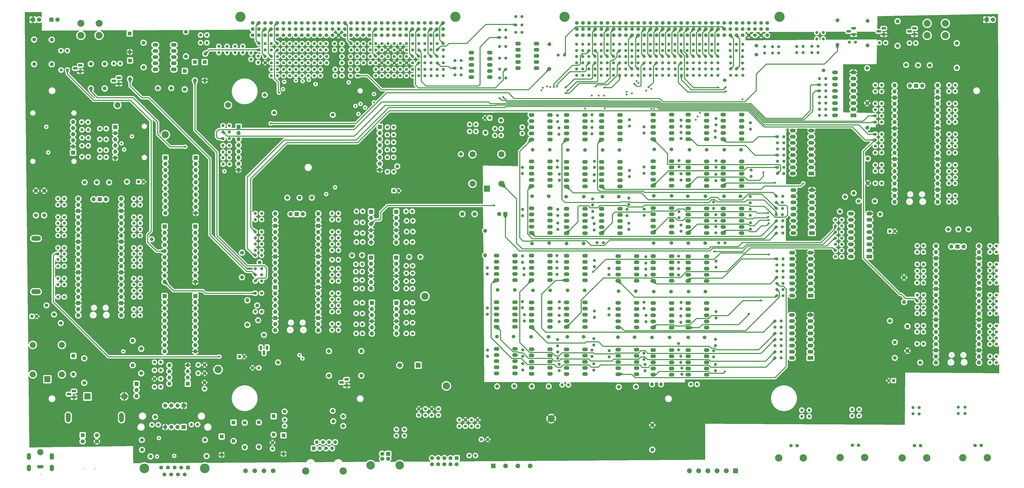
<source format=gbr>
%TF.GenerationSoftware,KiCad,Pcbnew,7.0.5*%
%TF.CreationDate,2024-10-26T20:20:03-04:00*%
%TF.ProjectId,Interconnect,496e7465-7263-46f6-9e6e-6563742e6b69,1.1*%
%TF.SameCoordinates,Original*%
%TF.FileFunction,Copper,L3,Inr*%
%TF.FilePolarity,Positive*%
%FSLAX46Y46*%
G04 Gerber Fmt 4.6, Leading zero omitted, Abs format (unit mm)*
G04 Created by KiCad (PCBNEW 7.0.5) date 2024-10-26 20:20:03*
%MOMM*%
%LPD*%
G01*
G04 APERTURE LIST*
G04 Aperture macros list*
%AMRoundRect*
0 Rectangle with rounded corners*
0 $1 Rounding radius*
0 $2 $3 $4 $5 $6 $7 $8 $9 X,Y pos of 4 corners*
0 Add a 4 corners polygon primitive as box body*
4,1,4,$2,$3,$4,$5,$6,$7,$8,$9,$2,$3,0*
0 Add four circle primitives for the rounded corners*
1,1,$1+$1,$2,$3*
1,1,$1+$1,$4,$5*
1,1,$1+$1,$6,$7*
1,1,$1+$1,$8,$9*
0 Add four rect primitives between the rounded corners*
20,1,$1+$1,$2,$3,$4,$5,0*
20,1,$1+$1,$4,$5,$6,$7,0*
20,1,$1+$1,$6,$7,$8,$9,0*
20,1,$1+$1,$8,$9,$2,$3,0*%
G04 Aperture macros list end*
%TA.AperFunction,ComponentPad*%
%ADD10C,1.300000*%
%TD*%
%TA.AperFunction,ComponentPad*%
%ADD11R,1.650000X1.650000*%
%TD*%
%TA.AperFunction,ComponentPad*%
%ADD12C,1.650000*%
%TD*%
%TA.AperFunction,ComponentPad*%
%ADD13C,1.500000*%
%TD*%
%TA.AperFunction,ComponentPad*%
%ADD14C,2.400000*%
%TD*%
%TA.AperFunction,ComponentPad*%
%ADD15O,2.400000X2.400000*%
%TD*%
%TA.AperFunction,ComponentPad*%
%ADD16R,2.400000X1.600000*%
%TD*%
%TA.AperFunction,ComponentPad*%
%ADD17O,2.400000X1.600000*%
%TD*%
%TA.AperFunction,ComponentPad*%
%ADD18C,1.600000*%
%TD*%
%TA.AperFunction,ComponentPad*%
%ADD19O,1.600000X1.600000*%
%TD*%
%TA.AperFunction,ComponentPad*%
%ADD20O,2.300000X1.600000*%
%TD*%
%TA.AperFunction,ComponentPad*%
%ADD21R,1.700000X1.700000*%
%TD*%
%TA.AperFunction,ComponentPad*%
%ADD22O,1.700000X1.700000*%
%TD*%
%TA.AperFunction,ComponentPad*%
%ADD23R,1.800000X1.100000*%
%TD*%
%TA.AperFunction,ComponentPad*%
%ADD24RoundRect,0.275000X0.625000X-0.275000X0.625000X0.275000X-0.625000X0.275000X-0.625000X-0.275000X0*%
%TD*%
%TA.AperFunction,ComponentPad*%
%ADD25R,2.025000X2.025000*%
%TD*%
%TA.AperFunction,ComponentPad*%
%ADD26C,2.025000*%
%TD*%
%TA.AperFunction,ComponentPad*%
%ADD27R,1.600000X1.600000*%
%TD*%
%TA.AperFunction,ComponentPad*%
%ADD28C,3.000000*%
%TD*%
%TA.AperFunction,ComponentPad*%
%ADD29R,1.200000X1.200000*%
%TD*%
%TA.AperFunction,ComponentPad*%
%ADD30C,1.200000*%
%TD*%
%TA.AperFunction,ComponentPad*%
%ADD31C,4.200000*%
%TD*%
%TA.AperFunction,ComponentPad*%
%ADD32R,1.500000X1.500000*%
%TD*%
%TA.AperFunction,ComponentPad*%
%ADD33R,2.500000X2.500000*%
%TD*%
%TA.AperFunction,ComponentPad*%
%ADD34O,2.500000X2.500000*%
%TD*%
%TA.AperFunction,ComponentPad*%
%ADD35C,4.000000*%
%TD*%
%TA.AperFunction,ComponentPad*%
%ADD36C,1.905000*%
%TD*%
%TA.AperFunction,ComponentPad*%
%ADD37C,1.700000*%
%TD*%
%TA.AperFunction,ComponentPad*%
%ADD38C,3.500000*%
%TD*%
%TA.AperFunction,ComponentPad*%
%ADD39O,3.900000X1.950000*%
%TD*%
%TA.AperFunction,ComponentPad*%
%ADD40C,1.398000*%
%TD*%
%TA.AperFunction,ComponentPad*%
%ADD41C,3.015000*%
%TD*%
%TA.AperFunction,ComponentPad*%
%ADD42R,1.800000X1.800000*%
%TD*%
%TA.AperFunction,ComponentPad*%
%ADD43C,1.800000*%
%TD*%
%TA.AperFunction,ComponentPad*%
%ADD44R,2.600000X2.600000*%
%TD*%
%TA.AperFunction,ComponentPad*%
%ADD45O,2.600000X2.600000*%
%TD*%
%TA.AperFunction,ComponentPad*%
%ADD46C,2.850000*%
%TD*%
%TA.AperFunction,ComponentPad*%
%ADD47C,2.550000*%
%TD*%
%TA.AperFunction,ComponentPad*%
%ADD48O,2.700002X1.400000*%
%TD*%
%TA.AperFunction,ComponentPad*%
%ADD49O,1.750000X2.750000*%
%TD*%
%TA.AperFunction,ComponentPad*%
%ADD50R,1.950000X1.950000*%
%TD*%
%TA.AperFunction,ComponentPad*%
%ADD51C,1.950000*%
%TD*%
%TA.AperFunction,ComponentPad*%
%ADD52R,1.725000X1.725000*%
%TD*%
%TA.AperFunction,ComponentPad*%
%ADD53C,1.725000*%
%TD*%
%TA.AperFunction,ComponentPad*%
%ADD54O,1.950000X3.900000*%
%TD*%
%TA.AperFunction,ComponentPad*%
%ADD55R,2.000000X2.000000*%
%TD*%
%TA.AperFunction,ComponentPad*%
%ADD56C,2.000000*%
%TD*%
%TA.AperFunction,ComponentPad*%
%ADD57R,1.100000X1.800000*%
%TD*%
%TA.AperFunction,ComponentPad*%
%ADD58RoundRect,0.275000X0.275000X0.625000X-0.275000X0.625000X-0.275000X-0.625000X0.275000X-0.625000X0*%
%TD*%
%TA.AperFunction,ViaPad*%
%ADD59C,0.800000*%
%TD*%
%TA.AperFunction,Conductor*%
%ADD60C,0.600000*%
%TD*%
%TA.AperFunction,Conductor*%
%ADD61C,0.400000*%
%TD*%
%ADD62C,0.350000*%
%ADD63O,2.005555X0.800000*%
%ADD64O,1.000000X2.000000*%
G04 APERTURE END LIST*
D10*
%TO.N,PR0_2*%
%TO.C,NT150*%
X135509000Y-49943135D03*
%TO.N,Net-(J1-PadC12)*%
X135509000Y-47343135D03*
%TD*%
D11*
%TO.N,Net-(J26-Pad1)*%
%TO.C,J26*%
X191830000Y-208197500D03*
D12*
%TO.N,Net-(J26-Pad2)*%
X191830000Y-210737500D03*
%TO.N,Net-(J26-Pad3)*%
X189290000Y-208197500D03*
%TO.N,Net-(J26-Pad4)*%
X189290000Y-210737500D03*
%TO.N,Net-(J26-Pad5)*%
X186750000Y-208197500D03*
%TO.N,Net-(J26-Pad6)*%
X186750000Y-210737500D03*
%TO.N,Net-(J26-Pad7)*%
X184210000Y-208197500D03*
%TO.N,Net-(J26-Pad8)*%
X184210000Y-210737500D03*
%TO.N,Net-(J26-Pad9)*%
X181670000Y-208197500D03*
%TO.N,Net-(J26-Pad10)*%
X181670000Y-210737500D03*
%TD*%
D10*
%TO.N,Net-(J2-PadA20)*%
%TO.C,NT125*%
X289687000Y-36929135D03*
%TO.N,B40_L*%
X289687000Y-39529135D03*
%TD*%
%TO.N,B36_D*%
%TO.C,NT346*%
X382270000Y-120319800D03*
%TO.N,Net-(U3-GPIO16)*%
X384870000Y-120319800D03*
%TD*%
%TO.N,Net-(U18-O5)*%
%TO.C,NT523*%
X327070000Y-80266135D03*
%TO.N,B44_R*%
X324470000Y-80266135D03*
%TD*%
%TO.N,Net-(J2-PadC9)*%
%TO.C,NT144*%
X261747000Y-47216135D03*
%TO.N,B25_H*%
X261747000Y-49816135D03*
%TD*%
%TO.N,SSR1_POS*%
%TO.C,NT208*%
X173609000Y-49943135D03*
%TO.N,Net-(J1-PadC27)*%
X173609000Y-47343135D03*
%TD*%
D13*
%TO.N,Net-(U3-VBUS)*%
%TO.C,TP41*%
X383519200Y-168656000D03*
%TD*%
D10*
%TO.N,JTAG_TDI*%
%TO.C,NT75*%
X168529000Y-44609135D03*
%TO.N,Net-(J1-PadB25)*%
X168529000Y-42009135D03*
%TD*%
%TO.N,SPI0_CLK*%
%TO.C,NT237*%
X142920744Y-147605879D03*
%TO.N,Net-(U1-GPIO2)*%
X140320744Y-147605879D03*
%TD*%
%TO.N,Net-(U2-ADC_VREF)*%
%TO.C,NT246*%
X29591000Y-136391135D03*
%TO.N,Net-(NT246-Pad2)*%
X26991000Y-136391135D03*
%TD*%
D14*
%TO.N,PWR_RES_H*%
%TO.C,R29*%
X51580000Y-62120000D03*
D15*
%TO.N,PWR_RES_L*%
X97300000Y-62120000D03*
%TD*%
D10*
%TO.N,B41_D*%
%TO.C,NT331*%
X398022600Y-66649600D03*
%TO.N,Net-(U4-GPIO11)*%
X395422600Y-66649600D03*
%TD*%
D13*
%TO.N,Net-(NT238-Pad2)*%
%TO.C,TP28*%
X109743744Y-151161879D03*
%TD*%
D16*
%TO.N,B27_D*%
%TO.C,U14*%
X355869000Y-66408135D03*
D17*
%TO.N,B2S_D*%
X355869000Y-63868135D03*
%TO.N,B47_D*%
X355869000Y-61328135D03*
%TO.N,B4S_D*%
X355869000Y-58788135D03*
%TO.N,LPR2*%
X355869000Y-56248135D03*
%TO.N,LPR1*%
X355869000Y-53708135D03*
%TO.N,Net-(U14-I7)*%
X355869000Y-51168135D03*
%TO.N,GND*%
X355869000Y-48628135D03*
%TO.N,VCC*%
X348249000Y-48628135D03*
%TO.N,Net-(U14-O7)*%
X348249000Y-51168135D03*
%TO.N,Net-(U14-O6)*%
X348249000Y-53708135D03*
%TO.N,Net-(U14-O5)*%
X348249000Y-56248135D03*
%TO.N,Net-(U14-O4)*%
X348249000Y-58788135D03*
%TO.N,Net-(U14-O3)*%
X348249000Y-61328135D03*
%TO.N,Net-(U14-O2)*%
X348249000Y-63868135D03*
%TO.N,Net-(U14-O1)*%
X348249000Y-66408135D03*
%TD*%
D10*
%TO.N,/Relay_Bank2/BANK2_BUS_H*%
%TO.C,NT353*%
X247777000Y-66169135D03*
%TO.N,/Relay_Bank2/B23_CL*%
X247777000Y-68769135D03*
%TD*%
%TO.N,Net-(J2-PadC10)*%
%TO.C,NT147*%
X264287000Y-47216135D03*
%TO.N,B25_L*%
X264287000Y-49816135D03*
%TD*%
%TO.N,K1_LP_NC1*%
%TO.C,NT157*%
X178689000Y-39275135D03*
%TO.N,Net-(J1-PadA29)*%
X178689000Y-36675135D03*
%TD*%
D18*
%TO.N,Net-(Q22-B)*%
%TO.C,R35*%
X374142000Y-27434135D03*
D19*
%TO.N,S2_IO28*%
X374142000Y-37594135D03*
%TD*%
D10*
%TO.N,Net-(J2-PadA18)*%
%TO.C,NT117*%
X284605587Y-36929135D03*
%TO.N,B36_L*%
X284605587Y-39529135D03*
%TD*%
D20*
%TO.N,VCC*%
%TO.C,K25*%
X230378000Y-95644895D03*
%TO.N,Net-(K25-Pad2)*%
X230378000Y-93104895D03*
%TO.N,/Relay_Bank2/B21_CL*%
X230378000Y-90564895D03*
%TO.N,B21_L*%
X230378000Y-88024895D03*
%TO.N,N/C*%
X230378000Y-85484895D03*
X222758000Y-85484895D03*
%TO.N,B21_H*%
X222758000Y-88024895D03*
%TO.N,/Relay_Bank2/B21_CH*%
X222758000Y-90564895D03*
%TO.N,Net-(K25-Pad9)*%
X222758000Y-93104895D03*
%TO.N,B21_R*%
X222758000Y-95644895D03*
%TD*%
D10*
%TO.N,Net-(K20-Pad4)*%
%TO.C,NT406*%
X218851000Y-25529135D03*
%TO.N,K1_LP_NO2*%
X216251000Y-25529135D03*
%TD*%
D20*
%TO.N,VCC*%
%TO.C,K38*%
X280693300Y-173649895D03*
%TO.N,Net-(K38-Pad2)*%
X280693300Y-171109895D03*
%TO.N,/Relay_Bank3/B35_CL*%
X280693300Y-168569895D03*
%TO.N,B35_L*%
X280693300Y-166029895D03*
%TO.N,N/C*%
X280693300Y-163489895D03*
X273073300Y-163489895D03*
%TO.N,B35_H*%
X273073300Y-166029895D03*
%TO.N,/Relay_Bank3/B35_CH*%
X273073300Y-168569895D03*
%TO.N,Net-(K38-Pad9)*%
X273073300Y-171109895D03*
%TO.N,B35_R*%
X273073300Y-173649895D03*
%TD*%
D21*
%TO.N,/i2c_device/DAC_V*%
%TO.C,J31*%
X50673000Y-71249135D03*
D22*
%TO.N,GND*%
X50673000Y-73789135D03*
%TO.N,/i2c_device/DAC_SCL*%
X50673000Y-76329135D03*
%TO.N,/i2c_device/DAC_SDA*%
X50673000Y-78869135D03*
%TO.N,/i2c_device/DAC_VCC*%
X50673000Y-81409135D03*
%TO.N,GND*%
X50673000Y-83949135D03*
%TD*%
D21*
%TO.N,Net-(J32-Pin_1)*%
%TO.C,J32*%
X101600000Y-71120000D03*
D22*
%TO.N,Net-(J32-Pin_2)*%
X101600000Y-73660000D03*
%TO.N,Net-(J32-Pin_3)*%
X101600000Y-76200000D03*
%TO.N,Net-(J32-Pin_4)*%
X101600000Y-78740000D03*
%TO.N,Net-(J32-Pin_5)*%
X101600000Y-81280000D03*
%TO.N,Net-(J32-Pin_6)*%
X101600000Y-83820000D03*
%TO.N,Net-(J32-Pin_7)*%
X101600000Y-86360000D03*
%TO.N,GND*%
X101600000Y-88900000D03*
%TD*%
D10*
%TO.N,Net-(J2-PadB3)*%
%TO.C,NT182*%
X246530190Y-42039135D03*
%TO.N,B14_H*%
X246530190Y-44639135D03*
%TD*%
D20*
%TO.N,VCC*%
%TO.C,K29*%
X244856000Y-115129615D03*
%TO.N,Net-(K29-Pad2)*%
X244856000Y-112589615D03*
%TO.N,/Relay_Bank2/B25_CL*%
X244856000Y-110049615D03*
%TO.N,B25_L*%
X244856000Y-107509615D03*
%TO.N,N/C*%
X244856000Y-104969615D03*
X237236000Y-104969615D03*
%TO.N,B25_H*%
X237236000Y-107509615D03*
%TO.N,/Relay_Bank2/B25_CH*%
X237236000Y-110049615D03*
%TO.N,Net-(K29-Pad9)*%
X237236000Y-112589615D03*
%TO.N,B25_R*%
X237236000Y-115129615D03*
%TD*%
D10*
%TO.N,P1_1*%
%TO.C,NT273*%
X60960000Y-113531135D03*
%TO.N,Net-(U2-GPIO11)*%
X58360000Y-113531135D03*
%TD*%
%TO.N,P1_0*%
%TO.C,NT269*%
X60960000Y-116080135D03*
%TO.N,Net-(U2-GPIO10)*%
X58360000Y-116080135D03*
%TD*%
%TO.N,/Relay_Bank1/BANK1_BUS_H*%
%TO.C,NT14*%
X234188000Y-171995135D03*
%TO.N,/Relay_Bank1/B15_CL*%
X234188000Y-169395135D03*
%TD*%
%TO.N,PS1_OUT_HI1*%
%TO.C,NT193*%
X163449000Y-49943135D03*
%TO.N,Net-(J1-PadC23)*%
X163449000Y-47343135D03*
%TD*%
%TO.N,AWG+*%
%TO.C,NT450*%
X334531000Y-188369000D03*
%TO.N,Net-(J21-In)*%
X334531000Y-190969000D03*
%TD*%
%TO.N,UART0-CTS*%
%TO.C,NT283*%
X142920744Y-109505879D03*
%TO.N,Net-(U1-GPIO14)*%
X140320744Y-109505879D03*
%TD*%
%TO.N,Net-(NT424-Pad1)*%
%TO.C,NT424*%
X150137278Y-127988880D03*
%TO.N,/Communication/M3_LV1*%
X152737278Y-127988880D03*
%TD*%
%TO.N,B10_D*%
%TO.C,NT291*%
X414969000Y-168656000D03*
%TO.N,Net-(U3-GPIO0)*%
X412369000Y-168656000D03*
%TD*%
D13*
%TO.N,Net-(K37-Pad9)*%
%TO.C,TP119*%
X272618200Y-158294935D03*
%TD*%
D18*
%TO.N,GND*%
%TO.C,R1*%
X378236000Y-163830000D03*
D19*
%TO.N,/Pico_master/S2_I2C_ID1*%
X378236000Y-153670000D03*
%TD*%
D13*
%TO.N,Net-(K19-Pad2)*%
%TO.C,TP72*%
X73800000Y-55100000D03*
%TD*%
D10*
%TO.N,UART0-CTS*%
%TO.C,NT440*%
X150391278Y-110652391D03*
%TO.N,/Communication/M2_LV2*%
X152991278Y-110652391D03*
%TD*%
%TO.N,Net-(J2-PadA3)*%
%TO.C,NT58*%
X246484422Y-36929135D03*
%TO.N,B13_H*%
X246484422Y-39529135D03*
%TD*%
%TO.N,Net-(J2-PadA8)*%
%TO.C,NT80*%
X259191477Y-36929135D03*
%TO.N,B20_L*%
X259191477Y-39529135D03*
%TD*%
D23*
%TO.N,GND*%
%TO.C,Q1*%
X36210000Y-48200000D03*
D24*
%TO.N,Net-(Q1-B)*%
X34140000Y-46930000D03*
%TO.N,Net-(Q1-C)*%
X36210000Y-45660000D03*
%TD*%
D10*
%TO.N,/Relay_Bank1/BANK1_BUS_H*%
%TO.C,NT7*%
X219187000Y-169141135D03*
%TO.N,/Relay_Bank1/B12_CL*%
X219187000Y-171741135D03*
%TD*%
D25*
%TO.N,DVM_I*%
%TO.C,J20*%
X307100000Y-213480000D03*
D26*
%TO.N,DVM_H*%
X303290000Y-213480000D03*
%TO.N,DVM_L*%
X299480000Y-213480000D03*
%TO.N,DVM_TRIG*%
X295670000Y-213480000D03*
%TO.N,DVM_SENSE_H*%
X291860000Y-213480000D03*
%TO.N,DVM_SENSE_L*%
X288050000Y-213480000D03*
%TD*%
D10*
%TO.N,K3_HP_C2*%
%TO.C,NT405*%
X197201000Y-70106135D03*
%TO.N,Net-(K21-Pad1)*%
X199801000Y-70106135D03*
%TD*%
D18*
%TO.N,1WIRE*%
%TO.C,R15*%
X230150000Y-47080000D03*
D19*
%TO.N,MSR_3V3*%
X230150000Y-36920000D03*
%TD*%
D10*
%TO.N,GND*%
%TO.C,NT180*%
X112649000Y-44609135D03*
%TO.N,Net-(J1-PadB3)*%
X112649000Y-42009135D03*
%TD*%
D13*
%TO.N,Net-(K34-Pad2)*%
%TO.C,TP116*%
X265379200Y-158162455D03*
%TD*%
D10*
%TO.N,DAC_VOUT*%
%TO.C,NT184*%
X115189000Y-44609135D03*
%TO.N,Net-(J1-PadB4)*%
X115189000Y-42009135D03*
%TD*%
%TO.N,Net-(J2-PadB20)*%
%TO.C,NT59*%
X289691405Y-42039135D03*
%TO.N,B41_L*%
X289691405Y-44639135D03*
%TD*%
%TO.N,CMOD_6*%
%TO.C,NT98*%
X141351000Y-39275135D03*
%TO.N,Net-(J1-PadA14)*%
X141351000Y-36675135D03*
%TD*%
%TO.N,DAC_VOUT*%
%TO.C,NT476*%
X44293000Y-71868135D03*
%TO.N,/i2c_device/DAC_V*%
X46893000Y-71868135D03*
%TD*%
D18*
%TO.N,Net-(Q1-B)*%
%TO.C,R2*%
X40550000Y-45090000D03*
D19*
%TO.N,ERROR_LED*%
X40550000Y-55250000D03*
%TD*%
D13*
%TO.N,Net-(K2-Pad9)*%
%TO.C,TP2*%
X208508600Y-157883055D03*
%TD*%
D10*
%TO.N,Net-(NT115-Pad1)*%
%TO.C,NT115*%
X109728000Y-44482135D03*
%TO.N,Net-(J1-PadC3)*%
X109728000Y-41882135D03*
%TD*%
%TO.N,Net-(U3-ADC_VREF)*%
%TO.C,NT302*%
X384819200Y-155956000D03*
%TO.N,Net-(NT302-Pad2)*%
X382219200Y-155956000D03*
%TD*%
%TO.N,Net-(U12-VCC)*%
%TO.C,NT535*%
X69499000Y-178691135D03*
%TO.N,MSR_3V3*%
X66899000Y-178691135D03*
%TD*%
D27*
%TO.N,VCC*%
%TO.C,D23*%
X79375000Y-48006000D03*
D19*
%TO.N,Net-(D23-A)*%
X79375000Y-55626000D03*
%TD*%
D10*
%TO.N,Net-(U18-O7)*%
%TO.C,NT525*%
X327070000Y-75186135D03*
%TO.N,B46_R*%
X324470000Y-75186135D03*
%TD*%
%TO.N,LPR1*%
%TO.C,NT317*%
X414969000Y-143256000D03*
%TO.N,Net-(U3-GPIO8)*%
X412369000Y-143256000D03*
%TD*%
D23*
%TO.N,GND*%
%TO.C,Q24*%
X368425000Y-32895135D03*
D24*
%TO.N,Net-(Q24-B)*%
X366355000Y-31625135D03*
%TO.N,Net-(Q24-C)*%
X368425000Y-30355135D03*
%TD*%
D10*
%TO.N,K2_LP_NO2*%
%TO.C,NT91*%
X178689000Y-44609135D03*
%TO.N,Net-(J1-PadB29)*%
X178689000Y-42009135D03*
%TD*%
%TO.N,B17_D*%
%TO.C,NT313*%
X414969000Y-145796000D03*
%TO.N,Net-(U3-GPIO7)*%
X412369000Y-145796000D03*
%TD*%
%TO.N,Net-(NT176-Pad1)*%
%TO.C,NT176*%
X106807000Y-43212135D03*
%TO.N,Net-(J1-PadB2)*%
X106807000Y-40612135D03*
%TD*%
%TO.N,Net-(U13-O1)*%
%TO.C,NT390*%
X326039000Y-166753135D03*
%TO.N,B10_R*%
X323439000Y-166753135D03*
%TD*%
%TO.N,M1_IO1*%
%TO.C,NT235*%
X142920744Y-152685879D03*
%TO.N,Net-(U1-GPIO1)*%
X140320744Y-152685879D03*
%TD*%
%TO.N,B46_D*%
%TO.C,NT348*%
X364942600Y-53848000D03*
%TO.N,Net-(U4-GPIO16)*%
X367542600Y-53848000D03*
%TD*%
%TO.N,Net-(J2-PadA7)*%
%TO.C,NT76*%
X256650066Y-36929135D03*
%TO.N,B20_H*%
X256650066Y-39529135D03*
%TD*%
D13*
%TO.N,Net-(TP39-Pad1)*%
%TO.C,TP39*%
X126873000Y-100459135D03*
%TD*%
%TO.N,Net-(K31-Pad9)*%
%TO.C,TP106*%
X252095000Y-99976535D03*
%TD*%
D10*
%TO.N,Net-(D23-A)*%
%TO.C,NT398*%
X52680000Y-44930000D03*
%TO.N,Net-(Q3-C)*%
X50080000Y-44930000D03*
%TD*%
%TO.N,S1_IO28*%
%TO.C,NT250*%
X26991000Y-133860135D03*
%TO.N,Net-(U2-GPIO28_ADC2)*%
X29591000Y-133860135D03*
%TD*%
D13*
%TO.N,Net-(K13-Pad2)*%
%TO.C,TP62*%
X295198800Y-80601415D03*
%TD*%
D18*
%TO.N,GND*%
%TO.C,R16*%
X361630000Y-61320000D03*
D19*
%TO.N,/Pico_master/S3_I2C_ID0*%
X361630000Y-71480000D03*
%TD*%
D13*
%TO.N,Net-(U3-SWDIO)*%
%TO.C,TP49*%
X395097000Y-113538000D03*
%TD*%
D10*
%TO.N,Net-(NT429-Pad1)*%
%TO.C,NT429*%
X173595278Y-131671880D03*
%TO.N,/Communication/M3_HV2*%
X170995278Y-131671880D03*
%TD*%
D28*
%TO.N,VCC*%
%TO.C,TP86*%
X187553600Y-178333400D03*
%TD*%
D10*
%TO.N,K1_LP_C1*%
%TO.C,NT153*%
X176149000Y-39275135D03*
%TO.N,Net-(J1-PadA28)*%
X176149000Y-36675135D03*
%TD*%
D13*
%TO.N,Net-(NT240-Pad2)*%
%TO.C,TP29*%
X25349200Y-148793200D03*
%TD*%
D10*
%TO.N,/Relay_Bank2/BANK2_BUS_L*%
%TO.C,NT47*%
X219075000Y-105285135D03*
%TO.N,/Relay_Bank2/B22_CH*%
X219075000Y-107885135D03*
%TD*%
D18*
%TO.N,Net-(U12-SDA)*%
%TO.C,R8*%
X57860000Y-169750000D03*
D19*
%TO.N,MSR_3V3*%
X57860000Y-159590000D03*
%TD*%
D10*
%TO.N,PFLAG*%
%TO.C,NT207*%
X130429000Y-44609135D03*
%TO.N,Net-(J1-PadB10)*%
X130429000Y-42009135D03*
%TD*%
D13*
%TO.N,Net-(K6-Pad9)*%
%TO.C,TP10*%
X222885000Y-178511895D03*
%TD*%
D10*
%TO.N,GND*%
%TO.C,NT529*%
X200533000Y-192377135D03*
%TO.N,Net-(J26-Pad2)*%
X200533000Y-194977135D03*
%TD*%
%TO.N,Net-(U16-O3)*%
%TO.C,NT503*%
X326659000Y-109999135D03*
%TO.N,B22_R*%
X324059000Y-109999135D03*
%TD*%
%TO.N,Net-(J2-PadA11)*%
%TO.C,NT89*%
X266815710Y-36929135D03*
%TO.N,B26_H*%
X266815710Y-39529135D03*
%TD*%
%TO.N,B13_D*%
%TO.C,NT299*%
X414969000Y-158496000D03*
%TO.N,Net-(U3-GPIO3)*%
X412369000Y-158496000D03*
%TD*%
D20*
%TO.N,VCC*%
%TO.C,K14*%
X295156300Y-95638615D03*
%TO.N,Net-(K14-Pad2)*%
X295156300Y-93098615D03*
%TO.N,/Relay_Bank4/B44_CL*%
X295156300Y-90558615D03*
%TO.N,B44_L*%
X295156300Y-88018615D03*
%TO.N,N/C*%
X295156300Y-85478615D03*
X287536300Y-85478615D03*
%TO.N,B44_H*%
X287536300Y-88018615D03*
%TO.N,/Relay_Bank4/B44_CH*%
X287536300Y-90558615D03*
%TO.N,Net-(K14-Pad9)*%
X287536300Y-93098615D03*
%TO.N,B44_R*%
X287536300Y-95638615D03*
%TD*%
D13*
%TO.N,Net-(K21-Pad4)*%
%TO.C,TP75*%
X193548000Y-82425135D03*
%TD*%
D29*
%TO.N,MSR_3V3*%
%TO.C,C19*%
X102020401Y-166245135D03*
D30*
%TO.N,GND*%
X104020401Y-166245135D03*
%TD*%
D13*
%TO.N,Net-(K12-Pad9)*%
%TO.C,TP57*%
X273227800Y-119249655D03*
%TD*%
D10*
%TO.N,I2C1_SCL*%
%TO.C,NT255*%
X142920744Y-132365879D03*
%TO.N,Net-(U1-GPIO7)*%
X140320744Y-132365879D03*
%TD*%
D18*
%TO.N,ADC1*%
%TO.C,R28*%
X79880000Y-31830000D03*
D19*
%TO.N,Net-(K19-Pad3)*%
X79880000Y-41990000D03*
%TD*%
D13*
%TO.N,Net-(K27-Pad2)*%
%TO.C,TP102*%
X244906800Y-80740175D03*
%TD*%
D10*
%TO.N,SPI0_TX*%
%TO.C,NT430*%
X150261278Y-152817880D03*
%TO.N,/Communication/M1_LV3*%
X152861278Y-152817880D03*
%TD*%
%TO.N,Net-(J2-PadB28)*%
%TO.C,NT92*%
X310007000Y-42136135D03*
%TO.N,DVM_TRIG*%
X310007000Y-44736135D03*
%TD*%
%TO.N,Net-(J2-PadA16)*%
%TO.C,NT109*%
X279522765Y-36929135D03*
%TO.N,B33_L*%
X279522765Y-39529135D03*
%TD*%
%TO.N,Net-(K41-Pad2)*%
%TO.C,NT389*%
X298846000Y-169454415D03*
%TO.N,/Relay_Bank3/BANK3_BUS_L*%
X298846000Y-172054415D03*
%TD*%
D13*
%TO.N,Net-(NT260-Pad2)*%
%TO.C,TP34*%
X110333000Y-127189135D03*
%TD*%
D10*
%TO.N,/Relay_Bank4/BANK4_BUS_L*%
%TO.C,NT31*%
X283718000Y-85080375D03*
%TO.N,/Relay_Bank4/B44_CH*%
X283718000Y-87680375D03*
%TD*%
%TO.N,/Relay_Bank1/BANK1_BUS_H*%
%TO.C,NT15*%
X248793000Y-126406415D03*
%TO.N,/Relay_Bank1/B16_CL*%
X248793000Y-129006415D03*
%TD*%
%TO.N,SCOPE_CH2+*%
%TO.C,NT170*%
X338687830Y-40418135D03*
%TO.N,/Front_connector/SH2+*%
X338687830Y-37818135D03*
%TD*%
D13*
%TO.N,Net-(U4-SWDIO)*%
%TO.C,TP50*%
X377672600Y-45491400D03*
%TD*%
D10*
%TO.N,B23_D*%
%TO.C,NT300*%
X398022600Y-92049600D03*
%TO.N,Net-(U4-GPIO3)*%
X395422600Y-92049600D03*
%TD*%
D27*
%TO.N,M1_IO0*%
%TO.C,D33*%
X120250000Y-198800000D03*
D19*
%TO.N,GND*%
X120250000Y-206420000D03*
%TD*%
D10*
%TO.N,UART0-TX*%
%TO.C,NT444*%
X150391278Y-118780391D03*
%TO.N,/Communication/M2_LV4*%
X152991278Y-118780391D03*
%TD*%
%TO.N,Net-(J2-PadA17)*%
%TO.C,NT113*%
X282064176Y-36929135D03*
%TO.N,B36_H*%
X282064176Y-39529135D03*
%TD*%
D13*
%TO.N,Net-(U1-ADC_VREF)*%
%TO.C,TP32*%
X117980000Y-168620000D03*
%TD*%
D10*
%TO.N,K1_LP_NC2*%
%TO.C,NT168*%
X186309000Y-39275135D03*
%TO.N,Net-(J1-PadA32)*%
X186309000Y-36675135D03*
%TD*%
D13*
%TO.N,Net-(J2-PadA1)*%
%TO.C,J2*%
X241477800Y-28145335D03*
%TO.N,Net-(J2-PadA2)*%
X244017800Y-28145335D03*
%TO.N,Net-(J2-PadA3)*%
X246557800Y-28145335D03*
%TO.N,Net-(J2-PadA4)*%
X249097800Y-28145335D03*
%TO.N,Net-(J2-PadA5)*%
X251637800Y-28145335D03*
%TO.N,Net-(J2-PadA6)*%
X254177800Y-28145335D03*
%TO.N,Net-(J2-PadA7)*%
X256717800Y-28145335D03*
%TO.N,Net-(J2-PadA8)*%
X259257800Y-28145335D03*
%TO.N,Net-(J2-PadA9)*%
X261797800Y-28145335D03*
%TO.N,Net-(J2-PadA10)*%
X264337800Y-28145335D03*
%TO.N,Net-(J2-PadA11)*%
X266877800Y-28145335D03*
%TO.N,Net-(J2-PadA12)*%
X269417800Y-28145335D03*
%TO.N,Net-(J2-PadA13)*%
X271957800Y-28145335D03*
%TO.N,Net-(J2-PadA14)*%
X274497800Y-28145335D03*
%TO.N,Net-(J2-PadA15)*%
X277037800Y-28145335D03*
%TO.N,Net-(J2-PadA16)*%
X279577800Y-28145335D03*
%TO.N,Net-(J2-PadA17)*%
X282117800Y-28145335D03*
%TO.N,Net-(J2-PadA18)*%
X284657800Y-28145335D03*
%TO.N,Net-(J2-PadA19)*%
X287197800Y-28145335D03*
%TO.N,Net-(J2-PadA20)*%
X289737800Y-28145335D03*
%TO.N,Net-(J2-PadA21)*%
X292277800Y-28145335D03*
%TO.N,Net-(J2-PadA22)*%
X294817800Y-28145335D03*
%TO.N,Net-(J2-PadA23)*%
X297357800Y-28145335D03*
%TO.N,Net-(J2-PadA24)*%
X299897800Y-28145335D03*
%TO.N,Earth*%
X302437800Y-28145335D03*
%TO.N,Net-(J2-PadA26)*%
X304977800Y-28145335D03*
%TO.N,Net-(J2-PadA27)*%
X307517800Y-28145335D03*
%TO.N,Net-(J2-PadA28)*%
X310057800Y-28145335D03*
%TO.N,/Front_connector/SH1+*%
X312597800Y-28145335D03*
%TO.N,/Front_connector/SH1-*%
X315137800Y-28145335D03*
%TO.N,/Front_connector/SH2+*%
X317677800Y-28145335D03*
%TO.N,/Front_connector/SH2-*%
X320217800Y-28145335D03*
%TO.N,Net-(J2-PadB1)*%
X241477800Y-30685335D03*
%TO.N,Net-(J2-PadB2)*%
X244017800Y-30685335D03*
%TO.N,Net-(J2-PadB3)*%
X246557800Y-30685335D03*
%TO.N,Net-(J2-PadB4)*%
X249097800Y-30685335D03*
%TO.N,Net-(J2-PadB5)*%
X251637800Y-30685335D03*
%TO.N,Net-(J2-PadB6)*%
X254177800Y-30685335D03*
%TO.N,Net-(J2-PadB7)*%
X256717800Y-30685335D03*
%TO.N,Net-(J2-PadB8)*%
X259257800Y-30685335D03*
%TO.N,Net-(J2-PadB9)*%
X261797800Y-30685335D03*
%TO.N,Net-(J2-PadB10)*%
X264337800Y-30685335D03*
%TO.N,Net-(J2-PadB11)*%
X266877800Y-30685335D03*
%TO.N,Net-(J2-PadB12)*%
X269417800Y-30685335D03*
%TO.N,Net-(J2-PadB13)*%
X271957800Y-30685335D03*
%TO.N,Net-(J2-PadB14)*%
X274497800Y-30685335D03*
%TO.N,Net-(J2-PadB15)*%
X277037800Y-30685335D03*
%TO.N,Net-(J2-PadB16)*%
X279577800Y-30685335D03*
%TO.N,Net-(J2-PadB17)*%
X282117800Y-30685335D03*
%TO.N,Net-(J2-PadB18)*%
X284657800Y-30685335D03*
%TO.N,Net-(J2-PadB19)*%
X287197800Y-30685335D03*
%TO.N,Net-(J2-PadB20)*%
X289737800Y-30685335D03*
%TO.N,Net-(J2-PadB21)*%
X292277800Y-30685335D03*
%TO.N,Net-(J2-PadB22)*%
X294817800Y-30685335D03*
%TO.N,Net-(J2-PadB23)*%
X297357800Y-30685335D03*
%TO.N,Net-(J2-PadB24)*%
X299897800Y-30685335D03*
%TO.N,/Front_connector/1W_J2*%
X302437800Y-30685335D03*
%TO.N,Net-(J2-PadB26)*%
X304977800Y-30685335D03*
%TO.N,Net-(J2-PadB27)*%
X307517800Y-30685335D03*
%TO.N,Net-(J2-PadB28)*%
X310057800Y-30685335D03*
%TO.N,/Front_connector/IT+*%
X312597800Y-30685335D03*
%TO.N,/Front_connector/IT-*%
X315137800Y-30685335D03*
%TO.N,/Front_connector/W+*%
X317677800Y-30685335D03*
%TO.N,/Front_connector/W-*%
X320217800Y-30685335D03*
%TO.N,Net-(J2-PadC1)*%
X241477800Y-33225335D03*
%TO.N,Net-(J2-PadC2)*%
X244017800Y-33225335D03*
%TO.N,Net-(J2-PadC3)*%
X246557800Y-33225335D03*
%TO.N,Net-(J2-PadC4)*%
X249097800Y-33225335D03*
%TO.N,Net-(J2-PadC5)*%
X251637800Y-33225335D03*
%TO.N,Net-(J2-PadC6)*%
X254177800Y-33225335D03*
%TO.N,Net-(J2-PadC7)*%
X256717800Y-33225335D03*
%TO.N,Net-(J2-PadC8)*%
X259257800Y-33225335D03*
%TO.N,Net-(J2-PadC9)*%
X261797800Y-33225335D03*
%TO.N,Net-(J2-PadC10)*%
X264337800Y-33225335D03*
%TO.N,Net-(J2-PadC11)*%
X266877800Y-33225335D03*
%TO.N,Net-(J2-PadC12)*%
X269417800Y-33225335D03*
%TO.N,Net-(J2-PadC13)*%
X271957800Y-33225335D03*
%TO.N,Net-(J2-PadC14)*%
X274497800Y-33225335D03*
%TO.N,Net-(J2-PadC15)*%
X277037800Y-33225335D03*
%TO.N,Net-(J2-PadC16)*%
X279577800Y-33225335D03*
%TO.N,Net-(J2-PadC17)*%
X282117800Y-33225335D03*
%TO.N,Net-(J2-PadC18)*%
X284657800Y-33225335D03*
%TO.N,Net-(J2-PadC19)*%
X287197800Y-33225335D03*
%TO.N,Net-(J2-PadC20)*%
X289737800Y-33225335D03*
%TO.N,Net-(J2-PadC21)*%
X292277800Y-33225335D03*
%TO.N,Net-(J2-PadC22)*%
X294817800Y-33225335D03*
%TO.N,Net-(J2-PadC23)*%
X297357800Y-33225335D03*
%TO.N,Net-(J2-PadC24)*%
X299897800Y-33225335D03*
%TO.N,Net-(J2-PadC25)*%
X302437800Y-33225335D03*
%TO.N,Net-(J2-PadC26)*%
X304977800Y-33225335D03*
%TO.N,Net-(J2-PadC27)*%
X307517800Y-33225335D03*
%TO.N,Net-(J2-PadC28)*%
X310057800Y-33225335D03*
%TO.N,GND*%
X312597800Y-33225335D03*
%TO.N,Net-(J2-PadC30)*%
X315137800Y-33225335D03*
%TO.N,GND*%
X317677800Y-33225335D03*
%TO.N,Net-(J2-PadC32)*%
X320217800Y-33225335D03*
D31*
%TO.N,Earth*%
X236397800Y-25605335D03*
X325297800Y-25605335D03*
%TD*%
D10*
%TO.N,B2_COM_H*%
%TO.C,NT363*%
X248143000Y-108709855D03*
%TO.N,Net-(K32-Pad8)*%
X248143000Y-106109855D03*
%TD*%
%TO.N,Net-(K18-Pad4)*%
%TO.C,NT42*%
X313182000Y-102521135D03*
%TO.N,/Relay_Bank4/BANK4_BUS_H*%
X313182000Y-99921135D03*
%TD*%
%TO.N,SPI0_RX*%
%TO.C,NT426*%
X150261278Y-148372880D03*
%TO.N,/Communication/M1_LV2*%
X152861278Y-148372880D03*
%TD*%
%TO.N,GND*%
%TO.C,NT463*%
X204640000Y-200480000D03*
%TO.N,Net-(J26-Pad6)*%
X202040000Y-200480000D03*
%TD*%
%TO.N,Net-(J2-PadA5)*%
%TO.C,NT66*%
X251567244Y-36929135D03*
%TO.N,B16_H*%
X251567244Y-39529135D03*
%TD*%
%TO.N,PR0_4*%
%TO.C,NT90*%
X135509000Y-39275135D03*
%TO.N,Net-(J1-PadA12)*%
X135509000Y-36675135D03*
%TD*%
%TO.N,Net-(U4-GPIO27_ADC1)*%
%TO.C,NT312*%
X367542600Y-81788000D03*
%TO.N,/Pico_master/S3_I2C_ID1*%
X364942600Y-81788000D03*
%TD*%
%TO.N,Net-(U13-O4)*%
%TO.C,NT410*%
X326039000Y-159133135D03*
%TO.N,B13_R*%
X323439000Y-159133135D03*
%TD*%
D20*
%TO.N,VCC*%
%TO.C,K9*%
X244871000Y-173451415D03*
%TO.N,Net-(K9-Pad2)*%
X244871000Y-170911415D03*
%TO.N,Net-(K9-Pad3)*%
X244871000Y-168371415D03*
%TO.N,Net-(K9-Pad4)*%
X244871000Y-165831415D03*
%TO.N,N/C*%
X244871000Y-163291415D03*
X237251000Y-163291415D03*
%TO.N,Net-(K9-Pad7)*%
X237251000Y-165831415D03*
%TO.N,Net-(K9-Pad8)*%
X237251000Y-168371415D03*
%TO.N,Net-(K9-Pad9)*%
X237251000Y-170911415D03*
%TO.N,B1S_R*%
X237251000Y-173451415D03*
%TD*%
D10*
%TO.N,Net-(U14-O1)*%
%TO.C,NT391*%
X344454000Y-66423135D03*
%TO.N,B27_R*%
X341854000Y-66423135D03*
%TD*%
D21*
%TO.N,/Communication/M1_HV1*%
%TO.C,J12*%
X166898278Y-143927880D03*
D22*
%TO.N,/Communication/M1_HV2*%
X166898278Y-146467880D03*
%TO.N,DIG_PWR_IN*%
X166898278Y-149007880D03*
%TO.N,GND*%
X166898278Y-151547880D03*
%TO.N,/Communication/M1_HV3*%
X166898278Y-154087880D03*
%TO.N,/Communication/M1_HV4*%
X166898278Y-156627880D03*
%TD*%
D10*
%TO.N,PS1_OUT_HI2*%
%TO.C,NT196*%
X165989000Y-49943135D03*
%TO.N,Net-(J1-PadC24)*%
X165989000Y-47343135D03*
%TD*%
%TO.N,I2C1_SDA*%
%TO.C,NT251*%
X142920744Y-134905879D03*
%TO.N,Net-(U1-GPIO6)*%
X140320744Y-134905879D03*
%TD*%
%TO.N,PS1_IO9*%
%TO.C,NT138*%
X127889000Y-49943135D03*
%TO.N,Net-(J1-PadC9)*%
X127889000Y-47343135D03*
%TD*%
%TO.N,Net-(U15-O3)*%
%TO.C,NT502*%
X351043000Y-119748135D03*
%TO.N,B37_R*%
X348443000Y-119748135D03*
%TD*%
%TO.N,Net-(J2-PadA9)*%
%TO.C,NT81*%
X261732888Y-36929135D03*
%TO.N,B23_H*%
X261732888Y-39529135D03*
%TD*%
D13*
%TO.N,Net-(J28-Pad7)*%
%TO.C,TP84*%
X88413482Y-207338000D03*
%TD*%
D10*
%TO.N,Net-(U9-T1IN)*%
%TO.C,NT469*%
X65820000Y-194400000D03*
%TO.N,UART1_TX*%
X68420000Y-194400000D03*
%TD*%
%TO.N,SCOPE_CH2-*%
%TO.C,NT449*%
X383032000Y-187297135D03*
%TO.N,Net-(J19-Ext)*%
X383032000Y-189897135D03*
%TD*%
%TO.N,Net-(J2-PadB7)*%
%TO.C,NT202*%
X256685770Y-42039135D03*
%TO.N,B21_H*%
X256685770Y-44639135D03*
%TD*%
D13*
%TO.N,Net-(U1-SWCLK)*%
%TO.C,TP40*%
X131953000Y-100459135D03*
%TD*%
D10*
%TO.N,I2C_SCL*%
%TO.C,NT433*%
X173595278Y-134973880D03*
%TO.N,/Communication/M3_HV3*%
X170995278Y-134973880D03*
%TD*%
D13*
%TO.N,Net-(K5-Pad9)*%
%TO.C,TP9*%
X222605600Y-158015535D03*
%TD*%
D27*
%TO.N,MSR_3V3*%
%TO.C,D32*%
X116126000Y-190870000D03*
D19*
%TO.N,M1_IO0*%
X116126000Y-198490000D03*
%TD*%
D10*
%TO.N,K3_HP_NO1*%
%TO.C,NT224*%
X183769000Y-49943135D03*
%TO.N,Net-(J1-PadC31)*%
X183769000Y-47343135D03*
%TD*%
%TO.N,EXT_17*%
%TO.C,NT490*%
X95210000Y-78860000D03*
%TO.N,Net-(J32-Pin_4)*%
X97810000Y-78860000D03*
%TD*%
D20*
%TO.N,VCC*%
%TO.C,K32*%
X259350600Y-115195615D03*
%TO.N,Net-(K32-Pad2)*%
X259350600Y-112655615D03*
%TO.N,Net-(K32-Pad3)*%
X259350600Y-110115615D03*
%TO.N,Net-(K32-Pad4)*%
X259350600Y-107575615D03*
%TO.N,N/C*%
X259350600Y-105035615D03*
X251730600Y-105035615D03*
%TO.N,Net-(K32-Pad7)*%
X251730600Y-107575615D03*
%TO.N,Net-(K32-Pad8)*%
X251730600Y-110115615D03*
%TO.N,Net-(K32-Pad9)*%
X251730600Y-112655615D03*
%TO.N,B2S_R*%
X251730600Y-115195615D03*
%TD*%
D10*
%TO.N,P1_2*%
%TO.C,NT277*%
X60960000Y-110991135D03*
%TO.N,Net-(U2-GPIO12)*%
X58360000Y-110991135D03*
%TD*%
%TO.N,PR0_1*%
%TO.C,NT94*%
X137795000Y-39275135D03*
%TO.N,Net-(J1-PadA13)*%
X137795000Y-36675135D03*
%TD*%
D28*
%TO.N,SLV1_3V3*%
%TO.C,TP88*%
X71323200Y-74396600D03*
%TD*%
D18*
%TO.N,Net-(D35-A)*%
%TO.C,R6*%
X17100000Y-35010000D03*
D19*
%TO.N,PWR_5V*%
X17100000Y-45170000D03*
%TD*%
D18*
%TO.N,GND*%
%TO.C,R14*%
X376830000Y-133450000D03*
D19*
%TO.N,/Pico_master/S2_I2C_ID0*%
X376830000Y-143610000D03*
%TD*%
D10*
%TO.N,Net-(J2-PadB24)*%
%TO.C,NT77*%
X299847000Y-42039135D03*
%TO.N,B47_L*%
X299847000Y-44639135D03*
%TD*%
%TO.N,CMOD_4*%
%TO.C,NT189*%
X160909000Y-49943135D03*
%TO.N,Net-(J1-PadC22)*%
X160909000Y-47343135D03*
%TD*%
%TO.N,Net-(U15-O7)*%
%TO.C,NT510*%
X351058000Y-109588135D03*
%TO.N,Net-(NT510-Pad2)*%
X348458000Y-109588135D03*
%TD*%
%TO.N,P0_4*%
%TO.C,NT245*%
X60960000Y-136400135D03*
%TO.N,Net-(U2-GPIO4)*%
X58360000Y-136400135D03*
%TD*%
%TO.N,UART1_TX*%
%TO.C,NT259*%
X142920744Y-129825879D03*
%TO.N,Net-(U1-GPIO8)*%
X140320744Y-129825879D03*
%TD*%
%TO.N,K3_HP_C2*%
%TO.C,NT220*%
X181229000Y-49943135D03*
%TO.N,Net-(J1-PadC30)*%
X181229000Y-47343135D03*
%TD*%
%TO.N,Net-(J2-PadB15)*%
%TO.C,NT226*%
X276996930Y-42039135D03*
%TO.N,B34_H*%
X276996930Y-44639135D03*
%TD*%
%TO.N,/Relay_Bank4/BANK4_BUS_H*%
%TO.C,NT28*%
X284607000Y-93141375D03*
%TO.N,/Relay_Bank4/B41_CL*%
X284607000Y-90541375D03*
%TD*%
%TO.N,UART0-RX*%
%TO.C,NT442*%
X150391278Y-115097391D03*
%TO.N,/Communication/M2_LV3*%
X152991278Y-115097391D03*
%TD*%
%TO.N,B2S_D*%
%TO.C,NT336*%
X364942600Y-64008000D03*
%TO.N,Net-(U4-GPIO19)*%
X367542600Y-64008000D03*
%TD*%
%TO.N,AWG-*%
%TO.C,NT451*%
X337579000Y-188369000D03*
%TO.N,Net-(J21-Ext)*%
X337579000Y-190969000D03*
%TD*%
%TO.N,Net-(J2-PadB2)*%
%TO.C,NT178*%
X243991295Y-42039135D03*
%TO.N,B11_L*%
X243991295Y-44639135D03*
%TD*%
%TO.N,B14_D*%
%TO.C,NT301*%
X414969000Y-155956000D03*
%TO.N,Net-(U3-GPIO4)*%
X412369000Y-155956000D03*
%TD*%
%TO.N,PR0_6*%
%TO.C,NT211*%
X132969000Y-44609135D03*
%TO.N,Net-(J1-PadB11)*%
X132969000Y-42009135D03*
%TD*%
%TO.N,USPI0_CLK*%
%TO.C,NT435*%
X173592278Y-156627880D03*
%TO.N,/Communication/M1_HV4*%
X170992278Y-156627880D03*
%TD*%
%TO.N,PM1_IO1*%
%TO.C,NT134*%
X125349000Y-49943135D03*
%TO.N,Net-(J1-PadC8)*%
X125349000Y-47343135D03*
%TD*%
%TO.N,/Relay_Bank3/BANK3_BUS_L*%
%TO.C,NT379*%
X284622000Y-143800415D03*
%TO.N,/Relay_Bank3/B37_CH*%
X284622000Y-146400415D03*
%TD*%
D32*
%TO.N,ETH_TX+*%
%TO.C,J24*%
X132715000Y-204141000D03*
D13*
%TO.N,ETH_TX-*%
X133985000Y-201601000D03*
%TO.N,ETH_RX+*%
X135255000Y-204141000D03*
%TO.N,Net-(J24-Pad4)*%
X136525000Y-201601000D03*
%TO.N,Net-(J24-Pad5)*%
X137795000Y-204141000D03*
%TO.N,ETH_RX-*%
X139065000Y-201601000D03*
%TO.N,Net-(J24-Pad7)*%
X140335000Y-204141000D03*
%TO.N,Net-(J24-Pad8)*%
X141605000Y-201601000D03*
D28*
%TO.N,N/C*%
X129390000Y-213541000D03*
X144930000Y-213541000D03*
%TD*%
D10*
%TO.N,Net-(J2-PadA24)*%
%TO.C,NT143*%
X299847000Y-36929135D03*
%TO.N,B46_L*%
X299847000Y-39529135D03*
%TD*%
%TO.N,Net-(J2-PadB13)*%
%TO.C,NT222*%
X271907000Y-42039135D03*
%TO.N,B31_H*%
X271907000Y-44639135D03*
%TD*%
%TO.N,Net-(J2-PadA1)*%
%TO.C,NT50*%
X241401600Y-36929135D03*
%TO.N,B10_H*%
X241401600Y-39529135D03*
%TD*%
%TO.N,P0_7*%
%TO.C,NT257*%
X60960000Y-126240135D03*
%TO.N,Net-(U2-GPIO7)*%
X58360000Y-126240135D03*
%TD*%
%TO.N,Net-(K41-Pad9)*%
%TO.C,NT386*%
X291233000Y-177689135D03*
%TO.N,/Relay_Bank3/BANK3_BUS_H*%
X288633000Y-177689135D03*
%TD*%
D29*
%TO.N,SLV1_3V3*%
%TO.C,C18*%
X60349000Y-93855135D03*
D30*
%TO.N,GND*%
X62349000Y-93855135D03*
%TD*%
D10*
%TO.N,K2_LP_C2*%
%TO.C,NT417*%
X212150000Y-47246135D03*
%TO.N,/OtherRessource/K2C2*%
X209550000Y-47246135D03*
%TD*%
%TO.N,GND*%
%TO.C,NT461*%
X195453000Y-192377135D03*
%TO.N,Net-(J26-Pad4)*%
X195453000Y-194977135D03*
%TD*%
%TO.N,B2_COM_L*%
%TO.C,NT366*%
X262255000Y-105290615D03*
%TO.N,Net-(K32-Pad3)*%
X262255000Y-107890615D03*
%TD*%
%TO.N,/Relay_Bank4/BANK4_BUS_H*%
%TO.C,NT35*%
X298958000Y-93395375D03*
%TO.N,/Relay_Bank4/B44_CL*%
X298958000Y-90795375D03*
%TD*%
%TO.N,Net-(U4-GPIO22)*%
%TO.C,NT324*%
X367542600Y-74168000D03*
%TO.N,/Pico_master/SYNC*%
X364942600Y-74168000D03*
%TD*%
D13*
%TO.N,Net-(NT428-Pad1)*%
%TO.C,TP19*%
X148550000Y-124350000D03*
%TD*%
D10*
%TO.N,/Relay_Bank3/BANK3_BUS_L*%
%TO.C,NT378*%
X283606000Y-132435895D03*
%TO.N,/Relay_Bank3/B36_CH*%
X283606000Y-129835895D03*
%TD*%
%TO.N,Net-(J32-Pin_7)*%
%TO.C,NT455*%
X97890000Y-86570000D03*
%TO.N,CMOD_5*%
X95290000Y-86570000D03*
%TD*%
%TO.N,DIG_PWR_IN*%
%TO.C,NT123*%
X117729000Y-49943135D03*
%TO.N,Net-(J1-PadC5)*%
X117729000Y-47343135D03*
%TD*%
%TO.N,B12_D*%
%TO.C,NT295*%
X414969000Y-161036000D03*
%TO.N,Net-(U3-GPIO2)*%
X412369000Y-161036000D03*
%TD*%
%TO.N,/Relay_Bank3/BANK3_BUS_L*%
%TO.C,NT376*%
X269255000Y-143673415D03*
%TO.N,/Relay_Bank3/B34_CH*%
X269255000Y-146273415D03*
%TD*%
%TO.N,/Relay_Bank3/BANK3_BUS_H*%
%TO.C,NT383*%
X299100000Y-150210415D03*
%TO.N,/Relay_Bank3/B37_CL*%
X299100000Y-147610415D03*
%TD*%
%TO.N,/Relay_Bank4/BANK4_BUS_H*%
%TO.C,NT38*%
X313563000Y-91617375D03*
%TO.N,/Relay_Bank4/B47_CL*%
X313563000Y-89017375D03*
%TD*%
%TO.N,Net-(J2-PadB10)*%
%TO.C,NT213*%
X264302455Y-42039135D03*
%TO.N,B24_L*%
X264302455Y-44639135D03*
%TD*%
%TO.N,Net-(J2-PadC1)*%
%TO.C,NT112*%
X241427000Y-47216135D03*
%TO.N,B12_H*%
X241427000Y-49816135D03*
%TD*%
D29*
%TO.N,DIG_PWR_IN*%
%TO.C,C20*%
X165867401Y-97560000D03*
D30*
%TO.N,GND*%
X167867401Y-97560000D03*
%TD*%
D13*
%TO.N,Net-(K27-Pad9)*%
%TO.C,TP93*%
X237794800Y-80740175D03*
%TD*%
D10*
%TO.N,PR0_3*%
%TO.C,NT215*%
X135509000Y-44609135D03*
%TO.N,Net-(J1-PadB12)*%
X135509000Y-42009135D03*
%TD*%
%TO.N,K3_HP_C1*%
%TO.C,NT401*%
X197201000Y-73027135D03*
%TO.N,Net-(K21-Pad1)*%
X199801000Y-73027135D03*
%TD*%
%TO.N,PS1_IO8*%
%TO.C,NT82*%
X130429000Y-39275135D03*
%TO.N,Net-(J1-PadA10)*%
X130429000Y-36675135D03*
%TD*%
D13*
%TO.N,Net-(J2-PadB27)*%
%TO.C,TP127*%
X315722000Y-41277135D03*
%TD*%
D33*
%TO.N,Net-(K21-Pad1)*%
%TO.C,K21*%
X204373000Y-96679135D03*
D34*
%TO.N,HPR1_R*%
X210373000Y-94679135D03*
%TO.N,Net-(K21-Pad3)*%
X210373000Y-82479135D03*
%TO.N,Net-(K21-Pad4)*%
X198373000Y-82479135D03*
%TO.N,VCC*%
X198373000Y-94679135D03*
%TD*%
D20*
%TO.N,VCC*%
%TO.C,K40*%
X295179600Y-154231655D03*
%TO.N,Net-(K40-Pad2)*%
X295179600Y-151691655D03*
%TO.N,/Relay_Bank3/B37_CL*%
X295179600Y-149151655D03*
%TO.N,B37_L*%
X295179600Y-146611655D03*
%TO.N,N/C*%
X295179600Y-144071655D03*
X287559600Y-144071655D03*
%TO.N,B37_H*%
X287559600Y-146611655D03*
%TO.N,/Relay_Bank3/B37_CH*%
X287559600Y-149151655D03*
%TO.N,Net-(K40-Pad9)*%
X287559600Y-151691655D03*
%TO.N,B37_R*%
X287559600Y-154231655D03*
%TD*%
D10*
%TO.N,B22_D*%
%TO.C,NT297*%
X397941800Y-94513400D03*
%TO.N,Net-(U4-GPIO2)*%
X395341800Y-94513400D03*
%TD*%
%TO.N,/Relay_Bank2/BANK2_BUS_H*%
%TO.C,NT361*%
X263271000Y-91756135D03*
%TO.N,/Relay_Bank2/B27_CL*%
X263271000Y-89156135D03*
%TD*%
%TO.N,S1_IO8*%
%TO.C,NT261*%
X60960000Y-123691135D03*
%TO.N,Net-(U2-GPIO8)*%
X58360000Y-123691135D03*
%TD*%
D27*
%TO.N,M1_IO1*%
%TO.C,D31*%
X94663000Y-199252000D03*
D19*
%TO.N,GND*%
X94663000Y-206872000D03*
%TD*%
D13*
%TO.N,Net-(U15-I7)*%
%TO.C,TP130*%
X366903000Y-107317135D03*
%TD*%
D20*
%TO.N,VCC*%
%TO.C,K36*%
X280693300Y-134813415D03*
%TO.N,Net-(K36-Pad2)*%
X280693300Y-132273415D03*
%TO.N,/Relay_Bank3/B33_CL*%
X280693300Y-129733415D03*
%TO.N,B33_L*%
X280693300Y-127193415D03*
%TO.N,N/C*%
X280693300Y-124653415D03*
X273073300Y-124653415D03*
%TO.N,B33_H*%
X273073300Y-127193415D03*
%TO.N,/Relay_Bank3/B33_CH*%
X273073300Y-129733415D03*
%TO.N,Net-(K36-Pad9)*%
X273073300Y-132273415D03*
%TO.N,B33_R*%
X273073300Y-134813415D03*
%TD*%
D10*
%TO.N,PWR_RES_L*%
%TO.C,NT172*%
X96901000Y-40418135D03*
%TO.N,Net-(J1-PadB1)*%
X96901000Y-37818135D03*
%TD*%
%TO.N,/Relay_Bank4/BANK4_BUS_H*%
%TO.C,NT36*%
X298958000Y-114985375D03*
%TO.N,/Relay_Bank4/B45_CL*%
X298958000Y-112385375D03*
%TD*%
%TO.N,I2C0_SDA*%
%TO.C,NT272*%
X108570744Y-119665879D03*
%TO.N,Net-(U1-GPIO20)*%
X111170744Y-119665879D03*
%TD*%
%TO.N,GND*%
%TO.C,NT141*%
X168529000Y-39275135D03*
%TO.N,Net-(J1-PadA25)*%
X168529000Y-36675135D03*
%TD*%
D27*
%TO.N,VCC*%
%TO.C,D1*%
X33350200Y-165912800D03*
D19*
%TO.N,Net-(D1-A)*%
X33350200Y-173532800D03*
%TD*%
D10*
%TO.N,/Relay_Bank2/BANK2_BUS_L*%
%TO.C,NT46*%
X218948000Y-87886135D03*
%TO.N,/Relay_Bank2/B21_CH*%
X218948000Y-90486135D03*
%TD*%
D13*
%TO.N,MSR_3V3*%
%TO.C,TP30*%
X109347000Y-145036135D03*
%TD*%
D10*
%TO.N,Net-(NT74-Pad1)*%
%TO.C,NT74*%
X125349000Y-39275135D03*
%TO.N,Net-(J1-PadA8)*%
X125349000Y-36675135D03*
%TD*%
%TO.N,UART0-RTS*%
%TO.C,NT287*%
X142920744Y-106965879D03*
%TO.N,Net-(U1-GPIO15)*%
X140320744Y-106965879D03*
%TD*%
D13*
%TO.N,Net-(J1-PadA1)*%
%TO.C,J1*%
X107442000Y-28145335D03*
%TO.N,Net-(J1-PadA2)*%
X109982000Y-28145335D03*
%TO.N,Net-(J1-PadA3)*%
X112522000Y-28145335D03*
%TO.N,Net-(J1-PadA4)*%
X115062000Y-28145335D03*
%TO.N,Net-(J1-PadA5)*%
X117602000Y-28145335D03*
%TO.N,Net-(J1-PadA6)*%
X120142000Y-28145335D03*
%TO.N,Net-(J1-PadA7)*%
X122682000Y-28145335D03*
%TO.N,Net-(J1-PadA8)*%
X125222000Y-28145335D03*
%TO.N,Net-(J1-PadA9)*%
X127762000Y-28145335D03*
%TO.N,Net-(J1-PadA10)*%
X130302000Y-28145335D03*
%TO.N,Net-(J1-PadA11)*%
X132842000Y-28145335D03*
%TO.N,Net-(J1-PadA12)*%
X135382000Y-28145335D03*
%TO.N,Net-(J1-PadA13)*%
X137922000Y-28145335D03*
%TO.N,Net-(J1-PadA14)*%
X140462000Y-28145335D03*
%TO.N,Net-(J1-PadA15)*%
X143002000Y-28145335D03*
%TO.N,Net-(J1-PadA16)*%
X145542000Y-28145335D03*
%TO.N,Net-(J1-PadA17)*%
X148082000Y-28145335D03*
%TO.N,Net-(J1-PadA18)*%
X150622000Y-28145335D03*
%TO.N,Net-(J1-PadA19)*%
X153162000Y-28145335D03*
%TO.N,Net-(J1-PadA20)*%
X155702000Y-28145335D03*
%TO.N,Net-(J1-PadA21)*%
X158242000Y-28145335D03*
%TO.N,Net-(J1-PadA22)*%
X160782000Y-28145335D03*
%TO.N,Net-(J1-PadA23)*%
X163322000Y-28145335D03*
%TO.N,Net-(J1-PadA24)*%
X165862000Y-28145335D03*
%TO.N,Net-(J1-PadA25)*%
X168402000Y-28145335D03*
%TO.N,Net-(J1-PadA26)*%
X170942000Y-28145335D03*
%TO.N,Net-(J1-PadA27)*%
X173482000Y-28145335D03*
%TO.N,Net-(J1-PadA28)*%
X176022000Y-28145335D03*
%TO.N,Net-(J1-PadA29)*%
X178562000Y-28145335D03*
%TO.N,Net-(J1-PadA30)*%
X181102000Y-28145335D03*
%TO.N,Net-(J1-PadA31)*%
X183642000Y-28145335D03*
%TO.N,Net-(J1-PadA32)*%
X186182000Y-28145335D03*
%TO.N,Net-(J1-PadB1)*%
X107442000Y-30685335D03*
%TO.N,Net-(J1-PadB2)*%
X109982000Y-30685335D03*
%TO.N,Net-(J1-PadB3)*%
X112522000Y-30685335D03*
%TO.N,Net-(J1-PadB4)*%
X115062000Y-30685335D03*
%TO.N,Net-(J1-PadB5)*%
X117602000Y-30685335D03*
%TO.N,Net-(J1-PadB6)*%
X120142000Y-30685335D03*
%TO.N,Net-(J1-PadB7)*%
X122682000Y-30685335D03*
%TO.N,Net-(J1-PadB8)*%
X125222000Y-30685335D03*
%TO.N,Net-(J1-PadB9)*%
X127762000Y-30685335D03*
%TO.N,Net-(J1-PadB10)*%
X130302000Y-30685335D03*
%TO.N,Net-(J1-PadB11)*%
X132842000Y-30685335D03*
%TO.N,Net-(J1-PadB12)*%
X135382000Y-30685335D03*
%TO.N,Net-(J1-PadB13)*%
X137922000Y-30685335D03*
%TO.N,Net-(J1-PadB14)*%
X140462000Y-30685335D03*
%TO.N,Net-(J1-PadB15)*%
X143002000Y-30685335D03*
%TO.N,Net-(J1-PadB16)*%
X145542000Y-30685335D03*
%TO.N,Net-(J1-PadB17)*%
X148082000Y-30685335D03*
%TO.N,Net-(J1-PadB18)*%
X150622000Y-30685335D03*
%TO.N,Net-(J1-PadB19)*%
X153162000Y-30685335D03*
%TO.N,Net-(J1-PadB20)*%
X155702000Y-30685335D03*
%TO.N,Net-(J1-PadB21)*%
X158242000Y-30685335D03*
%TO.N,Net-(J1-PadB22)*%
X160782000Y-30685335D03*
%TO.N,Net-(J1-PadB23)*%
X163322000Y-30685335D03*
%TO.N,Net-(J1-PadB24)*%
X165862000Y-30685335D03*
%TO.N,Net-(J1-PadB25)*%
X168402000Y-30685335D03*
%TO.N,Net-(J1-PadB26)*%
X170942000Y-30685335D03*
%TO.N,Net-(J1-PadB27)*%
X173482000Y-30685335D03*
%TO.N,Net-(J1-PadB28)*%
X176022000Y-30685335D03*
%TO.N,Net-(J1-PadB29)*%
X178562000Y-30685335D03*
%TO.N,Net-(J1-PadB30)*%
X181102000Y-30685335D03*
%TO.N,Net-(J1-PadB31)*%
X183642000Y-30685335D03*
%TO.N,Net-(J1-PadB32)*%
X186182000Y-30685335D03*
%TO.N,Net-(J1-PadC1)*%
X107442000Y-33225335D03*
%TO.N,Net-(J1-PadC2)*%
X109982000Y-33225335D03*
%TO.N,Net-(J1-PadC3)*%
X112522000Y-33225335D03*
%TO.N,Net-(J1-PadC4)*%
X115062000Y-33225335D03*
%TO.N,Net-(J1-PadC5)*%
X117602000Y-33225335D03*
%TO.N,Net-(J1-PadC6)*%
X120142000Y-33225335D03*
%TO.N,Net-(J1-PadC7)*%
X122682000Y-33225335D03*
%TO.N,Net-(J1-PadC8)*%
X125222000Y-33225335D03*
%TO.N,Net-(J1-PadC9)*%
X127762000Y-33225335D03*
%TO.N,Net-(J1-PadC10)*%
X130302000Y-33225335D03*
%TO.N,Net-(J1-PadC11)*%
X132842000Y-33225335D03*
%TO.N,Net-(J1-PadC12)*%
X135382000Y-33225335D03*
%TO.N,ETH_TX+*%
X137922000Y-33225335D03*
%TO.N,ETH_TX-*%
X140462000Y-33225335D03*
%TO.N,GND*%
X143002000Y-33225335D03*
%TO.N,ETH_RX+*%
X145542000Y-33225335D03*
%TO.N,ETH_RX-*%
X148082000Y-33225335D03*
%TO.N,/Front_connector/1W_J1*%
X150622000Y-33225335D03*
%TO.N,USB_D+*%
X153162000Y-33225335D03*
%TO.N,USB_D-*%
X155702000Y-33225335D03*
%TO.N,Net-(J1-PadC21)*%
X158242000Y-33225335D03*
%TO.N,Net-(J1-PadC22)*%
X160782000Y-33225335D03*
%TO.N,Net-(J1-PadC23)*%
X163322000Y-33225335D03*
%TO.N,Net-(J1-PadC24)*%
X165862000Y-33225335D03*
%TO.N,Net-(J1-PadC25)*%
X168402000Y-33225335D03*
%TO.N,Net-(J1-PadC26)*%
X170942000Y-33225335D03*
%TO.N,Net-(J1-PadC27)*%
X173482000Y-33225335D03*
%TO.N,Net-(J1-PadC28)*%
X176022000Y-33225335D03*
%TO.N,Net-(J1-PadC29)*%
X178562000Y-33225335D03*
%TO.N,Net-(J1-PadC30)*%
X181102000Y-33225335D03*
%TO.N,Net-(J1-PadC31)*%
X183642000Y-33225335D03*
%TO.N,Net-(J1-PadC32)*%
X186182000Y-33225335D03*
D31*
%TO.N,Earth*%
X102362000Y-25605335D03*
X191262000Y-25605335D03*
%TD*%
D10*
%TO.N,Net-(K21-Pad3)*%
%TO.C,NT399*%
X210215000Y-74678135D03*
%TO.N,K3_HP_NO1*%
X207615000Y-74678135D03*
%TD*%
%TO.N,/Relay_Bank2/BANK2_BUS_L*%
%TO.C,NT354*%
X233426000Y-85219135D03*
%TO.N,/Relay_Bank2/B24_CH*%
X233426000Y-87819135D03*
%TD*%
%TO.N,/Relay_Bank1/BANK1_BUS_H*%
%TO.C,NT13*%
X234188000Y-151739415D03*
%TO.N,/Relay_Bank1/B14_CL*%
X234188000Y-149139415D03*
%TD*%
%TO.N,/Relay_Bank3/BANK3_BUS_L*%
%TO.C,NT370*%
X254904000Y-163739415D03*
%TO.N,/Relay_Bank3/B32_CH*%
X254904000Y-166339415D03*
%TD*%
D13*
%TO.N,Net-(NT424-Pad1)*%
%TO.C,TP76*%
X152700000Y-124200000D03*
%TD*%
D10*
%TO.N,Net-(J2-PadA14)*%
%TO.C,NT101*%
X274439943Y-36929135D03*
%TO.N,B30_L*%
X274439943Y-39529135D03*
%TD*%
%TO.N,P1_5*%
%TO.C,NT289*%
X60960000Y-100840135D03*
%TO.N,Net-(U2-GPIO15)*%
X58360000Y-100840135D03*
%TD*%
D27*
%TO.N,MSR_3V3*%
%TO.C,D19*%
X56769000Y-43690135D03*
D19*
%TO.N,ADC0*%
X56769000Y-51310135D03*
%TD*%
D10*
%TO.N,1WIRE*%
%TO.C,NT458*%
X233800000Y-41400000D03*
%TO.N,/Front_connector/1W_J2*%
X236400000Y-41400000D03*
%TD*%
%TO.N,Net-(K20-Pad2)*%
%TO.C,NT408*%
X218851000Y-32006135D03*
%TO.N,K1_LP_NC2*%
X216251000Y-32006135D03*
%TD*%
D13*
%TO.N,Net-(NT429-Pad1)*%
%TO.C,TP25*%
X176850000Y-124950000D03*
%TD*%
D10*
%TO.N,Net-(J2-PadB18)*%
%TO.C,NT51*%
X284613615Y-42039135D03*
%TO.N,B37_L*%
X284613615Y-44639135D03*
%TD*%
%TO.N,I2C0_SCL*%
%TO.C,NT483*%
X66899000Y-171833135D03*
%TO.N,Net-(U12-SCL)*%
X69499000Y-171833135D03*
%TD*%
D13*
%TO.N,Net-(U2-VBUS)*%
%TO.C,TP27*%
X28117800Y-152323800D03*
%TD*%
D10*
%TO.N,EXT_16*%
%TO.C,NT288*%
X108570744Y-106965879D03*
%TO.N,Net-(U1-GPIO16)*%
X111170744Y-106965879D03*
%TD*%
%TO.N,Net-(NT470-Pad1)*%
%TO.C,NT470*%
X28291000Y-47627135D03*
%TO.N,ERR_LED*%
X30891000Y-47627135D03*
%TD*%
D21*
%TO.N,/Communication/M3_HV1*%
%TO.C,J14*%
X166865778Y-125258880D03*
D22*
%TO.N,/Communication/M3_HV2*%
X166865778Y-127798880D03*
%TO.N,DIG_PWR_IN*%
X166865778Y-130338880D03*
%TO.N,GND*%
X166865778Y-132878880D03*
%TO.N,/Communication/M3_HV3*%
X166865778Y-135418880D03*
%TO.N,/Communication/M3_HV4*%
X166865778Y-137958880D03*
%TD*%
D10*
%TO.N,Net-(U14-O6)*%
%TO.C,NT495*%
X344454000Y-53723135D03*
%TO.N,LPR1_R*%
X341854000Y-53723135D03*
%TD*%
D13*
%TO.N,Net-(K26-Pad9)*%
%TO.C,TP91*%
X222935800Y-119388415D03*
%TD*%
D10*
%TO.N,INST+*%
%TO.C,NT96*%
X340741000Y-34703135D03*
%TO.N,/Front_connector/IT+*%
X340741000Y-32103135D03*
%TD*%
%TO.N,INST-*%
%TO.C,NT453*%
X402040000Y-187130000D03*
%TO.N,Net-(J22-Ext)*%
X402040000Y-189730000D03*
%TD*%
%TO.N,PR0_5*%
%TO.C,NT146*%
X132969000Y-49943135D03*
%TO.N,Net-(J1-PadC11)*%
X132969000Y-47343135D03*
%TD*%
%TO.N,B42_D*%
%TO.C,NT335*%
X398073400Y-64160400D03*
%TO.N,Net-(U4-GPIO12)*%
X395473400Y-64160400D03*
%TD*%
D13*
%TO.N,Net-(NT296-Pad2)*%
%TO.C,TP43*%
X372999000Y-166751000D03*
%TD*%
D21*
%TO.N,DIG_PWR_IN*%
%TO.C,J6*%
X83739000Y-141182635D03*
D22*
%TO.N,PR0_7*%
X83739000Y-143722635D03*
%TO.N,PR0_6*%
X83739000Y-146262635D03*
%TO.N,PR0_5*%
X83739000Y-148802635D03*
%TO.N,PR0_4*%
X83739000Y-151342635D03*
%TO.N,PR0_3*%
X83739000Y-153882635D03*
%TO.N,PR0_2*%
X83739000Y-156422635D03*
%TO.N,PR0_1*%
X83739000Y-158962635D03*
%TO.N,PR0_0*%
X83739000Y-161502635D03*
%TO.N,GND*%
X83739000Y-164042635D03*
%TD*%
D10*
%TO.N,/Relay_Bank1/BANK1_BUS_H*%
%TO.C,NT6*%
X219837000Y-151485415D03*
%TO.N,/Relay_Bank1/B11_CL*%
X219837000Y-148885415D03*
%TD*%
%TO.N,CUR_SENS_L*%
%TO.C,NT477*%
X39487400Y-72328535D03*
%TO.N,/i2c_device/VIN-*%
X36887400Y-72328535D03*
%TD*%
D23*
%TO.N,GND*%
%TO.C,Q22*%
X381125000Y-32895135D03*
D24*
%TO.N,Net-(Q22-B)*%
X379055000Y-31625135D03*
%TO.N,Net-(Q22-C)*%
X381125000Y-30355135D03*
%TD*%
D10*
%TO.N,/Relay_Bank4/BANK4_BUS_L*%
%TO.C,NT23*%
X269240000Y-73710375D03*
%TO.N,/Relay_Bank4/B40_CH*%
X269240000Y-71110375D03*
%TD*%
D20*
%TO.N,VCC*%
%TO.C,K4*%
X230386300Y-134564415D03*
%TO.N,Net-(K4-Pad2)*%
X230386300Y-132024415D03*
%TO.N,/Relay_Bank1/B13_CL*%
X230386300Y-129484415D03*
%TO.N,B13_L*%
X230386300Y-126944415D03*
%TO.N,N/C*%
X230386300Y-124404415D03*
X222766300Y-124404415D03*
%TO.N,B13_H*%
X222766300Y-126944415D03*
%TO.N,/Relay_Bank1/B13_CH*%
X222766300Y-129484415D03*
%TO.N,Net-(K4-Pad9)*%
X222766300Y-132024415D03*
%TO.N,B13_R*%
X222766300Y-134564415D03*
%TD*%
D10*
%TO.N,OE*%
%TO.C,NT248*%
X108570744Y-139985879D03*
%TO.N,Net-(U1-GPIO28_ADC2)*%
X111170744Y-139985879D03*
%TD*%
%TO.N,/Relay_Bank1/BANK1_BUS_L*%
%TO.C,NT12*%
X234315000Y-143551415D03*
%TO.N,/Relay_Bank1/B17_CH*%
X234315000Y-146151415D03*
%TD*%
%TO.N,B33_D*%
%TO.C,NT337*%
X414969000Y-128016000D03*
%TO.N,Net-(U3-GPIO13)*%
X412369000Y-128016000D03*
%TD*%
D35*
%TO.N,Earth*%
%TO.C,J28*%
X62681000Y-212427669D03*
X87681000Y-212427669D03*
D27*
%TO.N,unconnected-(J28-Pad1)*%
X80721000Y-212127669D03*
D18*
%TO.N,/MainInput/RXD*%
X77951000Y-212127669D03*
%TO.N,/MainInput/TXD*%
X75181000Y-212127669D03*
%TO.N,unconnected-(J28-Pad4)*%
X72411000Y-212127669D03*
%TO.N,GND*%
X69641000Y-212127669D03*
%TO.N,unconnected-(J28-Pad6)*%
X79336000Y-214967669D03*
%TO.N,Net-(J28-Pad7)*%
X76566000Y-214967669D03*
%TO.N,Net-(J28-Pad8)*%
X73796000Y-214967669D03*
%TO.N,unconnected-(J28-Pad9)*%
X71026000Y-214967669D03*
%TD*%
D10*
%TO.N,B26_D*%
%TO.C,NT311*%
X397971800Y-81813400D03*
%TO.N,Net-(U4-GPIO6)*%
X395371800Y-81813400D03*
%TD*%
D13*
%TO.N,Net-(K36-Pad2)*%
%TO.C,TP118*%
X280492200Y-139270335D03*
%TD*%
%TO.N,Net-(K13-Pad9)*%
%TO.C,TP58*%
X288086800Y-80601415D03*
%TD*%
D10*
%TO.N,Net-(J32-Pin_6)*%
%TO.C,NT181*%
X97820000Y-83960000D03*
%TO.N,CMOD_6*%
X95220000Y-83960000D03*
%TD*%
%TO.N,JTAG_TMS*%
%TO.C,NT465*%
X184277000Y-187805135D03*
%TO.N,Net-(J26-Pad7)*%
X184277000Y-190405135D03*
%TD*%
%TO.N,SCOPE_CH2+*%
%TO.C,NT448*%
X380520000Y-187280000D03*
%TO.N,Net-(J19-In)*%
X380520000Y-189880000D03*
%TD*%
%TO.N,/Relay_Bank2/BANK2_BUS_H*%
%TO.C,NT351*%
X234315000Y-93280135D03*
%TO.N,/Relay_Bank2/B21_CL*%
X234315000Y-90680135D03*
%TD*%
%TO.N,INST-*%
%TO.C,NT100*%
X343408000Y-34703135D03*
%TO.N,/Front_connector/IT-*%
X343408000Y-32103135D03*
%TD*%
D18*
%TO.N,GND*%
%TO.C,R4*%
X272733000Y-194549135D03*
D19*
%TO.N,Earth*%
X272733000Y-204709135D03*
%TD*%
D10*
%TO.N,/Relay_Bank2/BANK2_BUS_H*%
%TO.C,NT352*%
X233665000Y-110935855D03*
%TO.N,/Relay_Bank2/B22_CL*%
X233665000Y-113535855D03*
%TD*%
%TO.N,Net-(U3-3V3_EN)*%
%TO.C,NT296*%
X384840000Y-160909000D03*
%TO.N,Net-(NT296-Pad2)*%
X382240000Y-160909000D03*
%TD*%
%TO.N,OC1_OUT*%
%TO.C,NT148*%
X304927000Y-39529135D03*
%TO.N,Net-(J2-PadA26)*%
X304927000Y-36929135D03*
%TD*%
%TO.N,Net-(K41-Pad4)*%
%TO.C,NT387*%
X298846000Y-161645895D03*
%TO.N,/Relay_Bank3/BANK3_BUS_H*%
X298846000Y-159045895D03*
%TD*%
%TO.N,K1_LP_C2*%
%TO.C,NT407*%
X216250000Y-29000000D03*
%TO.N,/OtherRessource/K1C2*%
X218850000Y-29000000D03*
%TD*%
%TO.N,Net-(U18-O1)*%
%TO.C,NT519*%
X327070000Y-90411135D03*
%TO.N,B40_R*%
X324470000Y-90411135D03*
%TD*%
D18*
%TO.N,I2C0_SCL*%
%TO.C,R10*%
X105283000Y-153037135D03*
D19*
%TO.N,MSR_3V3*%
X105283000Y-142877135D03*
%TD*%
D10*
%TO.N,PERR_LED*%
%TO.C,NT203*%
X127889000Y-44609135D03*
%TO.N,Net-(J1-PadB9)*%
X127889000Y-42009135D03*
%TD*%
D21*
%TO.N,GND*%
%TO.C,J34*%
X78943000Y-186445000D03*
D22*
%TO.N,UART1_TX*%
X76403000Y-186445000D03*
%TO.N,UART1_RX*%
X73863000Y-186445000D03*
%TO.N,/MainInput/SVCC*%
X71323000Y-186445000D03*
%TD*%
D10*
%TO.N,I2C_SCL*%
%TO.C,NT231*%
X147955000Y-44609135D03*
%TO.N,Net-(J1-PadB17)*%
X147955000Y-42009135D03*
%TD*%
%TO.N,I2C_SDA*%
%TO.C,NT437*%
X173595278Y-138021880D03*
%TO.N,/Communication/M3_HV4*%
X170995278Y-138021880D03*
%TD*%
D18*
%TO.N,Net-(D37-A)*%
%TO.C,R18*%
X398627600Y-36525200D03*
D19*
%TO.N,VCC*%
X398627600Y-46685200D03*
%TD*%
D10*
%TO.N,Net-(U2-3V3_EN)*%
%TO.C,NT240*%
X29591000Y-141471135D03*
%TO.N,Net-(NT240-Pad2)*%
X26991000Y-141471135D03*
%TD*%
D20*
%TO.N,VCC*%
%TO.C,K6*%
X230378000Y-173334895D03*
%TO.N,Net-(K6-Pad2)*%
X230378000Y-170794895D03*
%TO.N,/Relay_Bank1/B15_CL*%
X230378000Y-168254895D03*
%TO.N,B15_L*%
X230378000Y-165714895D03*
%TO.N,N/C*%
X230378000Y-163174895D03*
X222758000Y-163174895D03*
%TO.N,B15_H*%
X222758000Y-165714895D03*
%TO.N,/Relay_Bank1/B15_CH*%
X222758000Y-168254895D03*
%TO.N,Net-(K6-Pad9)*%
X222758000Y-170794895D03*
%TO.N,B15_R*%
X222758000Y-173334895D03*
%TD*%
D13*
%TO.N,Net-(U14-I7)*%
%TO.C,TP128*%
X361569000Y-46863000D03*
%TD*%
D20*
%TO.N,VCC*%
%TO.C,K7*%
X244856000Y-134622135D03*
%TO.N,Net-(K7-Pad2)*%
X244856000Y-132082135D03*
%TO.N,/Relay_Bank1/B16_CL*%
X244856000Y-129542135D03*
%TO.N,B16_L*%
X244856000Y-127002135D03*
%TO.N,N/C*%
X244856000Y-124462135D03*
X237236000Y-124462135D03*
%TO.N,B16_H*%
X237236000Y-127002135D03*
%TO.N,/Relay_Bank1/B16_CH*%
X237236000Y-129542135D03*
%TO.N,Net-(K7-Pad9)*%
X237236000Y-132082135D03*
%TO.N,B16_R*%
X237236000Y-134622135D03*
%TD*%
D10*
%TO.N,/Front_connector/W+*%
%TO.C,NT104*%
X322453000Y-37945135D03*
%TO.N,AWG+*%
X322453000Y-40545135D03*
%TD*%
%TO.N,B1_COM_L*%
%TO.C,NT21*%
X247777000Y-163495895D03*
%TO.N,Net-(K9-Pad3)*%
X247777000Y-166095895D03*
%TD*%
%TO.N,Net-(U4-GPIO21)*%
%TO.C,NT328*%
X367542600Y-69164200D03*
%TO.N,I2C0_SCL*%
X364942600Y-69164200D03*
%TD*%
%TO.N,Net-(U16-O2)*%
%TO.C,NT501*%
X326547000Y-112524135D03*
%TO.N,B21_R*%
X323947000Y-112524135D03*
%TD*%
D13*
%TO.N,Net-(U9-R1IN)*%
%TO.C,TP94*%
X87744000Y-200690000D03*
%TD*%
D10*
%TO.N,Net-(J2-PadC28)*%
%TO.C,NT218*%
X310134000Y-47216135D03*
%TO.N,DVM_SENSE_H*%
X310134000Y-49816135D03*
%TD*%
D20*
%TO.N,VCC*%
%TO.C,K20*%
X224854500Y-46860135D03*
%TO.N,Net-(K20-Pad2)*%
X224854500Y-44320135D03*
%TO.N,/OtherRessource/K1C2*%
X224854500Y-41780135D03*
%TO.N,Net-(K20-Pad4)*%
X224854500Y-39240135D03*
%TO.N,N/C*%
X224854500Y-36700135D03*
X217234500Y-36700135D03*
%TO.N,Net-(K20-Pad7)*%
X217234500Y-39240135D03*
%TO.N,/OtherRessource/K1C1*%
X217234500Y-41780135D03*
%TO.N,Net-(K20-Pad9)*%
X217234500Y-44320135D03*
%TO.N,LPR1_R*%
X217234500Y-46860135D03*
%TD*%
D10*
%TO.N,Net-(U17-O1)*%
%TO.C,NT512*%
X326801000Y-140972135D03*
%TO.N,B30_R*%
X324201000Y-140972135D03*
%TD*%
%TO.N,Net-(Q19-C)*%
%TO.C,NT409*%
X356773000Y-36070135D03*
%TO.N,OC1_OUT*%
X354173000Y-36070135D03*
%TD*%
D22*
%TO.N,Net-(U2-GPIO0)*%
%TO.C,U2*%
X53157200Y-149141135D03*
%TO.N,Net-(U2-GPIO1)*%
X53157200Y-146601135D03*
D21*
%TO.N,GND*%
X53157200Y-144061135D03*
D22*
%TO.N,Net-(U2-GPIO2)*%
X53157200Y-141521135D03*
%TO.N,Net-(U2-GPIO3)*%
X53157200Y-138981135D03*
%TO.N,Net-(U2-GPIO4)*%
X53157200Y-136441135D03*
%TO.N,Net-(U2-GPIO5)*%
X53157200Y-133901135D03*
D21*
%TO.N,GND*%
X53157200Y-131361135D03*
D22*
%TO.N,Net-(U2-GPIO6)*%
X53157200Y-128821135D03*
%TO.N,Net-(U2-GPIO7)*%
X53157200Y-126281135D03*
%TO.N,Net-(U2-GPIO8)*%
X53157200Y-123741135D03*
%TO.N,Net-(U2-GPIO9)*%
X53157200Y-121201135D03*
D21*
%TO.N,GND*%
X53157200Y-118661135D03*
D22*
%TO.N,Net-(U2-GPIO10)*%
X53157200Y-116121135D03*
%TO.N,Net-(U2-GPIO11)*%
X53157200Y-113581135D03*
%TO.N,Net-(U2-GPIO12)*%
X53157200Y-111041135D03*
%TO.N,Net-(U2-GPIO13)*%
X53157200Y-108501135D03*
D21*
%TO.N,GND*%
X53157200Y-105961135D03*
D22*
%TO.N,Net-(U2-GPIO14)*%
X53157200Y-103421135D03*
%TO.N,Net-(U2-GPIO15)*%
X53157200Y-100881135D03*
%TO.N,Net-(U2-GPIO16)*%
X35377200Y-100881135D03*
%TO.N,Net-(U2-GPIO17)*%
X35377200Y-103421135D03*
D21*
%TO.N,GND*%
X35377200Y-105961135D03*
D22*
%TO.N,Net-(U2-GPIO18)*%
X35377200Y-108501135D03*
%TO.N,Net-(U2-GPIO19)*%
X35377200Y-111041135D03*
%TO.N,Net-(U2-GPIO20)*%
X35377200Y-113581135D03*
%TO.N,Net-(U2-GPIO21)*%
X35377200Y-116121135D03*
D21*
%TO.N,GND*%
X35377200Y-118661135D03*
D22*
%TO.N,Net-(U2-GPIO22)*%
X35377200Y-121201135D03*
%TO.N,Net-(U2-RUN)*%
X35377200Y-123741135D03*
%TO.N,Net-(U2-GPIO26_ADC0)*%
X35377200Y-126281135D03*
%TO.N,Net-(U2-GPIO27_ADC1)*%
X35377200Y-128821135D03*
D21*
%TO.N,GND*%
X35377200Y-131361135D03*
D22*
%TO.N,Net-(U2-GPIO28_ADC2)*%
X35377200Y-133901135D03*
%TO.N,Net-(U2-ADC_VREF)*%
X35377200Y-136441135D03*
%TO.N,SLV1_3V3*%
X35377200Y-138981135D03*
%TO.N,Net-(U2-3V3_EN)*%
X35377200Y-141521135D03*
D21*
%TO.N,GND*%
X35377200Y-144061135D03*
D22*
%TO.N,VCC*%
X35377200Y-146601135D03*
%TO.N,Net-(U2-VBUS)*%
X35377200Y-149141135D03*
%TO.N,Net-(U2-SWCLK)*%
X46807200Y-101111135D03*
D21*
%TO.N,Net-(TP36-Pad1)*%
X44267200Y-101111135D03*
D22*
%TO.N,Net-(U2-SWDIO)*%
X41727200Y-101111135D03*
%TD*%
D10*
%TO.N,Net-(J2-PadB16)*%
%TO.C,NT229*%
X279535825Y-42039135D03*
%TO.N,B34_L*%
X279535825Y-44639135D03*
%TD*%
%TO.N,K1_LP_C2*%
%TO.C,NT164*%
X183769000Y-39275135D03*
%TO.N,Net-(J1-PadA31)*%
X183769000Y-36675135D03*
%TD*%
%TO.N,Net-(J2-PadB23)*%
%TO.C,NT73*%
X297308090Y-42039135D03*
%TO.N,B47_H*%
X297308090Y-44639135D03*
%TD*%
D18*
%TO.N,Net-(Q19-B)*%
%TO.C,R31*%
X349250000Y-27053135D03*
D19*
%TO.N,S1_IO28*%
X349250000Y-37213135D03*
%TD*%
D10*
%TO.N,B40_D*%
%TO.C,NT327*%
X397971800Y-69113400D03*
%TO.N,Net-(U4-GPIO10)*%
X395371800Y-69113400D03*
%TD*%
%TO.N,CUR_SENS_H*%
%TO.C,NT107*%
X100203000Y-40418135D03*
%TO.N,Net-(J1-PadC1)*%
X100203000Y-37818135D03*
%TD*%
%TO.N,JTAG_TRST*%
%TO.C,NT460*%
X197993000Y-192377135D03*
%TO.N,Net-(J26-Pad1)*%
X197993000Y-194977135D03*
%TD*%
D13*
%TO.N,Net-(K5-Pad2)*%
%TO.C,TP13*%
X229844600Y-158015535D03*
%TD*%
D10*
%TO.N,/Relay_Bank4/BANK4_BUS_L*%
%TO.C,NT34*%
X299085000Y-85207375D03*
%TO.N,/Relay_Bank4/B47_CH*%
X299085000Y-87807375D03*
%TD*%
D20*
%TO.N,VCC*%
%TO.C,K28*%
X244864300Y-95777375D03*
%TO.N,Net-(K28-Pad2)*%
X244864300Y-93237375D03*
%TO.N,/Relay_Bank2/B24_CL*%
X244864300Y-90697375D03*
%TO.N,B24_L*%
X244864300Y-88157375D03*
%TO.N,N/C*%
X244864300Y-85617375D03*
X237244300Y-85617375D03*
%TO.N,B24_H*%
X237244300Y-88157375D03*
%TO.N,/Relay_Bank2/B24_CH*%
X237244300Y-90697375D03*
%TO.N,Net-(K28-Pad9)*%
X237244300Y-93237375D03*
%TO.N,B24_R*%
X237244300Y-95777375D03*
%TD*%
%TO.N,VCC*%
%TO.C,K2*%
X215900000Y-153850175D03*
%TO.N,Net-(K2-Pad2)*%
X215900000Y-151310175D03*
%TO.N,/Relay_Bank1/B11_CL*%
X215900000Y-148770175D03*
%TO.N,B11_L*%
X215900000Y-146230175D03*
%TO.N,N/C*%
X215900000Y-143690175D03*
X208280000Y-143690175D03*
%TO.N,B11_H*%
X208280000Y-146230175D03*
%TO.N,/Relay_Bank1/B11_CH*%
X208280000Y-148770175D03*
%TO.N,Net-(K2-Pad9)*%
X208280000Y-151310175D03*
%TO.N,B11_R*%
X208280000Y-153850175D03*
%TD*%
D10*
%TO.N,I2C0_SCL*%
%TO.C,NT473*%
X39487400Y-78932535D03*
%TO.N,/i2c_device/I_SCL*%
X36887400Y-78932535D03*
%TD*%
%TO.N,Net-(U4-ADC_VREF)*%
%TO.C,NT304*%
X367542600Y-89408000D03*
%TO.N,Net-(NT304-Pad2)*%
X364942600Y-89408000D03*
%TD*%
D27*
%TO.N,ADC0*%
%TO.C,D20*%
X56610000Y-32530000D03*
D19*
%TO.N,GND*%
X56610000Y-40150000D03*
%TD*%
D13*
%TO.N,Net-(K3-Pad9)*%
%TO.C,TP3*%
X208534000Y-178506415D03*
%TD*%
D10*
%TO.N,SERIAL_CTS*%
%TO.C,NT441*%
X173722278Y-110017391D03*
%TO.N,/Communication/M2_HV2*%
X171122278Y-110017391D03*
%TD*%
D13*
%TO.N,Net-(NT510-Pad2)*%
%TO.C,TP131*%
X350266000Y-106174135D03*
%TD*%
D10*
%TO.N,PR_ADC1*%
%TO.C,NT397*%
X88549000Y-36324135D03*
%TO.N,Net-(K19-Pad4)*%
X85949000Y-36324135D03*
%TD*%
%TO.N,B2_COM_H*%
%TO.C,NT151*%
X266827000Y-49786135D03*
%TO.N,Net-(J2-PadC11)*%
X266827000Y-47186135D03*
%TD*%
%TO.N,Net-(J2-PadA28)*%
%TO.C,NT156*%
X310049332Y-36929135D03*
%TO.N,DVM_H*%
X310049332Y-39529135D03*
%TD*%
%TO.N,SSR1_NEG*%
%TO.C,NT212*%
X176149000Y-49943135D03*
%TO.N,Net-(J1-PadC28)*%
X176149000Y-47343135D03*
%TD*%
%TO.N,I2C0_SDA*%
%TO.C,NT479*%
X66899000Y-168531135D03*
%TO.N,Net-(U12-SDA)*%
X69499000Y-168531135D03*
%TD*%
D21*
%TO.N,/Communication/M2_LV1*%
%TO.C,J15*%
X156446022Y-106237135D03*
D22*
%TO.N,/Communication/M2_LV2*%
X156446022Y-108777135D03*
%TO.N,MSR_3V3*%
X156446022Y-111317135D03*
%TO.N,GND*%
X156446022Y-113857135D03*
%TO.N,/Communication/M2_LV3*%
X156446022Y-116397135D03*
%TO.N,/Communication/M2_LV4*%
X156446022Y-118937135D03*
%TD*%
D10*
%TO.N,B4_COM_L*%
%TO.C,NT43*%
X313182000Y-105151855D03*
%TO.N,Net-(K18-Pad3)*%
X313182000Y-107751855D03*
%TD*%
%TO.N,UART0-TX*%
%TO.C,NT275*%
X142920744Y-117125879D03*
%TO.N,Net-(U1-GPIO12)*%
X140320744Y-117125879D03*
%TD*%
%TO.N,I2C0_SDA*%
%TO.C,NT162*%
X95210000Y-75970000D03*
%TO.N,Net-(J32-Pin_3)*%
X97810000Y-75970000D03*
%TD*%
D13*
%TO.N,Net-(K26-Pad2)*%
%TO.C,TP99*%
X230047800Y-119261415D03*
%TD*%
D10*
%TO.N,/Relay_Bank1/BANK1_BUS_L*%
%TO.C,NT11*%
X233299000Y-132186895D03*
%TO.N,/Relay_Bank1/B16_CH*%
X233299000Y-129586895D03*
%TD*%
%TO.N,Net-(U14-O5)*%
%TO.C,NT421*%
X344454000Y-56263135D03*
%TO.N,LPR2_R*%
X341854000Y-56263135D03*
%TD*%
%TO.N,/i2c_device/DAC_VCC*%
%TO.C,NT534*%
X46893000Y-83695135D03*
%TO.N,MSR_3V3*%
X44293000Y-83695135D03*
%TD*%
%TO.N,Net-(K32-Pad4)*%
%TO.C,NT365*%
X263017000Y-103191615D03*
%TO.N,/Relay_Bank2/BANK2_BUS_H*%
X263017000Y-100591615D03*
%TD*%
%TO.N,DIG_SPARE*%
%TO.C,NT78*%
X127889000Y-39275135D03*
%TO.N,Net-(J1-PadA9)*%
X127889000Y-36675135D03*
%TD*%
%TO.N,Net-(Q1-C)*%
%TO.C,NT528*%
X30830000Y-39550000D03*
%TO.N,Net-(NT470-Pad1)*%
X28230000Y-39550000D03*
%TD*%
D18*
%TO.N,Net-(Q5-B)*%
%TO.C,R7*%
X37840000Y-177060000D03*
D19*
%TO.N,OE*%
X37840000Y-166900000D03*
%TD*%
D13*
%TO.N,Net-(NT304-Pad2)*%
%TO.C,TP48*%
X352425000Y-100078135D03*
%TD*%
%TO.N,Net-(K7-Pad2)*%
%TO.C,TP15*%
X244703600Y-138787735D03*
%TD*%
%TO.N,Net-(J24-Pad7)*%
%TO.C,TP80*%
X144926480Y-190946980D03*
%TD*%
D10*
%TO.N,Net-(U15-O5)*%
%TO.C,NT506*%
X351043000Y-114668135D03*
%TO.N,SSR1_R*%
X348443000Y-114668135D03*
%TD*%
%TO.N,/Relay_Bank4/BANK4_BUS_L*%
%TO.C,NT32*%
X283718000Y-106162375D03*
%TO.N,/Relay_Bank4/B45_CH*%
X283718000Y-108762375D03*
%TD*%
%TO.N,Net-(U17-O7)*%
%TO.C,NT518*%
X326801000Y-125732135D03*
%TO.N,B36_R*%
X324201000Y-125732135D03*
%TD*%
%TO.N,Net-(U2-GPIO26_ADC0)*%
%TO.C,NT258*%
X29591000Y-125986135D03*
%TO.N,/Pico_master/S1_I2C_ID0*%
X26991000Y-125986135D03*
%TD*%
%TO.N,Net-(K9-Pad2)*%
%TO.C,NT22*%
X248539000Y-171805415D03*
%TO.N,/Relay_Bank1/BANK1_BUS_L*%
X248539000Y-169205415D03*
%TD*%
%TO.N,B4_COM_H*%
%TO.C,NT40*%
X298958000Y-110032375D03*
%TO.N,Net-(K18-Pad8)*%
X298958000Y-107432375D03*
%TD*%
%TO.N,USPI0_TX*%
%TO.C,NT431*%
X173592278Y-152182880D03*
%TO.N,/Communication/M1_HV3*%
X170992278Y-152182880D03*
%TD*%
D13*
%TO.N,Net-(U9-T2IN)*%
%TO.C,TP98*%
X61729000Y-204761669D03*
%TD*%
D10*
%TO.N,Net-(K20-Pad7)*%
%TO.C,NT400*%
X212150000Y-30990135D03*
%TO.N,K1_LP_NO1*%
X209550000Y-30990135D03*
%TD*%
D20*
%TO.N,VCC*%
%TO.C,K16*%
X309642600Y-76220375D03*
%TO.N,Net-(K16-Pad2)*%
X309642600Y-73680375D03*
%TO.N,/Relay_Bank4/B46_CL*%
X309642600Y-71140375D03*
%TO.N,B46_L*%
X309642600Y-68600375D03*
%TO.N,N/C*%
X309642600Y-66060375D03*
X302022600Y-66060375D03*
%TO.N,B46_H*%
X302022600Y-68600375D03*
%TO.N,/Relay_Bank4/B46_CH*%
X302022600Y-71140375D03*
%TO.N,Net-(K16-Pad9)*%
X302022600Y-73680375D03*
%TO.N,B46_R*%
X302022600Y-76220375D03*
%TD*%
D10*
%TO.N,B47_D*%
%TO.C,NT344*%
X364942600Y-56464200D03*
%TO.N,Net-(U4-GPIO17)*%
X367542600Y-56464200D03*
%TD*%
%TO.N,Net-(U2-GPIO21)*%
%TO.C,NT270*%
X29591000Y-116080135D03*
%TO.N,I2C0_SCL*%
X26991000Y-116080135D03*
%TD*%
D13*
%TO.N,Net-(K11-Pad2)*%
%TO.C,TP60*%
X280670000Y-99705295D03*
%TD*%
D20*
%TO.N,VCC*%
%TO.C,K5*%
X230386300Y-153982655D03*
%TO.N,Net-(K5-Pad2)*%
X230386300Y-151442655D03*
%TO.N,/Relay_Bank1/B14_CL*%
X230386300Y-148902655D03*
%TO.N,B14_L*%
X230386300Y-146362655D03*
%TO.N,N/C*%
X230386300Y-143822655D03*
X222766300Y-143822655D03*
%TO.N,B14_H*%
X222766300Y-146362655D03*
%TO.N,/Relay_Bank1/B14_CH*%
X222766300Y-148902655D03*
%TO.N,Net-(K5-Pad9)*%
X222766300Y-151442655D03*
%TO.N,B14_R*%
X222766300Y-153982655D03*
%TD*%
D10*
%TO.N,S3_IO28*%
%TO.C,NT308*%
X364942600Y-86868000D03*
%TO.N,Net-(U4-GPIO28_ADC2)*%
X367542600Y-86868000D03*
%TD*%
D18*
%TO.N,Net-(Q3-B)*%
%TO.C,R5*%
X46290000Y-45090000D03*
D19*
%TO.N,OE*%
X46290000Y-55250000D03*
%TD*%
D23*
%TO.N,GND*%
%TO.C,Q19*%
X356000000Y-32895135D03*
D24*
%TO.N,Net-(Q19-B)*%
X353930000Y-31625135D03*
%TO.N,Net-(Q19-C)*%
X356000000Y-30355135D03*
%TD*%
D10*
%TO.N,Net-(J2-PadA19)*%
%TO.C,NT121*%
X287147000Y-36929135D03*
%TO.N,B40_H*%
X287147000Y-39529135D03*
%TD*%
D18*
%TO.N,Net-(Q2-B)*%
%TO.C,R3*%
X138990000Y-174080000D03*
D19*
%TO.N,BEEPER*%
X138990000Y-163920000D03*
%TD*%
D20*
%TO.N,VCC*%
%TO.C,K12*%
X280670000Y-114924375D03*
%TO.N,Net-(K12-Pad2)*%
X280670000Y-112384375D03*
%TO.N,/Relay_Bank4/B42_CL*%
X280670000Y-109844375D03*
%TO.N,B42_L*%
X280670000Y-107304375D03*
%TO.N,N/C*%
X280670000Y-104764375D03*
X273050000Y-104764375D03*
%TO.N,B42_H*%
X273050000Y-107304375D03*
%TO.N,/Relay_Bank4/B42_CH*%
X273050000Y-109844375D03*
%TO.N,Net-(K12-Pad9)*%
X273050000Y-112384375D03*
%TO.N,B42_R*%
X273050000Y-114924375D03*
%TD*%
D10*
%TO.N,B37_D*%
%TO.C,NT342*%
X382219200Y-122936000D03*
%TO.N,Net-(U3-GPIO17)*%
X384819200Y-122936000D03*
%TD*%
%TO.N,PR_ADC1*%
%TO.C,NT60*%
X115189000Y-39275135D03*
%TO.N,Net-(J1-PadA4)*%
X115189000Y-36675135D03*
%TD*%
D20*
%TO.N,VCC*%
%TO.C,K22*%
X205550500Y-50543135D03*
%TO.N,Net-(K22-Pad2)*%
X205550500Y-48003135D03*
%TO.N,/OtherRessource/K2C2*%
X205550500Y-45463135D03*
%TO.N,Net-(K22-Pad4)*%
X205550500Y-42923135D03*
%TO.N,N/C*%
X205550500Y-40383135D03*
X197930500Y-40383135D03*
%TO.N,Net-(K22-Pad7)*%
X197930500Y-42923135D03*
%TO.N,/OtherRessource/K2C1*%
X197930500Y-45463135D03*
%TO.N,Net-(K22-Pad9)*%
X197930500Y-48003135D03*
%TO.N,LPR2_R*%
X197930500Y-50543135D03*
%TD*%
D13*
%TO.N,Net-(U1-SWDIO)*%
%TO.C,TP37*%
X121793000Y-100459135D03*
%TD*%
D10*
%TO.N,SERIAL_RTS*%
%TO.C,NT49*%
X150749000Y-44609135D03*
%TO.N,Net-(J1-PadB18)*%
X150749000Y-42009135D03*
%TD*%
%TO.N,CMOD_2*%
%TO.C,NT61*%
X158369000Y-44609135D03*
%TO.N,Net-(J1-PadB21)*%
X158369000Y-42009135D03*
%TD*%
%TO.N,K2_LP_C1*%
%TO.C,NT414*%
X191105000Y-46865135D03*
%TO.N,/OtherRessource/K2C1*%
X193705000Y-46865135D03*
%TD*%
D13*
%TO.N,Net-(K29-Pad9)*%
%TO.C,TP104*%
X237286800Y-119393895D03*
%TD*%
D10*
%TO.N,Net-(K18-Pad7)*%
%TO.C,NT39*%
X298069000Y-104830855D03*
%TO.N,/Relay_Bank4/BANK4_BUS_L*%
X298069000Y-102230855D03*
%TD*%
%TO.N,/Relay_Bank2/BANK2_BUS_L*%
%TO.C,NT357*%
X248793000Y-85346135D03*
%TO.N,/Relay_Bank2/B27_CH*%
X248793000Y-87946135D03*
%TD*%
D29*
%TO.N,VCC*%
%TO.C,C17*%
X205500000Y-67450000D03*
D30*
%TO.N,GND*%
X203500000Y-67450000D03*
%TD*%
D10*
%TO.N,Net-(NT52-Pad1)*%
%TO.C,NT52*%
X110109000Y-39275135D03*
%TO.N,Net-(J1-PadA2)*%
X110109000Y-36675135D03*
%TD*%
%TO.N,Net-(K41-Pad7)*%
%TO.C,NT384*%
X283606000Y-163423895D03*
%TO.N,/Relay_Bank3/BANK3_BUS_L*%
X283606000Y-160823895D03*
%TD*%
%TO.N,/Relay_Bank2/BANK2_BUS_H*%
%TO.C,NT360*%
X263271000Y-68201135D03*
%TO.N,/Relay_Bank2/B26_CL*%
X263271000Y-70801135D03*
%TD*%
D13*
%TO.N,Net-(K1-Pad2)*%
%TO.C,TP5*%
X215874600Y-138655255D03*
%TD*%
D10*
%TO.N,Net-(J2-PadC7)*%
%TO.C,NT136*%
X256667000Y-47216135D03*
%TO.N,B22_H*%
X256667000Y-49816135D03*
%TD*%
%TO.N,Net-(U15-O1)*%
%TO.C,NT498*%
X351058000Y-124843135D03*
%TO.N,B17_R*%
X348458000Y-124843135D03*
%TD*%
%TO.N,SERIAL_RTS*%
%TO.C,NT439*%
X173468278Y-106080391D03*
%TO.N,/Communication/M2_HV1*%
X170868278Y-106080391D03*
%TD*%
%TO.N,USPI0_RX*%
%TO.C,NT427*%
X173592278Y-147737880D03*
%TO.N,/Communication/M1_HV2*%
X170992278Y-147737880D03*
%TD*%
%TO.N,B4_COM_H*%
%TO.C,NT201*%
X297307000Y-49816135D03*
%TO.N,Net-(J2-PadC23)*%
X297307000Y-47216135D03*
%TD*%
%TO.N,LPR2*%
%TO.C,NT321*%
X414969000Y-140716000D03*
%TO.N,Net-(U3-GPIO9)*%
X412369000Y-140716000D03*
%TD*%
%TO.N,SCOPE_CH2-*%
%TO.C,NT175*%
X341249000Y-40418135D03*
%TO.N,/Front_connector/SH2-*%
X341249000Y-37818135D03*
%TD*%
D13*
%TO.N,Net-(K16-Pad9)*%
%TO.C,TP65*%
X302437800Y-80596335D03*
%TD*%
D10*
%TO.N,/Relay_Bank2/BANK2_BUS_L*%
%TO.C,NT356*%
X247777000Y-73981615D03*
%TO.N,/Relay_Bank2/B26_CH*%
X247777000Y-71381615D03*
%TD*%
%TO.N,Net-(J2-PadC18)*%
%TO.C,NT183*%
X284734000Y-47216135D03*
%TO.N,B3_COM_L*%
X284734000Y-49816135D03*
%TD*%
D20*
%TO.N,VCC*%
%TO.C,K3*%
X215900000Y-173177895D03*
%TO.N,Net-(K3-Pad2)*%
X215900000Y-170637895D03*
%TO.N,/Relay_Bank1/B12_CL*%
X215900000Y-168097895D03*
%TO.N,B12_L*%
X215900000Y-165557895D03*
%TO.N,N/C*%
X215900000Y-163017895D03*
X208280000Y-163017895D03*
%TO.N,B12_H*%
X208280000Y-165557895D03*
%TO.N,/Relay_Bank1/B12_CH*%
X208280000Y-168097895D03*
%TO.N,Net-(K3-Pad9)*%
X208280000Y-170637895D03*
%TO.N,B12_R*%
X208280000Y-173177895D03*
%TD*%
D10*
%TO.N,ADC1*%
%TO.C,NT252*%
X108570744Y-134905879D03*
%TO.N,Net-(U1-GPIO27_ADC1)*%
X111170744Y-134905879D03*
%TD*%
D13*
%TO.N,Net-(NT74-Pad1)*%
%TO.C,TP18*%
X140589000Y-66169135D03*
%TD*%
D10*
%TO.N,UART1_RX*%
%TO.C,NT263*%
X142920744Y-126119135D03*
%TO.N,Net-(U1-GPIO9)*%
X140320744Y-126119135D03*
%TD*%
D13*
%TO.N,Net-(U9-R2OUT)*%
%TO.C,TP92*%
X61650000Y-200700000D03*
%TD*%
D10*
%TO.N,Net-(U3-RUN)*%
%TO.C,NT318*%
X384870000Y-143179800D03*
%TO.N,RUN*%
X382270000Y-143179800D03*
%TD*%
D13*
%TO.N,Net-(J33-Pin_6)*%
%TO.C,TP100*%
X167280000Y-87470000D03*
%TD*%
D10*
%TO.N,PS1_OUT_LO2*%
%TO.C,NT204*%
X171069000Y-49943135D03*
%TO.N,Net-(J1-PadC26)*%
X171069000Y-47343135D03*
%TD*%
%TO.N,I2C_SDA*%
%TO.C,NT230*%
X144399000Y-44609135D03*
%TO.N,Net-(J1-PadB16)*%
X144399000Y-42009135D03*
%TD*%
%TO.N,UART0-RTS*%
%TO.C,NT438*%
X150391278Y-106080391D03*
%TO.N,/Communication/M2_LV1*%
X152991278Y-106080391D03*
%TD*%
%TO.N,Net-(J2-PadB14)*%
%TO.C,NT225*%
X274458035Y-42039135D03*
%TO.N,B31_L*%
X274458035Y-44639135D03*
%TD*%
D13*
%TO.N,Net-(K37-Pad2)*%
%TO.C,TP123*%
X279857200Y-158294935D03*
%TD*%
D16*
%TO.N,B17_D*%
%TO.C,U15*%
X362473000Y-124828135D03*
D17*
%TO.N,B1S_D*%
X362473000Y-122288135D03*
%TO.N,B37_D*%
X362473000Y-119748135D03*
%TO.N,B3S_D*%
X362473000Y-117208135D03*
%TO.N,SSR1*%
X362473000Y-114668135D03*
%TO.N,HPR1*%
X362473000Y-112128135D03*
%TO.N,Net-(U15-I7)*%
X362473000Y-109588135D03*
%TO.N,GND*%
X362473000Y-107048135D03*
%TO.N,VCC*%
X354853000Y-107048135D03*
%TO.N,Net-(U15-O7)*%
X354853000Y-109588135D03*
%TO.N,Net-(U15-O6)*%
X354853000Y-112128135D03*
%TO.N,Net-(U15-O5)*%
X354853000Y-114668135D03*
%TO.N,Net-(U15-O4)*%
X354853000Y-117208135D03*
%TO.N,Net-(U15-O3)*%
X354853000Y-119748135D03*
%TO.N,Net-(U15-O2)*%
X354853000Y-122288135D03*
%TO.N,Net-(U15-O1)*%
X354853000Y-124828135D03*
%TD*%
D13*
%TO.N,Net-(NT497-Pad2)*%
%TO.C,TP129*%
X343535000Y-47754135D03*
%TD*%
D10*
%TO.N,/Front_connector/SH1-*%
%TO.C,NT166*%
X335026000Y-37848135D03*
%TO.N,SCOPE_CH1-*%
X335026000Y-40448135D03*
%TD*%
%TO.N,P0_0*%
%TO.C,NT234*%
X60960000Y-149091135D03*
%TO.N,Net-(U2-GPIO0)*%
X58360000Y-149091135D03*
%TD*%
D13*
%TO.N,Net-(NT52-Pad1)*%
%TO.C,TP83*%
X87884000Y-40894000D03*
%TD*%
D10*
%TO.N,CMOD_3*%
%TO.C,NT185*%
X158369000Y-49943135D03*
%TO.N,Net-(J1-PadC21)*%
X158369000Y-47343135D03*
%TD*%
D21*
%TO.N,SLV1_3V3*%
%TO.C,J9*%
X71374000Y-83949135D03*
D22*
%TO.N,P1_7*%
X71374000Y-86489135D03*
%TO.N,P1_6*%
X71374000Y-89029135D03*
%TO.N,P1_5*%
X71374000Y-91569135D03*
%TO.N,P1_4*%
X71374000Y-94109135D03*
%TO.N,P1_3*%
X71374000Y-96649135D03*
%TO.N,P1_2*%
X71374000Y-99189135D03*
%TO.N,P1_1*%
X71374000Y-101729135D03*
%TO.N,P1_0*%
X71374000Y-104269135D03*
%TO.N,OE*%
X71374000Y-106809135D03*
%TD*%
D10*
%TO.N,I2C0_SCL*%
%TO.C,NT268*%
X108570744Y-122205879D03*
%TO.N,Net-(U1-GPIO21)*%
X111170744Y-122205879D03*
%TD*%
D36*
%TO.N,Net-(J23-Pad1)*%
%TO.C,J23*%
X104487000Y-213433000D03*
%TO.N,Net-(J23-Pad2)*%
X108297000Y-213433000D03*
%TO.N,Net-(J23-Pad3)*%
X112107000Y-213433000D03*
%TO.N,Net-(J23-Pad4)*%
X115917000Y-213433000D03*
%TD*%
D10*
%TO.N,Net-(J2-PadC3)*%
%TO.C,NT120*%
X246507000Y-47216135D03*
%TO.N,B15_H*%
X246507000Y-49816135D03*
%TD*%
%TO.N,B21_D*%
%TO.C,NT294*%
X398022600Y-99593400D03*
%TO.N,Net-(U4-GPIO1)*%
X395422600Y-99593400D03*
%TD*%
%TO.N,I2C0_SCL*%
%TO.C,NT474*%
X44293000Y-76313135D03*
%TO.N,/i2c_device/DAC_SCL*%
X46893000Y-76313135D03*
%TD*%
D20*
%TO.N,VCC*%
%TO.C,K19*%
X74867500Y-47368135D03*
%TO.N,Net-(K19-Pad2)*%
X74867500Y-44828135D03*
%TO.N,Net-(K19-Pad3)*%
X74867500Y-42288135D03*
%TO.N,Net-(K19-Pad4)*%
X74867500Y-39748135D03*
%TO.N,N/C*%
X74867500Y-37208135D03*
X67247500Y-37208135D03*
%TO.N,Net-(K19-Pad7)*%
X67247500Y-39748135D03*
%TO.N,Net-(K19-Pad8)*%
X67247500Y-42288135D03*
%TO.N,Net-(K19-Pad9)*%
X67247500Y-44828135D03*
%TO.N,Net-(D23-A)*%
X67247500Y-47368135D03*
%TD*%
D10*
%TO.N,Net-(U2-GPIO22)*%
%TO.C,NT266*%
X29591000Y-121151135D03*
%TO.N,/Pico_master/SYNC*%
X26991000Y-121151135D03*
%TD*%
D13*
%TO.N,Net-(K25-Pad2)*%
%TO.C,TP96*%
X229870000Y-99844055D03*
%TD*%
D18*
%TO.N,I2C0_SDA*%
%TO.C,R11*%
X103050000Y-123192135D03*
D19*
%TO.N,MSR_3V3*%
X103050000Y-133352135D03*
%TD*%
D20*
%TO.N,VCC*%
%TO.C,K1*%
X215900000Y-134564415D03*
%TO.N,Net-(K1-Pad2)*%
X215900000Y-132024415D03*
%TO.N,/Relay_Bank1/B10_CL*%
X215900000Y-129484415D03*
%TO.N,B10_L*%
X215900000Y-126944415D03*
%TO.N,N/C*%
X215900000Y-124404415D03*
X208280000Y-124404415D03*
%TO.N,B10_H*%
X208280000Y-126944415D03*
%TO.N,/Relay_Bank1/B10_CH*%
X208280000Y-129484415D03*
%TO.N,Net-(K1-Pad9)*%
X208280000Y-132024415D03*
%TO.N,B10_R*%
X208280000Y-134564415D03*
%TD*%
D10*
%TO.N,/Relay_Bank1/BANK1_BUS_H*%
%TO.C,NT16*%
X248793000Y-149961415D03*
%TO.N,/Relay_Bank1/B17_CL*%
X248793000Y-147361415D03*
%TD*%
D18*
%TO.N,Net-(NT470-Pad1)*%
%TO.C,R69*%
X24384000Y-45214135D03*
D19*
%TO.N,Net-(D36-K)*%
X24384000Y-35054135D03*
%TD*%
D10*
%TO.N,B42_H*%
%TO.C,NT187*%
X287147000Y-49816135D03*
%TO.N,Net-(J2-PadC19)*%
X287147000Y-47216135D03*
%TD*%
D13*
%TO.N,Net-(U1-VBUS)*%
%TO.C,TP26*%
X112141000Y-157228135D03*
%TD*%
D10*
%TO.N,Net-(J2-PadB4)*%
%TO.C,NT186*%
X249069085Y-42039135D03*
%TO.N,B14_L*%
X249069085Y-44639135D03*
%TD*%
D20*
%TO.N,VCC*%
%TO.C,K39*%
X295163000Y-134871135D03*
%TO.N,Net-(K39-Pad2)*%
X295163000Y-132331135D03*
%TO.N,/Relay_Bank3/B36_CL*%
X295163000Y-129791135D03*
%TO.N,B36_L*%
X295163000Y-127251135D03*
%TO.N,N/C*%
X295163000Y-124711135D03*
X287543000Y-124711135D03*
%TO.N,B36_H*%
X287543000Y-127251135D03*
%TO.N,/Relay_Bank3/B36_CH*%
X287543000Y-129791135D03*
%TO.N,Net-(K39-Pad9)*%
X287543000Y-132331135D03*
%TO.N,B36_R*%
X287543000Y-134871135D03*
%TD*%
D10*
%TO.N,P1_6*%
%TO.C,NT290*%
X26991000Y-100831135D03*
%TO.N,Net-(U2-GPIO16)*%
X29591000Y-100831135D03*
%TD*%
%TO.N,/Front_connector/SH1+*%
%TO.C,NT160*%
X332464834Y-37848135D03*
%TO.N,SCOPE_CH1+*%
X332464834Y-40448135D03*
%TD*%
D21*
%TO.N,Net-(J33-Pin_1)*%
%TO.C,J33*%
X160020000Y-71120000D03*
D22*
%TO.N,Net-(J33-Pin_2)*%
X160020000Y-73660000D03*
%TO.N,Net-(J33-Pin_3)*%
X160020000Y-76200000D03*
%TO.N,Net-(J33-Pin_4)*%
X160020000Y-78740000D03*
%TO.N,Net-(J33-Pin_5)*%
X160020000Y-81280000D03*
%TO.N,Net-(J33-Pin_6)*%
X160020000Y-83820000D03*
%TO.N,Net-(J33-Pin_7)*%
X160020000Y-86360000D03*
%TO.N,GND*%
X160020000Y-88900000D03*
%TD*%
D10*
%TO.N,Net-(U3-GPIO22)*%
%TO.C,NT322*%
X384870000Y-140716000D03*
%TO.N,/Pico_master/SYNC*%
X382270000Y-140716000D03*
%TD*%
%TO.N,Net-(J2-PadC17)*%
%TO.C,NT179*%
X282194000Y-47216135D03*
%TO.N,B3_COM_H*%
X282194000Y-49816135D03*
%TD*%
%TO.N,B1_COM_H*%
%TO.C,NT18*%
X233665000Y-166915135D03*
%TO.N,Net-(K9-Pad8)*%
X233665000Y-164315135D03*
%TD*%
%TO.N,GND*%
%TO.C,NT486*%
X87578000Y-169650135D03*
%TO.N,Net-(U12-A2)*%
X84978000Y-169650135D03*
%TD*%
D13*
%TO.N,Net-(J24-Pad8)*%
%TO.C,TP78*%
X144926480Y-194883980D03*
%TD*%
D21*
%TO.N,Net-(J25-VBUS)*%
%TO.C,J25*%
X163530000Y-206432500D03*
D37*
%TO.N,USB_D-*%
X161030000Y-206432500D03*
%TO.N,USB_D+*%
X161030000Y-208432500D03*
%TO.N,Net-(J25-GND)*%
X163530000Y-208432500D03*
D38*
%TO.N,Earth*%
X168300000Y-211142500D03*
X156260000Y-211142500D03*
%TD*%
D10*
%TO.N,PM1_IO0*%
%TO.C,NT199*%
X125349000Y-44609135D03*
%TO.N,Net-(J1-PadB8)*%
X125349000Y-42009135D03*
%TD*%
%TO.N,P0_6*%
%TO.C,NT253*%
X60960000Y-128771135D03*
%TO.N,Net-(U2-GPIO6)*%
X58360000Y-128771135D03*
%TD*%
%TO.N,Net-(Q22-C)*%
%TO.C,NT412*%
X381665000Y-36451135D03*
%TO.N,OC2_OUT*%
X379065000Y-36451135D03*
%TD*%
D13*
%TO.N,Net-(K17-Pad9)*%
%TO.C,TP66*%
X302387000Y-99837775D03*
%TD*%
D10*
%TO.N,JTAG_TDO*%
%TO.C,NT145*%
X171069000Y-39275135D03*
%TO.N,Net-(J1-PadA26)*%
X171069000Y-36675135D03*
%TD*%
%TO.N,Net-(K32-Pad2)*%
%TO.C,NT367*%
X263017000Y-113600135D03*
%TO.N,/Relay_Bank2/BANK2_BUS_L*%
X263017000Y-111000135D03*
%TD*%
D20*
%TO.N,VCC*%
%TO.C,K37*%
X280693300Y-154231655D03*
%TO.N,Net-(K37-Pad2)*%
X280693300Y-151691655D03*
%TO.N,/Relay_Bank3/B34_CL*%
X280693300Y-149151655D03*
%TO.N,B34_L*%
X280693300Y-146611655D03*
%TO.N,N/C*%
X280693300Y-144071655D03*
X273073300Y-144071655D03*
%TO.N,B34_H*%
X273073300Y-146611655D03*
%TO.N,/Relay_Bank3/B34_CH*%
X273073300Y-149151655D03*
%TO.N,Net-(K37-Pad9)*%
X273073300Y-151691655D03*
%TO.N,B34_R*%
X273073300Y-154231655D03*
%TD*%
D10*
%TO.N,EXT_17*%
%TO.C,NT284*%
X108570744Y-109505879D03*
%TO.N,Net-(U1-GPIO17)*%
X111170744Y-109505879D03*
%TD*%
D39*
%TO.N,Net-(F2-PadP$1)*%
%TO.C,F2*%
X17881600Y-139322600D03*
%TO.N,PWR_5V*%
X17881600Y-117322600D03*
%TD*%
D10*
%TO.N,SERIAL_RX*%
%TO.C,NT118*%
X153289000Y-39275135D03*
%TO.N,Net-(J1-PadA19)*%
X153289000Y-36675135D03*
%TD*%
%TO.N,B1_COM_H*%
%TO.C,NT128*%
X251587000Y-49816135D03*
%TO.N,Net-(J2-PadC5)*%
X251587000Y-47216135D03*
%TD*%
%TO.N,B34_D*%
%TO.C,NT341*%
X414969000Y-122936000D03*
%TO.N,Net-(U3-GPIO14)*%
X412369000Y-122936000D03*
%TD*%
%TO.N,Net-(K22-Pad7)*%
%TO.C,NT413*%
X193705000Y-43690135D03*
%TO.N,K2_LP_NO1*%
X191105000Y-43690135D03*
%TD*%
D20*
%TO.N,VCC*%
%TO.C,K35*%
X266207000Y-173479135D03*
%TO.N,Net-(K35-Pad2)*%
X266207000Y-170939135D03*
%TO.N,/Relay_Bank3/B32_CL*%
X266207000Y-168399135D03*
%TO.N,B32_L*%
X266207000Y-165859135D03*
%TO.N,N/C*%
X266207000Y-163319135D03*
X258587000Y-163319135D03*
%TO.N,B32_H*%
X258587000Y-165859135D03*
%TO.N,/Relay_Bank3/B32_CH*%
X258587000Y-168399135D03*
%TO.N,Net-(K35-Pad9)*%
X258587000Y-170939135D03*
%TO.N,B32_R*%
X258587000Y-173479135D03*
%TD*%
D10*
%TO.N,USB_VBUS*%
%TO.C,NT122*%
X156083000Y-44609135D03*
%TO.N,Net-(J1-PadB20)*%
X156083000Y-42009135D03*
%TD*%
%TO.N,PWR_RES_H*%
%TO.C,NT48*%
X93472000Y-40418135D03*
%TO.N,Net-(J1-PadA1)*%
X93472000Y-37818135D03*
%TD*%
%TO.N,Net-(J2-PadC8)*%
%TO.C,NT140*%
X259207000Y-47216135D03*
%TO.N,B22_L*%
X259207000Y-49816135D03*
%TD*%
%TO.N,B4S_D*%
%TO.C,NT340*%
X364942600Y-61468000D03*
%TO.N,Net-(U4-GPIO18)*%
X367542600Y-61468000D03*
%TD*%
%TO.N,/Relay_Bank3/BANK3_BUS_H*%
%TO.C,NT382*%
X299100000Y-126655415D03*
%TO.N,/Relay_Bank3/B36_CL*%
X299100000Y-129255415D03*
%TD*%
%TO.N,/Relay_Bank1/BANK1_BUS_H*%
%TO.C,NT8*%
X233299000Y-124374415D03*
%TO.N,/Relay_Bank1/B13_CL*%
X233299000Y-126974415D03*
%TD*%
%TO.N,PR_ADC0*%
%TO.C,NT56*%
X112649000Y-39275135D03*
%TO.N,Net-(J1-PadA3)*%
X112649000Y-36675135D03*
%TD*%
%TO.N,Net-(J2-PadA21)*%
%TO.C,NT129*%
X292227000Y-36929135D03*
%TO.N,B43_H*%
X292227000Y-39529135D03*
%TD*%
D13*
%TO.N,Net-(K40-Pad9)*%
%TO.C,TP122*%
X287604200Y-158294935D03*
%TD*%
D10*
%TO.N,SSR1*%
%TO.C,NT323*%
X398022600Y-74193400D03*
%TO.N,Net-(U4-GPIO9)*%
X395422600Y-74193400D03*
%TD*%
%TO.N,Net-(K21-Pad3)*%
%TO.C,NT403*%
X210215000Y-71884135D03*
%TO.N,K3_HP_NO2*%
X207615000Y-71884135D03*
%TD*%
D20*
%TO.N,VCC*%
%TO.C,K30*%
X259334000Y-76416855D03*
%TO.N,Net-(K30-Pad2)*%
X259334000Y-73876855D03*
%TO.N,/Relay_Bank2/B26_CL*%
X259334000Y-71336855D03*
%TO.N,B26_L*%
X259334000Y-68796855D03*
%TO.N,N/C*%
X259334000Y-66256855D03*
X251714000Y-66256855D03*
%TO.N,B26_H*%
X251714000Y-68796855D03*
%TO.N,/Relay_Bank2/B26_CH*%
X251714000Y-71336855D03*
%TO.N,Net-(K30-Pad9)*%
X251714000Y-73876855D03*
%TO.N,B26_R*%
X251714000Y-76416855D03*
%TD*%
D10*
%TO.N,Net-(K9-Pad7)*%
%TO.C,NT17*%
X233538000Y-161708135D03*
%TO.N,/Relay_Bank1/BANK1_BUS_L*%
X233538000Y-159108135D03*
%TD*%
%TO.N,Net-(U3-GPIO21)*%
%TO.C,NT326*%
X384819200Y-135636000D03*
%TO.N,I2C0_SCL*%
X382219200Y-135636000D03*
%TD*%
%TO.N,/Relay_Bank4/BANK4_BUS_H*%
%TO.C,NT37*%
X313309000Y-72041135D03*
%TO.N,/Relay_Bank4/B46_CL*%
X313309000Y-69441135D03*
%TD*%
%TO.N,Net-(J2-PadB17)*%
%TO.C,NT232*%
X282074720Y-42039135D03*
%TO.N,B37_H*%
X282074720Y-44639135D03*
%TD*%
%TO.N,I2C0_SDA*%
%TO.C,NT475*%
X44293000Y-80758135D03*
%TO.N,/i2c_device/DAC_SDA*%
X46893000Y-80758135D03*
%TD*%
D20*
%TO.N,VCC*%
%TO.C,K24*%
X230378000Y-76359135D03*
%TO.N,Net-(K24-Pad2)*%
X230378000Y-73819135D03*
%TO.N,/Relay_Bank2/B20_CL*%
X230378000Y-71279135D03*
%TO.N,B20_L*%
X230378000Y-68739135D03*
%TO.N,N/C*%
X230378000Y-66199135D03*
X222758000Y-66199135D03*
%TO.N,B20_H*%
X222758000Y-68739135D03*
%TO.N,/Relay_Bank2/B20_CH*%
X222758000Y-71279135D03*
%TO.N,Net-(K24-Pad9)*%
X222758000Y-73819135D03*
%TO.N,B20_R*%
X222758000Y-76359135D03*
%TD*%
D13*
%TO.N,Net-(K24-Pad9)*%
%TO.C,TP89*%
X223189800Y-80607695D03*
%TD*%
%TO.N,Net-(K2-Pad2)*%
%TO.C,TP6*%
X215366600Y-157883055D03*
%TD*%
D10*
%TO.N,Net-(J2-PadB6)*%
%TO.C,NT194*%
X254146875Y-42039135D03*
%TO.N,B17_L*%
X254146875Y-44639135D03*
%TD*%
%TO.N,/Relay_Bank2/BANK2_BUS_H*%
%TO.C,NT358*%
X248666000Y-93534135D03*
%TO.N,/Relay_Bank2/B24_CL*%
X248666000Y-90934135D03*
%TD*%
%TO.N,PR1_1*%
%TO.C,NT195*%
X122809000Y-44609135D03*
%TO.N,Net-(J1-PadB7)*%
X122809000Y-42009135D03*
%TD*%
%TO.N,Net-(U16-O4)*%
%TO.C,NT505*%
X326547000Y-107444135D03*
%TO.N,B23_R*%
X323947000Y-107444135D03*
%TD*%
%TO.N,PR0_0*%
%TO.C,NT219*%
X138049000Y-44609135D03*
%TO.N,Net-(J1-PadB13)*%
X138049000Y-42009135D03*
%TD*%
%TO.N,/Relay_Bank3/BANK3_BUS_H*%
%TO.C,NT380*%
X284495000Y-151988415D03*
%TO.N,/Relay_Bank3/B34_CL*%
X284495000Y-149388415D03*
%TD*%
%TO.N,I2C1_SDA*%
%TO.C,NT436*%
X150137278Y-138021880D03*
%TO.N,/Communication/M3_LV4*%
X152737278Y-138021880D03*
%TD*%
D40*
%TO.N,Net-(J19-In)*%
%TO.C,J19*%
X381130000Y-203030000D03*
%TO.N,Net-(J19-Ext)*%
X383670000Y-203030000D03*
D41*
%TO.N,N/C*%
X376050000Y-208110000D03*
X386210000Y-208110000D03*
%TD*%
D10*
%TO.N,Net-(J33-Pin_4)*%
%TO.C,NT169*%
X163165000Y-80590000D03*
%TO.N,CMOD_3*%
X165765000Y-80590000D03*
%TD*%
%TO.N,B20_D*%
%TO.C,NT292*%
X397971800Y-102133400D03*
%TO.N,Net-(U4-GPIO0)*%
X395371800Y-102133400D03*
%TD*%
D21*
%TO.N,DIG_PWR_IN*%
%TO.C,J10*%
X83949000Y-83949135D03*
D22*
%TO.N,PR1_7*%
X83949000Y-86489135D03*
%TO.N,PR1_6*%
X83949000Y-89029135D03*
%TO.N,PR1_5*%
X83949000Y-91569135D03*
%TO.N,PR1_4*%
X83949000Y-94109135D03*
%TO.N,PR1_3*%
X83949000Y-96649135D03*
%TO.N,PR1_2*%
X83949000Y-99189135D03*
%TO.N,PR1_1*%
X83949000Y-101729135D03*
%TO.N,PR1_0*%
X83949000Y-104269135D03*
%TO.N,GND*%
X83949000Y-106809135D03*
%TD*%
D10*
%TO.N,/Relay_Bank2/BANK2_BUS_L*%
%TO.C,NT45*%
X218948000Y-73849135D03*
%TO.N,/Relay_Bank2/B20_CH*%
X218948000Y-71249135D03*
%TD*%
%TO.N,K1_LP_NO2*%
%TO.C,NT161*%
X181229000Y-39245135D03*
%TO.N,Net-(J1-PadA30)*%
X181229000Y-36645135D03*
%TD*%
%TO.N,K2_LP_NC2*%
%TO.C,NT83*%
X173609000Y-44609135D03*
%TO.N,Net-(J1-PadB27)*%
X173609000Y-42009135D03*
%TD*%
D20*
%TO.N,VCC*%
%TO.C,K34*%
X266207000Y-154099175D03*
%TO.N,Net-(K34-Pad2)*%
X266207000Y-151559175D03*
%TO.N,/Relay_Bank3/B31_CL*%
X266207000Y-149019175D03*
%TO.N,B31_L*%
X266207000Y-146479175D03*
%TO.N,N/C*%
X266207000Y-143939175D03*
X258587000Y-143939175D03*
%TO.N,B31_H*%
X258587000Y-146479175D03*
%TO.N,/Relay_Bank3/B31_CH*%
X258587000Y-149019175D03*
%TO.N,Net-(K34-Pad9)*%
X258587000Y-151559175D03*
%TO.N,B31_R*%
X258587000Y-154099175D03*
%TD*%
D13*
%TO.N,Net-(U4-3V3)*%
%TO.C,TP46*%
X355981000Y-98552000D03*
%TD*%
D10*
%TO.N,Net-(U15-O6)*%
%TO.C,NT508*%
X351058000Y-112128135D03*
%TO.N,HPR1_R*%
X348458000Y-112128135D03*
%TD*%
%TO.N,/Relay_Bank3/BANK3_BUS_L*%
%TO.C,NT377*%
X269255000Y-164755415D03*
%TO.N,/Relay_Bank3/B35_CH*%
X269255000Y-167355415D03*
%TD*%
D20*
%TO.N,VCC*%
%TO.C,K31*%
X259334000Y-95765615D03*
%TO.N,Net-(K31-Pad2)*%
X259334000Y-93225615D03*
%TO.N,/Relay_Bank2/B27_CL*%
X259334000Y-90685615D03*
%TO.N,B27_L*%
X259334000Y-88145615D03*
%TO.N,N/C*%
X259334000Y-85605615D03*
X251714000Y-85605615D03*
%TO.N,B27_H*%
X251714000Y-88145615D03*
%TO.N,/Relay_Bank2/B27_CH*%
X251714000Y-90685615D03*
%TO.N,Net-(K31-Pad9)*%
X251714000Y-93225615D03*
%TO.N,B27_R*%
X251714000Y-95765615D03*
%TD*%
D10*
%TO.N,Net-(U18-O3)*%
%TO.C,NT521*%
X327070000Y-85346135D03*
%TO.N,B42_R*%
X324470000Y-85346135D03*
%TD*%
%TO.N,Net-(U13-O7)*%
%TO.C,NT496*%
X326039000Y-151513135D03*
%TO.N,B16_R*%
X323439000Y-151513135D03*
%TD*%
D13*
%TO.N,Net-(K21-Pad1)*%
%TO.C,TP74*%
X203708000Y-73535135D03*
%TD*%
D10*
%TO.N,Net-(J2-PadC27)*%
%TO.C,NT214*%
X307467000Y-47216135D03*
%TO.N,DVM_SENSE_L*%
X307467000Y-49816135D03*
%TD*%
D13*
%TO.N,Net-(K3-Pad2)*%
%TO.C,TP7*%
X215646000Y-178379415D03*
%TD*%
D10*
%TO.N,JTAG_TDI*%
%TO.C,NT464*%
X199613000Y-207139135D03*
%TO.N,Net-(J26-Pad5)*%
X197013000Y-207139135D03*
%TD*%
%TO.N,B27_D*%
%TO.C,NT315*%
X398022600Y-79095600D03*
%TO.N,Net-(U4-GPIO7)*%
X395422600Y-79095600D03*
%TD*%
%TO.N,Net-(K22-Pad2)*%
%TO.C,NT418*%
X209550000Y-50929135D03*
%TO.N,K2_LP_NC2*%
X212150000Y-50929135D03*
%TD*%
D42*
%TO.N,GND*%
%TO.C,D37*%
X410973000Y-26799135D03*
D43*
%TO.N,Net-(D37-A)*%
X413513000Y-26799135D03*
%TD*%
D10*
%TO.N,Net-(U4-GPIO26_ADC0)*%
%TO.C,NT316*%
X367542600Y-79070200D03*
%TO.N,/Pico_master/S3_I2C_ID0*%
X364942600Y-79070200D03*
%TD*%
%TO.N,Net-(J2-PadA6)*%
%TO.C,NT70*%
X254108655Y-36929135D03*
%TO.N,B16_L*%
X254108655Y-39529135D03*
%TD*%
D13*
%TO.N,Net-(K10-Pad9)*%
%TO.C,TP55*%
X273481800Y-80468935D03*
%TD*%
D10*
%TO.N,Net-(J2-PadB22)*%
%TO.C,NT67*%
X294769195Y-42039135D03*
%TO.N,B44_L*%
X294769195Y-44639135D03*
%TD*%
%TO.N,K1_LP_C1*%
%TO.C,NT402*%
X209550000Y-34165135D03*
%TO.N,/OtherRessource/K1C1*%
X212150000Y-34165135D03*
%TD*%
%TO.N,Net-(U9-R1OUT)*%
%TO.C,NT468*%
X84720000Y-194290000D03*
%TO.N,UART1_RX*%
X82120000Y-194290000D03*
%TD*%
%TO.N,I2C1_SCL*%
%TO.C,NT432*%
X150137278Y-134529880D03*
%TO.N,/Communication/M3_LV3*%
X152737278Y-134529880D03*
%TD*%
%TO.N,SPI0_CS*%
%TO.C,NT422*%
X150261278Y-143927880D03*
%TO.N,/Communication/M1_LV1*%
X152861278Y-143927880D03*
%TD*%
%TO.N,Net-(J2-PadB11)*%
%TO.C,NT217*%
X266841350Y-42039135D03*
%TO.N,B27_H*%
X266841350Y-44639135D03*
%TD*%
%TO.N,B11_D*%
%TO.C,NT293*%
X414969000Y-166116000D03*
%TO.N,Net-(U3-GPIO1)*%
X412369000Y-166116000D03*
%TD*%
D21*
%TO.N,SLV1_3V3*%
%TO.C,J5*%
X71039000Y-141182635D03*
D22*
%TO.N,P0_7*%
X71039000Y-143722635D03*
%TO.N,P0_6*%
X71039000Y-146262635D03*
%TO.N,P0_5*%
X71039000Y-148802635D03*
%TO.N,P0_4*%
X71039000Y-151342635D03*
%TO.N,P0_3*%
X71039000Y-153882635D03*
%TO.N,P0_2*%
X71039000Y-156422635D03*
%TO.N,P0_1*%
X71039000Y-158962635D03*
%TO.N,P0_0*%
X71039000Y-161502635D03*
%TO.N,OE*%
X71039000Y-164042635D03*
%TD*%
D10*
%TO.N,Net-(U1-RUN)*%
%TO.C,NT260*%
X111170744Y-129825879D03*
%TO.N,Net-(NT260-Pad2)*%
X108570744Y-129825879D03*
%TD*%
D13*
%TO.N,Net-(K4-Pad9)*%
%TO.C,TP4*%
X223367600Y-138787735D03*
%TD*%
D20*
%TO.N,VCC*%
%TO.C,K11*%
X280670000Y-95506135D03*
%TO.N,Net-(K11-Pad2)*%
X280670000Y-92966135D03*
%TO.N,/Relay_Bank4/B41_CL*%
X280670000Y-90426135D03*
%TO.N,B41_L*%
X280670000Y-87886135D03*
%TO.N,N/C*%
X280670000Y-85346135D03*
X273050000Y-85346135D03*
%TO.N,B41_H*%
X273050000Y-87886135D03*
%TO.N,/Relay_Bank4/B41_CH*%
X273050000Y-90426135D03*
%TO.N,Net-(K11-Pad9)*%
X273050000Y-92966135D03*
%TO.N,B41_R*%
X273050000Y-95506135D03*
%TD*%
D29*
%TO.N,VCC*%
%TO.C,C16*%
X16178400Y-149555200D03*
D30*
%TO.N,GND*%
X18178400Y-149555200D03*
%TD*%
D13*
%TO.N,Net-(U2-SWDIO)*%
%TO.C,TP35*%
X37973000Y-94109135D03*
%TD*%
D10*
%TO.N,SERIAL_CTS*%
%TO.C,NT114*%
X150749000Y-39275135D03*
%TO.N,Net-(J1-PadA18)*%
X150749000Y-36675135D03*
%TD*%
D13*
%TO.N,Net-(K33-Pad9)*%
%TO.C,TP111*%
X258775200Y-139137855D03*
%TD*%
D42*
%TO.N,GND*%
%TO.C,D35*%
X16632000Y-26799135D03*
D43*
%TO.N,Net-(D35-A)*%
X19172000Y-26799135D03*
%TD*%
D23*
%TO.N,GND*%
%TO.C,Q5*%
X33597800Y-183007000D03*
D24*
%TO.N,Net-(Q5-B)*%
X31527800Y-181737000D03*
%TO.N,Net-(D1-A)*%
X33597800Y-180467000D03*
%TD*%
D44*
%TO.N,VCC*%
%TO.C,D34*%
X39150000Y-182680000D03*
D45*
%TO.N,GND*%
X54390000Y-182680000D03*
%TD*%
D10*
%TO.N,PR1_4*%
%TO.C,NT192*%
X120269000Y-44609135D03*
%TO.N,Net-(J1-PadB6)*%
X120269000Y-42009135D03*
%TD*%
D13*
%TO.N,Net-(K15-Pad2)*%
%TO.C,TP68*%
X294563800Y-119255135D03*
%TD*%
D10*
%TO.N,PR1_5*%
%TO.C,NT68*%
X120269000Y-39275135D03*
%TO.N,Net-(J1-PadA6)*%
X120269000Y-36675135D03*
%TD*%
%TO.N,Net-(J2-PadC20)*%
%TO.C,NT191*%
X289687000Y-47216135D03*
%TO.N,B42_L*%
X289687000Y-49816135D03*
%TD*%
%TO.N,B45_D*%
%TO.C,NT347*%
X398022600Y-53873400D03*
%TO.N,Net-(U4-GPIO15)*%
X395422600Y-53873400D03*
%TD*%
D40*
%TO.N,Net-(J18-In)*%
%TO.C,J18*%
X355470000Y-202880000D03*
%TO.N,Net-(J18-Ext)*%
X358010000Y-202880000D03*
D41*
%TO.N,N/C*%
X350390000Y-207960000D03*
X360550000Y-207960000D03*
%TD*%
D10*
%TO.N,Net-(Q24-C)*%
%TO.C,NT420*%
X369219000Y-36324135D03*
%TO.N,OC3_OUT*%
X366619000Y-36324135D03*
%TD*%
%TO.N,/Relay_Bank4/BANK4_BUS_H*%
%TO.C,NT30*%
X299085000Y-70263135D03*
%TO.N,/Relay_Bank4/B43_CL*%
X299085000Y-67663135D03*
%TD*%
%TO.N,/Relay_Bank3/BANK3_BUS_H*%
%TO.C,NT373*%
X270144000Y-151734415D03*
%TO.N,/Relay_Bank3/B31_CL*%
X270144000Y-149134415D03*
%TD*%
%TO.N,SPI0_CS*%
%TO.C,NT247*%
X142920744Y-139985879D03*
%TO.N,Net-(U1-GPIO5)*%
X140320744Y-139985879D03*
%TD*%
D18*
%TO.N,M1_IO0*%
%TO.C,R67*%
X110030000Y-193410000D03*
D19*
%TO.N,Net-(J23-Pad2)*%
X110030000Y-203570000D03*
%TD*%
D13*
%TO.N,Net-(K40-Pad2)*%
%TO.C,TP126*%
X294335200Y-158294935D03*
%TD*%
D18*
%TO.N,Net-(U12-SCL)*%
%TO.C,R9*%
X61400000Y-173120000D03*
D19*
%TO.N,MSR_3V3*%
X61400000Y-162960000D03*
%TD*%
D10*
%TO.N,B3_COM_L*%
%TO.C,NT388*%
X298084000Y-163744895D03*
%TO.N,Net-(K41-Pad3)*%
X298084000Y-166344895D03*
%TD*%
%TO.N,Net-(U18-O2)*%
%TO.C,NT520*%
X327070000Y-87871135D03*
%TO.N,B41_R*%
X324470000Y-87871135D03*
%TD*%
%TO.N,P0_2*%
%TO.C,NT239*%
X60960000Y-141471135D03*
%TO.N,Net-(U2-GPIO2)*%
X58360000Y-141471135D03*
%TD*%
%TO.N,GND*%
%TO.C,NT482*%
X87578000Y-173103135D03*
%TO.N,Net-(U12-A1)*%
X84978000Y-173103135D03*
%TD*%
%TO.N,/Relay_Bank4/BANK4_BUS_L*%
%TO.C,NT24*%
X269240000Y-87747375D03*
%TO.N,/Relay_Bank4/B41_CH*%
X269240000Y-90347375D03*
%TD*%
%TO.N,Net-(J2-PadC4)*%
%TO.C,NT124*%
X249047000Y-47216135D03*
%TO.N,B15_L*%
X249047000Y-49816135D03*
%TD*%
%TO.N,CUR_SENS_H*%
%TO.C,NT472*%
X39390400Y-69153535D03*
%TO.N,/i2c_device/VIN+*%
X36790400Y-69153535D03*
%TD*%
%TO.N,Net-(J33-Pin_7)*%
%TO.C,NT457*%
X163200000Y-89700000D03*
%TO.N,OE*%
X165800000Y-89700000D03*
%TD*%
%TO.N,B31_D*%
%TO.C,NT329*%
X414969000Y-133096000D03*
%TO.N,Net-(U3-GPIO11)*%
X412369000Y-133096000D03*
%TD*%
%TO.N,Net-(K18-Pad2)*%
%TO.C,NT44*%
X313309000Y-110861375D03*
%TO.N,/Relay_Bank4/BANK4_BUS_L*%
X313309000Y-113461375D03*
%TD*%
D13*
%TO.N,Net-(K11-Pad9)*%
%TO.C,TP56*%
X273304000Y-99705295D03*
%TD*%
D10*
%TO.N,Net-(U15-O2)*%
%TO.C,NT500*%
X351058000Y-122288135D03*
%TO.N,B1S_R*%
X348458000Y-122288135D03*
%TD*%
%TO.N,Net-(U17-O2)*%
%TO.C,NT513*%
X326801000Y-138432135D03*
%TO.N,B31_R*%
X324201000Y-138432135D03*
%TD*%
%TO.N,B3_COM_H*%
%TO.C,NT385*%
X284495000Y-168625415D03*
%TO.N,Net-(K41-Pad8)*%
X284495000Y-166025415D03*
%TD*%
%TO.N,Net-(U3-GPIO26_ADC0)*%
%TO.C,NT314*%
X384870000Y-145796000D03*
%TO.N,/Pico_master/S2_I2C_ID0*%
X382270000Y-145796000D03*
%TD*%
%TO.N,/Relay_Bank2/BANK2_BUS_H*%
%TO.C,NT350*%
X233538000Y-66358855D03*
%TO.N,/Relay_Bank2/B20_CL*%
X233538000Y-68958855D03*
%TD*%
D18*
%TO.N,M1_IO1*%
%TO.C,R66*%
X104188000Y-193537000D03*
D19*
%TO.N,Net-(J23-Pad1)*%
X104188000Y-203697000D03*
%TD*%
D10*
%TO.N,/Relay_Bank2/BANK2_BUS_L*%
%TO.C,NT349*%
X234173000Y-74165855D03*
%TO.N,/Relay_Bank2/B23_CH*%
X234173000Y-71565855D03*
%TD*%
%TO.N,Net-(J2-PadC32)*%
%TO.C,NT88*%
X319151000Y-37945135D03*
%TO.N,DVM_I*%
X319151000Y-40545135D03*
%TD*%
D13*
%TO.N,Net-(K17-Pad2)*%
%TO.C,TP70*%
X309118000Y-99837775D03*
%TD*%
D42*
%TO.N,Net-(D36-K)*%
%TO.C,D36*%
X24252000Y-26799135D03*
D43*
%TO.N,MSR_3V3*%
X26792000Y-26799135D03*
%TD*%
D10*
%TO.N,Net-(J2-PadA23)*%
%TO.C,NT139*%
X297307000Y-36929135D03*
%TO.N,B46_H*%
X297307000Y-39529135D03*
%TD*%
D11*
%TO.N,Net-(J27-Pad1)*%
%TO.C,S1*%
X37170000Y-198760000D03*
D12*
%TO.N,Net-(F1-PadP$1)*%
X37170000Y-201260000D03*
%TO.N,Net-(J27-Pad2)*%
X43070000Y-198760000D03*
%TO.N,GND*%
X43070000Y-201260000D03*
%TD*%
D40*
%TO.N,Net-(J21-In)*%
%TO.C,J21*%
X330040000Y-203020000D03*
%TO.N,Net-(J21-Ext)*%
X332580000Y-203020000D03*
D41*
%TO.N,N/C*%
X324960000Y-208100000D03*
X335120000Y-208100000D03*
%TD*%
D13*
%TO.N,Net-(K10-Pad2)*%
%TO.C,TP59*%
X280593800Y-80468935D03*
%TD*%
%TO.N,SLV1_3V3*%
%TO.C,TP31*%
X55499000Y-93855135D03*
%TD*%
%TO.N,Net-(K36-Pad9)*%
%TO.C,TP114*%
X273380200Y-139270335D03*
%TD*%
D10*
%TO.N,JTAG_TDO*%
%TO.C,NT462*%
X192913000Y-192377135D03*
%TO.N,Net-(J26-Pad3)*%
X192913000Y-194977135D03*
%TD*%
%TO.N,K2_LP_C1*%
%TO.C,NT99*%
X183769000Y-44609135D03*
%TO.N,Net-(J1-PadB31)*%
X183769000Y-42009135D03*
%TD*%
D13*
%TO.N,Net-(U2-SWCLK)*%
%TO.C,TP38*%
X48133000Y-94109135D03*
%TD*%
D46*
%TO.N,Earth*%
%TO.C,J4*%
X43942000Y-28300000D03*
X36452000Y-28300000D03*
X36452000Y-33300000D03*
X43942000Y-33300000D03*
%TD*%
D13*
%TO.N,Net-(NT298-Pad2)*%
%TO.C,TP44*%
X358013000Y-101854000D03*
%TD*%
D29*
%TO.N,VCC*%
%TO.C,C1*%
X370967000Y-114300000D03*
D30*
%TO.N,GND*%
X372967000Y-114300000D03*
%TD*%
D20*
%TO.N,VCC*%
%TO.C,K13*%
X295156300Y-76220375D03*
%TO.N,Net-(K13-Pad2)*%
X295156300Y-73680375D03*
%TO.N,/Relay_Bank4/B43_CL*%
X295156300Y-71140375D03*
%TO.N,B43_L*%
X295156300Y-68600375D03*
%TO.N,N/C*%
X295156300Y-66060375D03*
X287536300Y-66060375D03*
%TO.N,B43_H*%
X287536300Y-68600375D03*
%TO.N,/Relay_Bank4/B43_CH*%
X287536300Y-71140375D03*
%TO.N,Net-(K13-Pad9)*%
X287536300Y-73680375D03*
%TO.N,B43_R*%
X287536300Y-76220375D03*
%TD*%
D10*
%TO.N,/Relay_Bank4/BANK4_BUS_H*%
%TO.C,NT29*%
X284607000Y-114350375D03*
%TO.N,/Relay_Bank4/B42_CL*%
X284607000Y-111750375D03*
%TD*%
%TO.N,/Relay_Bank1/BANK1_BUS_L*%
%TO.C,NT3*%
X204597000Y-163490415D03*
%TO.N,/Relay_Bank1/B12_CH*%
X204597000Y-166090415D03*
%TD*%
%TO.N,Net-(U16-O7)*%
%TO.C,NT511*%
X326659000Y-99839135D03*
%TO.N,B26_R*%
X324059000Y-99839135D03*
%TD*%
%TO.N,ADC0*%
%TO.C,NT256*%
X108570744Y-132365879D03*
%TO.N,Net-(U1-GPIO26_ADC0)*%
X111170744Y-132365879D03*
%TD*%
D13*
%TO.N,Net-(K29-Pad2)*%
%TO.C,TP108*%
X244271800Y-119393895D03*
%TD*%
D10*
%TO.N,Net-(J2-PadC13)*%
%TO.C,NT159*%
X271907000Y-47186135D03*
%TO.N,B32_H*%
X271907000Y-49786135D03*
%TD*%
D21*
%TO.N,SLV1_3V3*%
%TO.C,J7*%
X71061500Y-112406135D03*
D22*
%TO.N,M1_IO0*%
X71061500Y-114946135D03*
%TO.N,M1_IO1*%
X71061500Y-117486135D03*
%TO.N,Net-(J7-Pin_4)*%
X71061500Y-120026135D03*
%TO.N,ERR_LED*%
X71061500Y-122566135D03*
%TO.N,S1_IO9*%
X71061500Y-125106135D03*
%TO.N,S1_IO8*%
X71061500Y-127646135D03*
%TO.N,FLAG*%
X71061500Y-130186135D03*
%TO.N,CTRL*%
X71061500Y-132726135D03*
%TO.N,OE*%
X71061500Y-135266135D03*
%TD*%
D28*
%TO.N,DIG_PWR_IN*%
%TO.C,TP101*%
X178663600Y-141224000D03*
%TD*%
D10*
%TO.N,Net-(U18-O4)*%
%TO.C,NT522*%
X327070000Y-82791135D03*
%TO.N,B43_R*%
X324470000Y-82791135D03*
%TD*%
D47*
%TO.N,Net-(J27-Pad1)*%
%TO.C,J27*%
X19660000Y-205780000D03*
D48*
%TO.N,Net-(J27-Pad2)*%
X19660000Y-211780000D03*
D49*
%TO.N,Earth*%
X14910000Y-212280000D03*
X24410000Y-212280000D03*
X14910000Y-207580000D03*
X24410000Y-207580000D03*
%TD*%
D13*
%TO.N,Net-(NT246-Pad2)*%
%TO.C,TP33*%
X22250400Y-145008600D03*
%TD*%
D10*
%TO.N,B4_COM_L*%
%TO.C,NT205*%
X299847000Y-49816135D03*
%TO.N,Net-(J2-PadC24)*%
X299847000Y-47216135D03*
%TD*%
%TO.N,GND*%
%TO.C,NT133*%
X163449000Y-39245135D03*
%TO.N,Net-(J1-PadA23)*%
X163449000Y-36645135D03*
%TD*%
%TO.N,CTRL*%
%TO.C,NT278*%
X26991000Y-110991135D03*
%TO.N,Net-(U2-GPIO19)*%
X29591000Y-110991135D03*
%TD*%
%TO.N,Net-(U3-GPIO27_ADC1)*%
%TO.C,NT310*%
X384870000Y-148336000D03*
%TO.N,/Pico_master/S2_I2C_ID1*%
X382270000Y-148336000D03*
%TD*%
%TO.N,B30_D*%
%TO.C,NT325*%
X414969000Y-135636000D03*
%TO.N,Net-(U3-GPIO10)*%
X412369000Y-135636000D03*
%TD*%
%TO.N,B2_COM_L*%
%TO.C,NT155*%
X269367000Y-49786135D03*
%TO.N,Net-(J2-PadC12)*%
X269367000Y-47186135D03*
%TD*%
D18*
%TO.N,ADC0*%
%TO.C,R27*%
X62357000Y-46484135D03*
D19*
%TO.N,Net-(K19-Pad8)*%
X62357000Y-36324135D03*
%TD*%
D10*
%TO.N,S2_IO28*%
%TO.C,NT306*%
X382270000Y-153416000D03*
%TO.N,Net-(U3-GPIO28_ADC2)*%
X384870000Y-153416000D03*
%TD*%
%TO.N,Net-(U1-GPIO22)*%
%TO.C,NT264*%
X111170744Y-124300000D03*
%TO.N,/Pico_master/SYNC*%
X108570744Y-124300000D03*
%TD*%
%TO.N,Net-(U2-GPIO27_ADC1)*%
%TO.C,NT254*%
X29591000Y-128780135D03*
%TO.N,/Pico_master/S1_I2C_ID1*%
X26991000Y-128780135D03*
%TD*%
%TO.N,Net-(J2-PadC2)*%
%TO.C,NT116*%
X243967000Y-47216135D03*
%TO.N,B12_L*%
X243967000Y-49816135D03*
%TD*%
D33*
%TO.N,VCC*%
%TO.C,K42*%
X22580600Y-175564800D03*
D34*
%TO.N,Net-(D1-A)*%
X28580600Y-173564800D03*
%TO.N,Net-(F2-PadP$1)*%
X28580600Y-161364800D03*
%TO.N,unconnected-(K42-Pad4)*%
X16580600Y-161364800D03*
%TO.N,VCC*%
X16580600Y-173564800D03*
%TD*%
D10*
%TO.N,GND*%
%TO.C,NT478*%
X87578000Y-176913135D03*
%TO.N,Net-(U12-A0)*%
X87578000Y-179513135D03*
%TD*%
D22*
%TO.N,Net-(U4-GPIO0)*%
%TO.C,U4*%
X390702400Y-102183400D03*
%TO.N,Net-(U4-GPIO1)*%
X390702400Y-99643400D03*
D21*
%TO.N,GND*%
X390702400Y-97103400D03*
D22*
%TO.N,Net-(U4-GPIO2)*%
X390702400Y-94563400D03*
%TO.N,Net-(U4-GPIO3)*%
X390702400Y-92023400D03*
%TO.N,Net-(U4-GPIO4)*%
X390702400Y-89483400D03*
%TO.N,Net-(U4-GPIO5)*%
X390702400Y-86943400D03*
D21*
%TO.N,GND*%
X390702400Y-84403400D03*
D22*
%TO.N,Net-(U4-GPIO6)*%
X390702400Y-81863400D03*
%TO.N,Net-(U4-GPIO7)*%
X390702400Y-79323400D03*
%TO.N,Net-(U4-GPIO8)*%
X390702400Y-76783400D03*
%TO.N,Net-(U4-GPIO9)*%
X390702400Y-74243400D03*
D21*
%TO.N,GND*%
X390702400Y-71703400D03*
D22*
%TO.N,Net-(U4-GPIO10)*%
X390702400Y-69163400D03*
%TO.N,Net-(U4-GPIO11)*%
X390702400Y-66623400D03*
%TO.N,Net-(U4-GPIO12)*%
X390702400Y-64083400D03*
%TO.N,Net-(U4-GPIO13)*%
X390702400Y-61543400D03*
D21*
%TO.N,GND*%
X390702400Y-59003400D03*
D22*
%TO.N,Net-(U4-GPIO14)*%
X390702400Y-56463400D03*
%TO.N,Net-(U4-GPIO15)*%
X390702400Y-53923400D03*
%TO.N,Net-(U4-GPIO16)*%
X372922400Y-53923400D03*
%TO.N,Net-(U4-GPIO17)*%
X372922400Y-56463400D03*
D21*
%TO.N,GND*%
X372922400Y-59003400D03*
D22*
%TO.N,Net-(U4-GPIO18)*%
X372922400Y-61543400D03*
%TO.N,Net-(U4-GPIO19)*%
X372922400Y-64083400D03*
%TO.N,Net-(U4-GPIO20)*%
X372922400Y-66623400D03*
%TO.N,Net-(U4-GPIO21)*%
X372922400Y-69163400D03*
D21*
%TO.N,GND*%
X372922400Y-71703400D03*
D22*
%TO.N,Net-(U4-GPIO22)*%
X372922400Y-74243400D03*
%TO.N,Net-(U4-RUN)*%
X372922400Y-76783400D03*
%TO.N,Net-(U4-GPIO26_ADC0)*%
X372922400Y-79323400D03*
%TO.N,Net-(U4-GPIO27_ADC1)*%
X372922400Y-81863400D03*
D21*
%TO.N,GND*%
X372922400Y-84403400D03*
D22*
%TO.N,Net-(U4-GPIO28_ADC2)*%
X372922400Y-86943400D03*
%TO.N,Net-(U4-ADC_VREF)*%
X372922400Y-89483400D03*
%TO.N,Net-(U4-3V3)*%
X372922400Y-92023400D03*
%TO.N,Net-(U4-3V3_EN)*%
X372922400Y-94563400D03*
D21*
%TO.N,GND*%
X372922400Y-97103400D03*
D22*
%TO.N,VCC*%
X372922400Y-99643400D03*
%TO.N,Net-(U4-VBUS)*%
X372922400Y-102183400D03*
%TO.N,Net-(U4-SWCLK)*%
X384352400Y-54153400D03*
D21*
%TO.N,Net-(TP52-Pad1)*%
X381812400Y-54153400D03*
D22*
%TO.N,Net-(U4-SWDIO)*%
X379272400Y-54153400D03*
%TD*%
D10*
%TO.N,JTAG_TCK*%
%TO.C,NT467*%
X178943000Y-187805135D03*
%TO.N,Net-(J26-Pad9)*%
X178943000Y-190405135D03*
%TD*%
%TO.N,Net-(U14-O2)*%
%TO.C,NT393*%
X344454000Y-63883135D03*
%TO.N,B2S_R*%
X341854000Y-63883135D03*
%TD*%
%TO.N,P0_5*%
%TO.C,NT249*%
X60960000Y-133860135D03*
%TO.N,Net-(U2-GPIO5)*%
X58360000Y-133860135D03*
%TD*%
%TO.N,PR1_0*%
%TO.C,NT131*%
X122809000Y-49943135D03*
%TO.N,Net-(J1-PadC7)*%
X122809000Y-47343135D03*
%TD*%
D13*
%TO.N,Net-(K28-Pad9)*%
%TO.C,TP103*%
X237109000Y-99976535D03*
%TD*%
%TO.N,Net-(NT176-Pad1)*%
%TO.C,TP17*%
X112460000Y-57930000D03*
%TD*%
D10*
%TO.N,Net-(J2-PadC15)*%
%TO.C,NT167*%
X276987000Y-47216135D03*
%TO.N,B35_H*%
X276987000Y-49816135D03*
%TD*%
D13*
%TO.N,Net-(K31-Pad2)*%
%TO.C,TP110*%
X258826000Y-99976535D03*
%TD*%
%TO.N,Net-(J28-Pad8)*%
%TO.C,TP85*%
X65253482Y-207528000D03*
%TD*%
D10*
%TO.N,Net-(U14-O4)*%
%TO.C,NT411*%
X344454000Y-58803135D03*
%TO.N,B4S_R*%
X341854000Y-58803135D03*
%TD*%
%TO.N,/Relay_Bank4/BANK4_BUS_H*%
%TO.C,NT27*%
X284607000Y-68316375D03*
%TO.N,/Relay_Bank4/B40_CL*%
X284607000Y-70916375D03*
%TD*%
%TO.N,USPI0_CS*%
%TO.C,NT423*%
X173592278Y-143927880D03*
%TO.N,/Communication/M1_HV1*%
X170992278Y-143927880D03*
%TD*%
%TO.N,PR0_7*%
%TO.C,NT86*%
X132969000Y-39275135D03*
%TO.N,Net-(J1-PadA11)*%
X132969000Y-36675135D03*
%TD*%
%TO.N,B15_D*%
%TO.C,NT305*%
X414969000Y-153416000D03*
%TO.N,Net-(U3-GPIO5)*%
X412369000Y-153416000D03*
%TD*%
%TO.N,S1_IO9*%
%TO.C,NT265*%
X60960000Y-121160135D03*
%TO.N,Net-(U2-GPIO9)*%
X58360000Y-121160135D03*
%TD*%
%TO.N,Net-(K20-Pad9)*%
%TO.C,NT404*%
X212150000Y-37848135D03*
%TO.N,K1_LP_NC1*%
X209550000Y-37848135D03*
%TD*%
%TO.N,PWR_5V*%
%TO.C,NT119*%
X115189000Y-49943135D03*
%TO.N,Net-(J1-PadC4)*%
X115189000Y-47343135D03*
%TD*%
%TO.N,Net-(U17-O4)*%
%TO.C,NT515*%
X326801000Y-133352135D03*
%TO.N,B33_R*%
X324201000Y-133352135D03*
%TD*%
%TO.N,GND*%
%TO.C,NT72*%
X165989000Y-44609135D03*
%TO.N,Net-(J1-PadB24)*%
X165989000Y-42009135D03*
%TD*%
D13*
%TO.N,Net-(NT425-Pad1)*%
%TO.C,TP77*%
X172168278Y-124940880D03*
%TD*%
D10*
%TO.N,SERIAL_TX*%
%TO.C,NT53*%
X153289000Y-44609135D03*
%TO.N,Net-(J1-PadB19)*%
X153289000Y-42009135D03*
%TD*%
%TO.N,/Relay_Bank1/BANK1_BUS_L*%
%TO.C,NT1*%
X204470000Y-132054415D03*
%TO.N,/Relay_Bank1/B10_CH*%
X204470000Y-129454415D03*
%TD*%
%TO.N,/i2c_device/I_VCC*%
%TO.C,NT533*%
X36887400Y-83504535D03*
%TO.N,MSR_3V3*%
X39487400Y-83504535D03*
%TD*%
%TO.N,1WIRE*%
%TO.C,NT267*%
X142920744Y-122205879D03*
%TO.N,Net-(U1-GPIO10)*%
X140320744Y-122205879D03*
%TD*%
%TO.N,/Relay_Bank1/BANK1_BUS_H*%
%TO.C,NT5*%
X219060000Y-127164135D03*
%TO.N,/Relay_Bank1/B10_CL*%
X219060000Y-124564135D03*
%TD*%
%TO.N,Net-(U15-O4)*%
%TO.C,NT504*%
X351058000Y-117208135D03*
%TO.N,B3S_R*%
X348458000Y-117208135D03*
%TD*%
%TO.N,Net-(J33-Pin_5)*%
%TO.C,NT177*%
X163165000Y-83730000D03*
%TO.N,CMOD_4*%
X165765000Y-83730000D03*
%TD*%
D13*
%TO.N,Net-(U4-SWCLK)*%
%TO.C,TP54*%
X387451600Y-45618400D03*
%TD*%
%TO.N,Net-(K1-Pad9)*%
%TO.C,TP1*%
X208762600Y-138655255D03*
%TD*%
D10*
%TO.N,Net-(J2-PadC16)*%
%TO.C,NT171*%
X279527000Y-47216135D03*
%TO.N,B35_L*%
X279527000Y-49816135D03*
%TD*%
D18*
%TO.N,GND*%
%TO.C,R12*%
X21259800Y-97586800D03*
D19*
%TO.N,/Pico_master/S1_I2C_ID0*%
X21259800Y-107746800D03*
%TD*%
D13*
%TO.N,Net-(U3-SWCLK)*%
%TO.C,TP53*%
X403479000Y-113538000D03*
%TD*%
D10*
%TO.N,B43_D*%
%TO.C,NT339*%
X398022600Y-61493400D03*
%TO.N,Net-(U4-GPIO13)*%
X395422600Y-61493400D03*
%TD*%
%TO.N,/Relay_Bank3/BANK3_BUS_L*%
%TO.C,NT369*%
X254777000Y-146340415D03*
%TO.N,/Relay_Bank3/B31_CH*%
X254777000Y-148940415D03*
%TD*%
D13*
%TO.N,Net-(K7-Pad9)*%
%TO.C,TP11*%
X237718600Y-138782655D03*
%TD*%
D10*
%TO.N,USB_GND*%
%TO.C,NT57*%
X156083000Y-39275135D03*
%TO.N,Net-(J1-PadA20)*%
X156083000Y-36675135D03*
%TD*%
D13*
%TO.N,Net-(J2-PadC30)*%
%TO.C,TP20*%
X315770000Y-37490000D03*
%TD*%
D21*
%TO.N,/Communication/M3_LV1*%
%TO.C,J13*%
X156451778Y-125258880D03*
D22*
%TO.N,/Communication/M3_LV2*%
X156451778Y-127798880D03*
%TO.N,MSR_3V3*%
X156451778Y-130338880D03*
%TO.N,GND*%
X156451778Y-132878880D03*
%TO.N,/Communication/M3_LV3*%
X156451778Y-135418880D03*
%TO.N,/Communication/M3_LV4*%
X156451778Y-137958880D03*
%TD*%
D27*
%TO.N,Net-(U12-A0)*%
%TO.C,U12*%
X80635000Y-177411135D03*
D19*
%TO.N,Net-(U12-A1)*%
X80635000Y-174871135D03*
%TO.N,Net-(U12-A2)*%
X80635000Y-172331135D03*
%TO.N,GND*%
X80635000Y-169791135D03*
%TO.N,Net-(U12-SDA)*%
X73015000Y-169791135D03*
%TO.N,Net-(U12-SCL)*%
X73015000Y-172331135D03*
%TO.N,Net-(U12-WP)*%
X73015000Y-174871135D03*
%TO.N,Net-(U12-VCC)*%
X73015000Y-177411135D03*
%TD*%
D50*
%TO.N,PS1_OUT_HI1*%
%TO.C,J17*%
X206930000Y-211420000D03*
D51*
%TO.N,PS1_OUT_HI2*%
X212010000Y-211420000D03*
%TO.N,PS1_OUT_LO1*%
X217090000Y-211420000D03*
%TO.N,PS1_OUT_LO2*%
X222170000Y-211420000D03*
%TD*%
D10*
%TO.N,/Relay_Bank3/BANK3_BUS_H*%
%TO.C,NT375*%
X283606000Y-124623415D03*
%TO.N,/Relay_Bank3/B33_CL*%
X283606000Y-127223415D03*
%TD*%
D13*
%TO.N,Net-(NT454-Pad1)*%
%TO.C,TP79*%
X120660000Y-188920000D03*
%TD*%
D52*
%TO.N,SSR1_R*%
%TO.C,K23*%
X211963000Y-107190135D03*
D53*
%TO.N,Net-(K23-Pad2)*%
X209423000Y-107190135D03*
%TO.N,SSR1_NEG*%
X199263000Y-107190135D03*
%TO.N,SSR1_POS*%
X194183000Y-107190135D03*
%TD*%
D10*
%TO.N,B24_D*%
%TO.C,NT303*%
X398022600Y-89509600D03*
%TO.N,Net-(U4-GPIO4)*%
X395422600Y-89509600D03*
%TD*%
%TO.N,INST+*%
%TO.C,NT452*%
X399226000Y-187130000D03*
%TO.N,Net-(J22-In)*%
X399226000Y-189730000D03*
%TD*%
D20*
%TO.N,VCC*%
%TO.C,K33*%
X266207000Y-134813415D03*
%TO.N,Net-(K33-Pad2)*%
X266207000Y-132273415D03*
%TO.N,/Relay_Bank3/B30_CL*%
X266207000Y-129733415D03*
%TO.N,B30_L*%
X266207000Y-127193415D03*
%TO.N,N/C*%
X266207000Y-124653415D03*
X258587000Y-124653415D03*
%TO.N,B30_H*%
X258587000Y-127193415D03*
%TO.N,/Relay_Bank3/B30_CH*%
X258587000Y-129733415D03*
%TO.N,Net-(K33-Pad9)*%
X258587000Y-132273415D03*
%TO.N,B30_R*%
X258587000Y-134813415D03*
%TD*%
D13*
%TO.N,Net-(TP36-Pad1)*%
%TO.C,TP36*%
X43053000Y-94109135D03*
%TD*%
D10*
%TO.N,/Relay_Bank4/BANK4_BUS_L*%
%TO.C,NT25*%
X269367000Y-105146375D03*
%TO.N,/Relay_Bank4/B42_CH*%
X269367000Y-107746375D03*
%TD*%
%TO.N,Net-(U16-O1)*%
%TO.C,NT499*%
X326659000Y-115079135D03*
%TO.N,B20_R*%
X324059000Y-115079135D03*
%TD*%
D13*
%TO.N,Net-(J24-Pad4)*%
%TO.C,TP82*%
X140550480Y-188637980D03*
%TD*%
D21*
%TO.N,/Communication/M2_HV1*%
%TO.C,J16*%
X166860022Y-106237135D03*
D22*
%TO.N,/Communication/M2_HV2*%
X166860022Y-108777135D03*
%TO.N,DIG_PWR_IN*%
X166860022Y-111317135D03*
%TO.N,GND*%
X166860022Y-113857135D03*
%TO.N,/Communication/M2_HV3*%
X166860022Y-116397135D03*
%TO.N,/Communication/M2_HV4*%
X166860022Y-118937135D03*
%TD*%
D28*
%TO.N,MSR_3V3*%
%TO.C,TP87*%
X93167200Y-171577000D03*
%TD*%
D13*
%TO.N,Net-(K6-Pad2)*%
%TO.C,TP14*%
X229870000Y-178511895D03*
%TD*%
D10*
%TO.N,B25_D*%
%TO.C,NT307*%
X398022600Y-86893400D03*
%TO.N,Net-(U4-GPIO5)*%
X395422600Y-86893400D03*
%TD*%
%TO.N,Net-(U2-RUN)*%
%TO.C,NT262*%
X29591000Y-123691135D03*
%TO.N,RUN*%
X26991000Y-123691135D03*
%TD*%
D20*
%TO.N,VCC*%
%TO.C,K27*%
X244864300Y-76359135D03*
%TO.N,Net-(K27-Pad2)*%
X244864300Y-73819135D03*
%TO.N,/Relay_Bank2/B23_CL*%
X244864300Y-71279135D03*
%TO.N,B23_L*%
X244864300Y-68739135D03*
%TO.N,N/C*%
X244864300Y-66199135D03*
X237244300Y-66199135D03*
%TO.N,B23_H*%
X237244300Y-68739135D03*
%TO.N,/Relay_Bank2/B23_CH*%
X237244300Y-71279135D03*
%TO.N,Net-(K27-Pad9)*%
X237244300Y-73819135D03*
%TO.N,B23_R*%
X237244300Y-76359135D03*
%TD*%
D21*
%TO.N,DIG_PWR_IN*%
%TO.C,J8*%
X83761500Y-112401135D03*
D22*
%TO.N,PM1_IO0*%
X83761500Y-114941135D03*
%TO.N,PM1_IO1*%
X83761500Y-117481135D03*
%TO.N,DIG_SPARE*%
X83761500Y-120021135D03*
%TO.N,PERR_LED*%
X83761500Y-122561135D03*
%TO.N,PS1_IO9*%
X83761500Y-125101135D03*
%TO.N,PS1_IO8*%
X83761500Y-127641135D03*
%TO.N,PFLAG*%
X83761500Y-130181135D03*
%TO.N,PCTRL*%
X83761500Y-132721135D03*
%TO.N,GND*%
X83761500Y-135261135D03*
%TD*%
D10*
%TO.N,PR_ADC0*%
%TO.C,NT396*%
X88549000Y-33149135D03*
%TO.N,Net-(K19-Pad7)*%
X85949000Y-33149135D03*
%TD*%
%TO.N,/Relay_Bank3/BANK3_BUS_H*%
%TO.C,NT374*%
X269722600Y-172040935D03*
%TO.N,/Relay_Bank3/B32_CL*%
X269722600Y-169440935D03*
%TD*%
%TO.N,Net-(U1-AGND)*%
%TO.C,NT244*%
X110020000Y-170860000D03*
%TO.N,GND*%
X107420000Y-170860000D03*
%TD*%
%TO.N,CUR_SENS_L*%
%TO.C,NT111*%
X103378000Y-40418135D03*
%TO.N,Net-(J1-PadC2)*%
X103378000Y-37818135D03*
%TD*%
D18*
%TO.N,GND*%
%TO.C,R13*%
X17856200Y-97586800D03*
D19*
%TO.N,/Pico_master/S1_I2C_ID1*%
X17856200Y-107746800D03*
%TD*%
D13*
%TO.N,Net-(J7-Pin_4)*%
%TO.C,TP21*%
X65740000Y-117650000D03*
%TD*%
D10*
%TO.N,GND*%
%TO.C,NT65*%
X160909000Y-44609135D03*
%TO.N,Net-(J1-PadB22)*%
X160909000Y-42009135D03*
%TD*%
D22*
%TO.N,Net-(U3-GPIO0)*%
%TO.C,U3*%
X407822000Y-168706000D03*
%TO.N,Net-(U3-GPIO1)*%
X407822000Y-166166000D03*
D21*
%TO.N,GND*%
X407822000Y-163626000D03*
D22*
%TO.N,Net-(U3-GPIO2)*%
X407822000Y-161086000D03*
%TO.N,Net-(U3-GPIO3)*%
X407822000Y-158546000D03*
%TO.N,Net-(U3-GPIO4)*%
X407822000Y-156006000D03*
%TO.N,Net-(U3-GPIO5)*%
X407822000Y-153466000D03*
D21*
%TO.N,GND*%
X407822000Y-150926000D03*
D22*
%TO.N,Net-(U3-GPIO6)*%
X407822000Y-148386000D03*
%TO.N,Net-(U3-GPIO7)*%
X407822000Y-145846000D03*
%TO.N,Net-(U3-GPIO8)*%
X407822000Y-143306000D03*
%TO.N,Net-(U3-GPIO9)*%
X407822000Y-140766000D03*
D21*
%TO.N,GND*%
X407822000Y-138226000D03*
D22*
%TO.N,Net-(U3-GPIO10)*%
X407822000Y-135686000D03*
%TO.N,Net-(U3-GPIO11)*%
X407822000Y-133146000D03*
%TO.N,Net-(U3-GPIO12)*%
X407822000Y-130606000D03*
%TO.N,Net-(U3-GPIO13)*%
X407822000Y-128066000D03*
D21*
%TO.N,GND*%
X407822000Y-125526000D03*
D22*
%TO.N,Net-(U3-GPIO14)*%
X407822000Y-122986000D03*
%TO.N,Net-(U3-GPIO15)*%
X407822000Y-120446000D03*
%TO.N,Net-(U3-GPIO16)*%
X390042000Y-120446000D03*
%TO.N,Net-(U3-GPIO17)*%
X390042000Y-122986000D03*
D21*
%TO.N,GND*%
X390042000Y-125526000D03*
D22*
%TO.N,Net-(U3-GPIO18)*%
X390042000Y-128066000D03*
%TO.N,Net-(U3-GPIO19)*%
X390042000Y-130606000D03*
%TO.N,Net-(U3-GPIO20)*%
X390042000Y-133146000D03*
%TO.N,Net-(U3-GPIO21)*%
X390042000Y-135686000D03*
D21*
%TO.N,GND*%
X390042000Y-138226000D03*
D22*
%TO.N,Net-(U3-GPIO22)*%
X390042000Y-140766000D03*
%TO.N,Net-(U3-RUN)*%
X390042000Y-143306000D03*
%TO.N,Net-(U3-GPIO26_ADC0)*%
X390042000Y-145846000D03*
%TO.N,Net-(U3-GPIO27_ADC1)*%
X390042000Y-148386000D03*
D21*
%TO.N,GND*%
X390042000Y-150926000D03*
D22*
%TO.N,Net-(U3-GPIO28_ADC2)*%
X390042000Y-153466000D03*
%TO.N,Net-(U3-ADC_VREF)*%
X390042000Y-156006000D03*
%TO.N,Net-(U3-3V3)*%
X390042000Y-158546000D03*
%TO.N,Net-(U3-3V3_EN)*%
X390042000Y-161086000D03*
D21*
%TO.N,GND*%
X390042000Y-163626000D03*
D22*
%TO.N,VCC*%
X390042000Y-166166000D03*
%TO.N,Net-(U3-VBUS)*%
X390042000Y-168706000D03*
%TO.N,Net-(U3-SWCLK)*%
X401472000Y-120676000D03*
D21*
%TO.N,Net-(TP51-Pad1)*%
X398932000Y-120676000D03*
D22*
%TO.N,Net-(U3-SWDIO)*%
X396392000Y-120676000D03*
%TD*%
D10*
%TO.N,1WIRE*%
%TO.C,NT173*%
X150749000Y-49943135D03*
%TO.N,/Front_connector/1W_J1*%
X150749000Y-47343135D03*
%TD*%
D28*
%TO.N,GND*%
%TO.C,TP22*%
X230900000Y-191850000D03*
%TD*%
D27*
%TO.N,ADC1*%
%TO.C,D22*%
X87630000Y-44325135D03*
D19*
%TO.N,GND*%
X87630000Y-51945135D03*
%TD*%
D13*
%TO.N,Net-(K16-Pad2)*%
%TO.C,TP69*%
X309422800Y-80601415D03*
%TD*%
D10*
%TO.N,Net-(J2-PadA10)*%
%TO.C,NT85*%
X264274299Y-36929135D03*
%TO.N,B23_L*%
X264274299Y-39529135D03*
%TD*%
D18*
%TO.N,GND*%
%TO.C,R17*%
X361830000Y-94440000D03*
D19*
%TO.N,/Pico_master/S3_I2C_ID1*%
X361830000Y-84280000D03*
%TD*%
D13*
%TO.N,Net-(K30-Pad9)*%
%TO.C,TP105*%
X252145800Y-80735095D03*
%TD*%
D54*
%TO.N,Net-(F1-PadP$1)*%
%TO.C,F1*%
X53220000Y-191403250D03*
%TO.N,VCC*%
X31220000Y-191403250D03*
%TD*%
D10*
%TO.N,PS1_OUT_LO1*%
%TO.C,NT200*%
X168529000Y-49943135D03*
%TO.N,Net-(J1-PadC25)*%
X168529000Y-47343135D03*
%TD*%
%TO.N,Net-(NT425-Pad1)*%
%TO.C,NT425*%
X173595278Y-128623880D03*
%TO.N,/Communication/M3_HV1*%
X170995278Y-128623880D03*
%TD*%
%TO.N,Net-(U4-GPIO20)*%
%TO.C,NT332*%
X367542600Y-66548000D03*
%TO.N,I2C0_SDA*%
X364942600Y-66548000D03*
%TD*%
%TO.N,/Relay_Bank3/BANK3_BUS_L*%
%TO.C,NT371*%
X270002000Y-132620135D03*
%TO.N,/Relay_Bank3/B33_CH*%
X270002000Y-130020135D03*
%TD*%
%TO.N,Net-(J2-PadC22)*%
%TO.C,NT198*%
X294767000Y-47216135D03*
%TO.N,B45_L*%
X294767000Y-49816135D03*
%TD*%
%TO.N,Net-(U14-O7)*%
%TO.C,NT497*%
X344454000Y-51183135D03*
%TO.N,Net-(NT497-Pad2)*%
X341854000Y-51183135D03*
%TD*%
%TO.N,Net-(U16-O5)*%
%TO.C,NT507*%
X326629000Y-104919135D03*
%TO.N,B24_R*%
X324029000Y-104919135D03*
%TD*%
%TO.N,PR1_7*%
%TO.C,NT64*%
X117729000Y-39275135D03*
%TO.N,Net-(J1-PadA5)*%
X117729000Y-36675135D03*
%TD*%
%TO.N,K3_HP_NO2*%
%TO.C,NT228*%
X186309000Y-49943135D03*
%TO.N,Net-(J1-PadC32)*%
X186309000Y-47343135D03*
%TD*%
D21*
%TO.N,/i2c_device/I_VCC*%
%TO.C,J30*%
X33234400Y-81772285D03*
D22*
%TO.N,GND*%
X33234400Y-79232285D03*
%TO.N,/i2c_device/I_SCL*%
X33234400Y-76692285D03*
%TO.N,/i2c_device/I_SDA*%
X33234400Y-74152285D03*
%TO.N,/i2c_device/VIN-*%
X33234400Y-71612285D03*
%TO.N,/i2c_device/VIN+*%
X33234400Y-69072285D03*
%TD*%
D10*
%TO.N,B3S_D*%
%TO.C,NT338*%
X382270000Y-128016000D03*
%TO.N,Net-(U3-GPIO18)*%
X384870000Y-128016000D03*
%TD*%
%TO.N,JTAG_TMS*%
%TO.C,NT137*%
X165989000Y-39275135D03*
%TO.N,Net-(J1-PadA24)*%
X165989000Y-36675135D03*
%TD*%
D16*
%TO.N,B10_D*%
%TO.C,U13*%
X338089000Y-166738135D03*
D17*
%TO.N,B11_D*%
X338089000Y-164198135D03*
%TO.N,B12_D*%
X338089000Y-161658135D03*
%TO.N,B13_D*%
X338089000Y-159118135D03*
%TO.N,B14_D*%
X338089000Y-156578135D03*
%TO.N,B15_D*%
X338089000Y-154038135D03*
%TO.N,B16_D*%
X338089000Y-151498135D03*
%TO.N,GND*%
X338089000Y-148958135D03*
%TO.N,VCC*%
X330469000Y-148958135D03*
%TO.N,Net-(U13-O7)*%
X330469000Y-151498135D03*
%TO.N,Net-(U13-O6)*%
X330469000Y-154038135D03*
%TO.N,Net-(U13-O5)*%
X330469000Y-156578135D03*
%TO.N,Net-(U13-O4)*%
X330469000Y-159118135D03*
%TO.N,Net-(U13-O3)*%
X330469000Y-161658135D03*
%TO.N,Net-(U13-O2)*%
X330469000Y-164198135D03*
%TO.N,Net-(U13-O1)*%
X330469000Y-166738135D03*
%TD*%
D10*
%TO.N,P0_3*%
%TO.C,NT242*%
X60960000Y-138940135D03*
%TO.N,Net-(U2-GPIO3)*%
X58360000Y-138940135D03*
%TD*%
D16*
%TO.N,B40_D*%
%TO.C,U18*%
X338470000Y-90411135D03*
D17*
%TO.N,B41_D*%
X338470000Y-87871135D03*
%TO.N,B42_D*%
X338470000Y-85331135D03*
%TO.N,B43_D*%
X338470000Y-82791135D03*
%TO.N,B44_D*%
X338470000Y-80251135D03*
%TO.N,B45_D*%
X338470000Y-77711135D03*
%TO.N,B46_D*%
X338470000Y-75171135D03*
%TO.N,GND*%
X338470000Y-72631135D03*
%TO.N,VCC*%
X330850000Y-72631135D03*
%TO.N,Net-(U18-O7)*%
X330850000Y-75171135D03*
%TO.N,Net-(U18-O6)*%
X330850000Y-77711135D03*
%TO.N,Net-(U18-O5)*%
X330850000Y-80251135D03*
%TO.N,Net-(U18-O4)*%
X330850000Y-82791135D03*
%TO.N,Net-(U18-O3)*%
X330850000Y-85331135D03*
%TO.N,Net-(U18-O2)*%
X330850000Y-87871135D03*
%TO.N,Net-(U18-O1)*%
X330850000Y-90411135D03*
%TD*%
D10*
%TO.N,Net-(J25-GND)*%
%TO.C,NT532*%
X170212000Y-198920000D03*
%TO.N,USB_GND*%
X170212000Y-196320000D03*
%TD*%
%TO.N,B1_COM_L*%
%TO.C,NT132*%
X254127000Y-49816135D03*
%TO.N,Net-(J2-PadC6)*%
X254127000Y-47216135D03*
%TD*%
%TO.N,CMOD_1*%
%TO.C,NT126*%
X158369000Y-39275135D03*
%TO.N,Net-(J1-PadA21)*%
X158369000Y-36675135D03*
%TD*%
%TO.N,Net-(U3-GPIO20)*%
%TO.C,NT330*%
X384937000Y-133096000D03*
%TO.N,I2C0_SDA*%
X382337000Y-133096000D03*
%TD*%
D27*
%TO.N,MSR_3V3*%
%TO.C,D21*%
X83566000Y-44325135D03*
D19*
%TO.N,ADC1*%
X83566000Y-51945135D03*
%TD*%
D10*
%TO.N,Net-(U16-O6)*%
%TO.C,NT509*%
X326547000Y-102364135D03*
%TO.N,B25_R*%
X323947000Y-102364135D03*
%TD*%
%TO.N,Net-(J2-PadB8)*%
%TO.C,NT206*%
X259224665Y-42039135D03*
%TO.N,B21_L*%
X259224665Y-44639135D03*
%TD*%
%TO.N,Net-(NT428-Pad1)*%
%TO.C,NT428*%
X150137278Y-131036880D03*
%TO.N,/Communication/M3_LV2*%
X152737278Y-131036880D03*
%TD*%
%TO.N,Net-(U14-O3)*%
%TO.C,NT395*%
X344454000Y-61343135D03*
%TO.N,B47_R*%
X341854000Y-61343135D03*
%TD*%
D13*
%TO.N,Net-(NT302-Pad2)*%
%TO.C,TP47*%
X370967000Y-151384000D03*
%TD*%
D16*
%TO.N,B20_D*%
%TO.C,U16*%
X338709000Y-115064135D03*
D17*
%TO.N,B21_D*%
X338709000Y-112524135D03*
%TO.N,B22_D*%
X338709000Y-109984135D03*
%TO.N,B23_D*%
X338709000Y-107444135D03*
%TO.N,B24_D*%
X338709000Y-104904135D03*
%TO.N,B25_D*%
X338709000Y-102364135D03*
%TO.N,B26_D*%
X338709000Y-99824135D03*
%TO.N,GND*%
X338709000Y-97284135D03*
%TO.N,VCC*%
X331089000Y-97284135D03*
%TO.N,Net-(U16-O7)*%
X331089000Y-99824135D03*
%TO.N,Net-(U16-O6)*%
X331089000Y-102364135D03*
%TO.N,Net-(U16-O5)*%
X331089000Y-104904135D03*
%TO.N,Net-(U16-O4)*%
X331089000Y-107444135D03*
%TO.N,Net-(U16-O3)*%
X331089000Y-109984135D03*
%TO.N,Net-(U16-O2)*%
X331089000Y-112524135D03*
%TO.N,Net-(U16-O1)*%
X331089000Y-115064135D03*
%TD*%
D10*
%TO.N,Net-(U1-3V3_EN)*%
%TO.C,NT238*%
X111170744Y-147605879D03*
%TO.N,Net-(NT238-Pad2)*%
X108570744Y-147605879D03*
%TD*%
D27*
%TO.N,MSR_3V3*%
%TO.C,D30*%
X99560000Y-193500000D03*
D19*
%TO.N,M1_IO1*%
X99560000Y-201120000D03*
%TD*%
D10*
%TO.N,USPI0_RX*%
%TO.C,NT110*%
X147955000Y-49943135D03*
%TO.N,Net-(J1-PadA17)*%
X147955000Y-47343135D03*
%TD*%
%TO.N,Net-(U4-RUN)*%
%TO.C,NT320*%
X367542600Y-76530200D03*
%TO.N,RUN*%
X364942600Y-76530200D03*
%TD*%
D18*
%TO.N,Net-(Q2-C)*%
%TO.C,R71*%
X152400000Y-174080000D03*
D19*
%TO.N,Net-(BZ1-+)*%
X152400000Y-163920000D03*
%TD*%
D10*
%TO.N,Net-(U13-O5)*%
%TO.C,NT419*%
X326039000Y-156593135D03*
%TO.N,B14_R*%
X323439000Y-156593135D03*
%TD*%
%TO.N,Net-(J2-PadC14)*%
%TO.C,NT163*%
X274447000Y-47216135D03*
%TO.N,B32_L*%
X274447000Y-49816135D03*
%TD*%
%TO.N,MSR_3V3*%
%TO.C,NT480*%
X95210000Y-70670000D03*
%TO.N,Net-(J32-Pin_1)*%
X97810000Y-70670000D03*
%TD*%
%TO.N,PR1_6*%
%TO.C,NT188*%
X117729000Y-44609135D03*
%TO.N,Net-(J1-PadB5)*%
X117729000Y-42009135D03*
%TD*%
D13*
%TO.N,Net-(K35-Pad2)*%
%TO.C,TP117*%
X265953000Y-178628415D03*
%TD*%
D10*
%TO.N,K2_LP_C2*%
%TO.C,NT87*%
X176149000Y-44609135D03*
%TO.N,Net-(J1-PadB28)*%
X176149000Y-42009135D03*
%TD*%
%TO.N,PCTRL*%
%TO.C,NT142*%
X130429000Y-49943135D03*
%TO.N,Net-(J1-PadC10)*%
X130429000Y-47343135D03*
%TD*%
%TO.N,Net-(U17-O6)*%
%TO.C,NT517*%
X326801000Y-128272135D03*
%TO.N,B35_R*%
X324201000Y-128272135D03*
%TD*%
%TO.N,SERIAL_RX*%
%TO.C,NT443*%
X173722278Y-114462391D03*
%TO.N,/Communication/M2_HV3*%
X171122278Y-114462391D03*
%TD*%
%TO.N,/Relay_Bank1/BANK1_BUS_L*%
%TO.C,NT10*%
X219187000Y-163426135D03*
%TO.N,/Relay_Bank1/B15_CH*%
X219187000Y-166026135D03*
%TD*%
%TO.N,SCOPE_CH1+*%
%TO.C,NT446*%
X355346000Y-188089135D03*
%TO.N,Net-(J18-In)*%
X355346000Y-190689135D03*
%TD*%
%TO.N,Net-(K22-Pad9)*%
%TO.C,NT415*%
X193705000Y-49659135D03*
%TO.N,K2_LP_NC1*%
X191105000Y-49659135D03*
%TD*%
%TO.N,Net-(K32-Pad7)*%
%TO.C,NT362*%
X248016000Y-103502855D03*
%TO.N,/Relay_Bank2/BANK2_BUS_L*%
X248016000Y-100902855D03*
%TD*%
%TO.N,SCOPE_CH1-*%
%TO.C,NT447*%
X358267000Y-188059135D03*
%TO.N,Net-(J18-Ext)*%
X358267000Y-190659135D03*
%TD*%
%TO.N,FLAG*%
%TO.C,NT282*%
X26991000Y-108451135D03*
%TO.N,Net-(U2-GPIO18)*%
X29591000Y-108451135D03*
%TD*%
%TO.N,B1S_D*%
%TO.C,NT334*%
X382270000Y-130733800D03*
%TO.N,Net-(U3-GPIO19)*%
X384870000Y-130733800D03*
%TD*%
%TO.N,Net-(J2-PadB12)*%
%TO.C,NT221*%
X269380245Y-42039135D03*
%TO.N,B27_L*%
X269380245Y-44639135D03*
%TD*%
%TO.N,K2_LP_NO1*%
%TO.C,NT103*%
X186309000Y-44639135D03*
%TO.N,Net-(J1-PadB32)*%
X186309000Y-42039135D03*
%TD*%
%TO.N,K1_LP_NO1*%
%TO.C,NT149*%
X173609000Y-39275135D03*
%TO.N,Net-(J1-PadA27)*%
X173609000Y-36675135D03*
%TD*%
%TO.N,SPI0_TX*%
%TO.C,NT241*%
X142920744Y-145065879D03*
%TO.N,Net-(U1-GPIO3)*%
X140320744Y-145065879D03*
%TD*%
%TO.N,I2C0_SDA*%
%TO.C,NT471*%
X39487400Y-75630535D03*
%TO.N,/i2c_device/I_SDA*%
X36887400Y-75630535D03*
%TD*%
%TO.N,USPI0_CS*%
%TO.C,NT227*%
X144399000Y-49943135D03*
%TO.N,Net-(J1-PadB15)*%
X144399000Y-47343135D03*
%TD*%
%TO.N,/Front_connector/W-*%
%TO.C,NT108*%
X324993000Y-37945135D03*
%TO.N,AWG-*%
X324993000Y-40545135D03*
%TD*%
D13*
%TO.N,Net-(K33-Pad2)*%
%TO.C,TP115*%
X265887200Y-139137855D03*
%TD*%
%TO.N,Net-(K28-Pad2)*%
%TO.C,TP107*%
X244348000Y-99976535D03*
%TD*%
D10*
%TO.N,Net-(J2-PadB21)*%
%TO.C,NT63*%
X292230300Y-42039135D03*
%TO.N,B44_H*%
X292230300Y-44639135D03*
%TD*%
%TO.N,B32_D*%
%TO.C,NT333*%
X414969000Y-130556000D03*
%TO.N,Net-(U3-GPIO12)*%
X412369000Y-130556000D03*
%TD*%
%TO.N,Net-(K9-Pad9)*%
%TO.C,NT19*%
X238028000Y-177901415D03*
%TO.N,/Relay_Bank1/BANK1_BUS_H*%
X235428000Y-177901415D03*
%TD*%
%TO.N,/Relay_Bank3/BANK3_BUS_L*%
%TO.C,NT368*%
X254777000Y-132303415D03*
%TO.N,/Relay_Bank3/B30_CH*%
X254777000Y-129703415D03*
%TD*%
%TO.N,Net-(U2-GPIO20)*%
%TO.C,NT274*%
X29591000Y-113540135D03*
%TO.N,I2C0_SDA*%
X26991000Y-113540135D03*
%TD*%
D16*
%TO.N,B30_D*%
%TO.C,U17*%
X338216000Y-140957135D03*
D17*
%TO.N,B31_D*%
X338216000Y-138417135D03*
%TO.N,B32_D*%
X338216000Y-135877135D03*
%TO.N,B33_D*%
X338216000Y-133337135D03*
%TO.N,B34_D*%
X338216000Y-130797135D03*
%TO.N,B35_D*%
X338216000Y-128257135D03*
%TO.N,B36_D*%
X338216000Y-125717135D03*
%TO.N,GND*%
X338216000Y-123177135D03*
%TO.N,VCC*%
X330596000Y-123177135D03*
%TO.N,Net-(U17-O7)*%
X330596000Y-125717135D03*
%TO.N,Net-(U17-O6)*%
X330596000Y-128257135D03*
%TO.N,Net-(U17-O5)*%
X330596000Y-130797135D03*
%TO.N,Net-(U17-O4)*%
X330596000Y-133337135D03*
%TO.N,Net-(U17-O3)*%
X330596000Y-135877135D03*
%TO.N,Net-(U17-O2)*%
X330596000Y-138417135D03*
%TO.N,Net-(U17-O1)*%
X330596000Y-140957135D03*
%TD*%
D13*
%TO.N,Net-(TP52-Pad1)*%
%TO.C,TP52*%
X382625600Y-45618400D03*
%TD*%
D10*
%TO.N,P1_4*%
%TO.C,NT285*%
X60960000Y-103380135D03*
%TO.N,Net-(U2-GPIO14)*%
X58360000Y-103380135D03*
%TD*%
D20*
%TO.N,VCC*%
%TO.C,K15*%
X295156300Y-115056855D03*
%TO.N,Net-(K15-Pad2)*%
X295156300Y-112516855D03*
%TO.N,/Relay_Bank4/B45_CL*%
X295156300Y-109976855D03*
%TO.N,B45_L*%
X295156300Y-107436855D03*
%TO.N,N/C*%
X295156300Y-104896855D03*
X287536300Y-104896855D03*
%TO.N,B45_H*%
X287536300Y-107436855D03*
%TO.N,/Relay_Bank4/B45_CH*%
X287536300Y-109976855D03*
%TO.N,Net-(K15-Pad9)*%
X287536300Y-112516855D03*
%TO.N,B45_R*%
X287536300Y-115056855D03*
%TD*%
D10*
%TO.N,BEEPER*%
%TO.C,NT271*%
X142920744Y-119665879D03*
%TO.N,Net-(U1-GPIO11)*%
X140320744Y-119665879D03*
%TD*%
%TO.N,/Relay_Bank2/BANK2_BUS_H*%
%TO.C,NT359*%
X248666000Y-113789855D03*
%TO.N,/Relay_Bank2/B25_CL*%
X248666000Y-111189855D03*
%TD*%
%TO.N,OC3_OUT*%
%TO.C,NT210*%
X305054000Y-49816135D03*
%TO.N,Net-(J2-PadC26)*%
X305054000Y-47216135D03*
%TD*%
%TO.N,Net-(U4-3V3_EN)*%
%TO.C,NT298*%
X367542600Y-94488000D03*
%TO.N,Net-(NT298-Pad2)*%
X364942600Y-94488000D03*
%TD*%
%TO.N,USPI0_CLK*%
%TO.C,NT102*%
X144399000Y-39275135D03*
%TO.N,Net-(J1-PadA15)*%
X144399000Y-36675135D03*
%TD*%
%TO.N,JTAG_TCK*%
%TO.C,NT69*%
X163449000Y-44609135D03*
%TO.N,Net-(J1-PadB23)*%
X163449000Y-42009135D03*
%TD*%
D13*
%TO.N,Net-(K15-Pad9)*%
%TO.C,TP64*%
X287578800Y-119255135D03*
%TD*%
%TO.N,Net-(K21-Pad3)*%
%TO.C,TP73*%
X210185000Y-68455135D03*
%TD*%
D10*
%TO.N,RUN*%
%TO.C,NT280*%
X108570744Y-114585879D03*
%TO.N,Net-(U1-GPIO18)*%
X111170744Y-114585879D03*
%TD*%
%TO.N,CMOD_5*%
%TO.C,NT223*%
X141605000Y-49943135D03*
%TO.N,Net-(J1-PadB14)*%
X141605000Y-47343135D03*
%TD*%
%TO.N,Net-(J2-PadA2)*%
%TO.C,NT54*%
X243943011Y-36929135D03*
%TO.N,B10_L*%
X243943011Y-39529135D03*
%TD*%
D20*
%TO.N,VCC*%
%TO.C,K17*%
X309642600Y-95638615D03*
%TO.N,Net-(K17-Pad2)*%
X309642600Y-93098615D03*
%TO.N,/Relay_Bank4/B47_CL*%
X309642600Y-90558615D03*
%TO.N,B47_L*%
X309642600Y-88018615D03*
%TO.N,N/C*%
X309642600Y-85478615D03*
X302022600Y-85478615D03*
%TO.N,B47_H*%
X302022600Y-88018615D03*
%TO.N,/Relay_Bank4/B47_CH*%
X302022600Y-90558615D03*
%TO.N,Net-(K17-Pad9)*%
X302022600Y-93098615D03*
%TO.N,B47_R*%
X302022600Y-95638615D03*
%TD*%
D10*
%TO.N,B44_D*%
%TO.C,NT343*%
X397971800Y-56413400D03*
%TO.N,Net-(U4-GPIO14)*%
X395371800Y-56413400D03*
%TD*%
D13*
%TO.N,Net-(U4-VBUS)*%
%TO.C,TP42*%
X364718600Y-101879400D03*
%TD*%
D10*
%TO.N,/Relay_Bank4/BANK4_BUS_L*%
%TO.C,NT26*%
X284607000Y-75996375D03*
%TO.N,/Relay_Bank4/B43_CH*%
X284607000Y-73396375D03*
%TD*%
D46*
%TO.N,Earth*%
%TO.C,J3*%
X393877800Y-28300000D03*
X386387800Y-28300000D03*
X386387800Y-33300000D03*
X393877800Y-33300000D03*
%TD*%
D10*
%TO.N,EXT_16*%
%TO.C,NT492*%
X95210000Y-81590000D03*
%TO.N,Net-(J32-Pin_5)*%
X97810000Y-81590000D03*
%TD*%
%TO.N,GND*%
%TO.C,NT456*%
X115666000Y-201758000D03*
%TO.N,Net-(J23-Pad4)*%
X115666000Y-204358000D03*
%TD*%
D23*
%TO.N,GND*%
%TO.C,Q3*%
X52130000Y-53350000D03*
D24*
%TO.N,Net-(Q3-B)*%
X50060000Y-52080000D03*
%TO.N,Net-(Q3-C)*%
X52130000Y-50810000D03*
%TD*%
D10*
%TO.N,Net-(J2-PadA27)*%
%TO.C,NT152*%
X307488166Y-36929135D03*
%TO.N,DVM_L*%
X307488166Y-39529135D03*
%TD*%
D13*
%TO.N,Net-(K4-Pad2)*%
%TO.C,TP8*%
X230479600Y-138787735D03*
%TD*%
D10*
%TO.N,Net-(J2-PadA4)*%
%TO.C,NT62*%
X249025833Y-36929135D03*
%TO.N,B13_L*%
X249025833Y-39529135D03*
%TD*%
%TO.N,I2C0_SCL*%
%TO.C,NT154*%
X95210000Y-73230000D03*
%TO.N,Net-(J32-Pin_2)*%
X97810000Y-73230000D03*
%TD*%
D13*
%TO.N,Net-(K34-Pad9)*%
%TO.C,TP112*%
X258521200Y-158162455D03*
%TD*%
D10*
%TO.N,PR1_3*%
%TO.C,NT127*%
X120269000Y-49943135D03*
%TO.N,Net-(J1-PadC6)*%
X120269000Y-47343135D03*
%TD*%
%TO.N,Net-(U18-O6)*%
%TO.C,NT524*%
X327070000Y-77711135D03*
%TO.N,B45_R*%
X324470000Y-77711135D03*
%TD*%
%TO.N,GND*%
%TO.C,NT466*%
X176149000Y-187805135D03*
%TO.N,Net-(J26-Pad10)*%
X176149000Y-190405135D03*
%TD*%
%TO.N,/Relay_Bank3/BANK3_BUS_H*%
%TO.C,NT372*%
X270002000Y-127540135D03*
%TO.N,/Relay_Bank3/B30_CL*%
X270002000Y-124940135D03*
%TD*%
%TO.N,Net-(U13-O2)*%
%TO.C,NT392*%
X326039000Y-164213135D03*
%TO.N,B11_R*%
X323439000Y-164213135D03*
%TD*%
%TO.N,Net-(K32-Pad9)*%
%TO.C,NT364*%
X252506000Y-119031135D03*
%TO.N,/Relay_Bank2/BANK2_BUS_H*%
X249906000Y-119031135D03*
%TD*%
%TO.N,Net-(J2-PadB19)*%
%TO.C,NT55*%
X287152510Y-42039135D03*
%TO.N,B41_H*%
X287152510Y-44639135D03*
%TD*%
D13*
%TO.N,Net-(K39-Pad2)*%
%TO.C,TP125*%
X294716200Y-139270335D03*
%TD*%
D10*
%TO.N,/Relay_Bank1/BANK1_BUS_L*%
%TO.C,NT2*%
X204470000Y-146091415D03*
%TO.N,/Relay_Bank1/B11_CH*%
X204470000Y-148691415D03*
%TD*%
D13*
%TO.N,Net-(NT115-Pad1)*%
%TO.C,TP23*%
X116332000Y-65280135D03*
%TD*%
D10*
%TO.N,Net-(J2-PadA13)*%
%TO.C,NT97*%
X271898532Y-36929135D03*
%TO.N,B30_H*%
X271898532Y-39529135D03*
%TD*%
D13*
%TO.N,Net-(J2-PadC25)*%
%TO.C,TP24*%
X302641000Y-51818135D03*
%TD*%
D21*
%TO.N,/Communication/M1_LV1*%
%TO.C,J11*%
X156738278Y-143927880D03*
D22*
%TO.N,/Communication/M1_LV2*%
X156738278Y-146467880D03*
%TO.N,MSR_3V3*%
X156738278Y-149007880D03*
%TO.N,GND*%
X156738278Y-151547880D03*
%TO.N,/Communication/M1_LV3*%
X156738278Y-154087880D03*
%TO.N,/Communication/M1_LV4*%
X156738278Y-156627880D03*
%TD*%
D10*
%TO.N,GND*%
%TO.C,NT530*%
X181483000Y-187805135D03*
%TO.N,Net-(J26-Pad8)*%
X181483000Y-190405135D03*
%TD*%
%TO.N,P1_3*%
%TO.C,NT281*%
X60960000Y-108460135D03*
%TO.N,Net-(U2-GPIO13)*%
X58360000Y-108460135D03*
%TD*%
D55*
%TO.N,VCC*%
%TO.C,BZ1*%
X175885000Y-169801135D03*
D56*
%TO.N,Net-(BZ1-+)*%
X168285000Y-169801135D03*
%TD*%
D21*
%TO.N,VCC*%
%TO.C,J35*%
X59430000Y-177470000D03*
D22*
%TO.N,/MainInput/SVCC*%
X59430000Y-180010000D03*
%TO.N,MSR_3V3*%
X59430000Y-182550000D03*
%TD*%
D10*
%TO.N,B35_D*%
%TO.C,NT345*%
X414969000Y-120396000D03*
%TO.N,Net-(U3-GPIO15)*%
X412369000Y-120396000D03*
%TD*%
D13*
%TO.N,Net-(K25-Pad9)*%
%TO.C,TP90*%
X223012000Y-99844055D03*
%TD*%
D10*
%TO.N,/Relay_Bank4/BANK4_BUS_L*%
%TO.C,NT33*%
X298704000Y-75470135D03*
%TO.N,/Relay_Bank4/B46_CH*%
X298704000Y-72870135D03*
%TD*%
D20*
%TO.N,VCC*%
%TO.C,K41*%
X295179600Y-173649895D03*
%TO.N,Net-(K41-Pad2)*%
X295179600Y-171109895D03*
%TO.N,Net-(K41-Pad3)*%
X295179600Y-168569895D03*
%TO.N,Net-(K41-Pad4)*%
X295179600Y-166029895D03*
%TO.N,N/C*%
X295179600Y-163489895D03*
X287559600Y-163489895D03*
%TO.N,Net-(K41-Pad7)*%
X287559600Y-166029895D03*
%TO.N,Net-(K41-Pad8)*%
X287559600Y-168569895D03*
%TO.N,Net-(K41-Pad9)*%
X287559600Y-171109895D03*
%TO.N,B3S_R*%
X287559600Y-173649895D03*
%TD*%
D10*
%TO.N,JTAG_TRST*%
%TO.C,NT130*%
X160909000Y-39275135D03*
%TO.N,Net-(J1-PadA22)*%
X160909000Y-36675135D03*
%TD*%
%TO.N,GND*%
%TO.C,NT487*%
X66899000Y-175389135D03*
%TO.N,Net-(U12-WP)*%
X69499000Y-175389135D03*
%TD*%
%TO.N,/Relay_Bank1/BANK1_BUS_L*%
%TO.C,NT4*%
X219695000Y-132371135D03*
%TO.N,/Relay_Bank1/B13_CH*%
X219695000Y-129771135D03*
%TD*%
%TO.N,SPI0_RX*%
%TO.C,NT243*%
X142920744Y-142525879D03*
%TO.N,Net-(U1-GPIO4)*%
X140320744Y-142525879D03*
%TD*%
D20*
%TO.N,VCC*%
%TO.C,K10*%
X280670000Y-76220375D03*
%TO.N,Net-(K10-Pad2)*%
X280670000Y-73680375D03*
%TO.N,/Relay_Bank4/B40_CL*%
X280670000Y-71140375D03*
%TO.N,B40_L*%
X280670000Y-68600375D03*
%TO.N,N/C*%
X280670000Y-66060375D03*
X273050000Y-66060375D03*
%TO.N,B40_H*%
X273050000Y-68600375D03*
%TO.N,/Relay_Bank4/B40_CH*%
X273050000Y-71140375D03*
%TO.N,Net-(K10-Pad9)*%
X273050000Y-73680375D03*
%TO.N,B40_R*%
X273050000Y-76220375D03*
%TD*%
D10*
%TO.N,HPR1*%
%TO.C,NT319*%
X397971800Y-76733400D03*
%TO.N,Net-(U4-GPIO8)*%
X395371800Y-76733400D03*
%TD*%
%TO.N,K2_LP_NC1*%
%TO.C,NT95*%
X181229000Y-44609135D03*
%TO.N,Net-(J1-PadB30)*%
X181229000Y-42009135D03*
%TD*%
%TO.N,Net-(J33-Pin_2)*%
%TO.C,NT158*%
X163165000Y-74410000D03*
%TO.N,CMOD_1*%
X165765000Y-74410000D03*
%TD*%
D13*
%TO.N,Net-(K19-Pad9)*%
%TO.C,TP71*%
X68290000Y-55100000D03*
%TD*%
%TO.N,Net-(K38-Pad2)*%
%TO.C,TP124*%
X276275800Y-177675135D03*
%TD*%
D57*
%TO.N,N/C*%
%TO.C,U5*%
X113411000Y-162543135D03*
D58*
%TO.N,Net-(U1-ADC_VREF)*%
X112141000Y-164613135D03*
%TO.N,Net-(U1-AGND)*%
X110871000Y-162543135D03*
%TD*%
D20*
%TO.N,VCC*%
%TO.C,K18*%
X309642600Y-115056855D03*
%TO.N,Net-(K18-Pad2)*%
X309642600Y-112516855D03*
%TO.N,Net-(K18-Pad3)*%
X309642600Y-109976855D03*
%TO.N,Net-(K18-Pad4)*%
X309642600Y-107436855D03*
%TO.N,N/C*%
X309642600Y-104896855D03*
X302022600Y-104896855D03*
%TO.N,Net-(K18-Pad7)*%
X302022600Y-107436855D03*
%TO.N,Net-(K18-Pad8)*%
X302022600Y-109976855D03*
%TO.N,Net-(K18-Pad9)*%
X302022600Y-112516855D03*
%TO.N,B4S_R*%
X302022600Y-115056855D03*
%TD*%
D18*
%TO.N,Net-(K23-Pad2)*%
%TO.C,R36*%
X203600000Y-114120000D03*
D19*
%TO.N,VCC*%
X203600000Y-124280000D03*
%TD*%
D10*
%TO.N,PR1_2*%
%TO.C,NT71*%
X122809000Y-39275135D03*
%TO.N,Net-(J1-PadA7)*%
X122809000Y-36675135D03*
%TD*%
%TO.N,Net-(J25-VBUS)*%
%TO.C,NT531*%
X166910000Y-198920000D03*
%TO.N,USB_VBUS*%
X166910000Y-196320000D03*
%TD*%
D13*
%TO.N,Net-(U3-3V3)*%
%TO.C,TP45*%
X372999000Y-160274000D03*
%TD*%
%TO.N,Net-(K12-Pad2)*%
%TO.C,TP61*%
X280593800Y-119122655D03*
%TD*%
D10*
%TO.N,ERROR_LED*%
%TO.C,NT276*%
X108570744Y-117125879D03*
%TO.N,Net-(U1-GPIO19)*%
X111170744Y-117125879D03*
%TD*%
%TO.N,Net-(U13-O6)*%
%TO.C,NT494*%
X326039000Y-154053135D03*
%TO.N,B15_R*%
X323439000Y-154053135D03*
%TD*%
D13*
%TO.N,Net-(J24-Pad5)*%
%TO.C,TP81*%
X140804480Y-192955980D03*
%TD*%
D10*
%TO.N,UART0-RX*%
%TO.C,NT279*%
X142920744Y-114585879D03*
%TO.N,Net-(U1-GPIO13)*%
X140320744Y-114585879D03*
%TD*%
%TO.N,Net-(J2-PadA22)*%
%TO.C,NT135*%
X294767000Y-36929135D03*
%TO.N,B43_L*%
X294767000Y-39529135D03*
%TD*%
D13*
%TO.N,Net-(K14-Pad9)*%
%TO.C,TP63*%
X287401000Y-99837775D03*
%TD*%
D10*
%TO.N,/Relay_Bank3/BANK3_BUS_H*%
%TO.C,NT381*%
X284937200Y-173539535D03*
%TO.N,/Relay_Bank3/B35_CL*%
X284937200Y-170939535D03*
%TD*%
%TO.N,Net-(J2-PadA15)*%
%TO.C,NT105*%
X276981354Y-36929135D03*
%TO.N,B33_H*%
X276981354Y-39529135D03*
%TD*%
%TO.N,Net-(J2-PadA12)*%
%TO.C,NT93*%
X269357121Y-36929135D03*
%TO.N,B26_L*%
X269357121Y-39529135D03*
%TD*%
%TO.N,/Relay_Bank1/BANK1_BUS_L*%
%TO.C,NT9*%
X218948000Y-143424415D03*
%TO.N,/Relay_Bank1/B14_CH*%
X218948000Y-146024415D03*
%TD*%
D13*
%TO.N,Net-(K14-Pad2)*%
%TO.C,TP67*%
X294640000Y-99837775D03*
%TD*%
D10*
%TO.N,Net-(U13-O3)*%
%TO.C,NT394*%
X326039000Y-161673135D03*
%TO.N,B12_R*%
X323439000Y-161673135D03*
%TD*%
D23*
%TO.N,GND*%
%TO.C,Q2*%
X146323000Y-178183135D03*
D24*
%TO.N,Net-(Q2-B)*%
X144253000Y-176913135D03*
%TO.N,Net-(Q2-C)*%
X146323000Y-175643135D03*
%TD*%
D13*
%TO.N,Net-(K30-Pad2)*%
%TO.C,TP109*%
X259130800Y-80740175D03*
%TD*%
D10*
%TO.N,USPI0_TX*%
%TO.C,NT106*%
X148209000Y-39275135D03*
%TO.N,Net-(J1-PadA16)*%
X148209000Y-36675135D03*
%TD*%
D18*
%TO.N,Net-(Q24-B)*%
%TO.C,R40*%
X361696000Y-27307135D03*
D19*
%TO.N,S3_IO28*%
X361696000Y-37467135D03*
%TD*%
D10*
%TO.N,Net-(J2-PadB9)*%
%TO.C,NT209*%
X261763560Y-42039135D03*
%TO.N,B24_H*%
X261763560Y-44639135D03*
%TD*%
%TO.N,Net-(J2-PadB5)*%
%TO.C,NT190*%
X251607980Y-42039135D03*
%TO.N,B17_H*%
X251607980Y-44639135D03*
%TD*%
%TO.N,B16_D*%
%TO.C,NT309*%
X414969000Y-148336000D03*
%TO.N,Net-(U3-GPIO6)*%
X412369000Y-148336000D03*
%TD*%
D29*
%TO.N,VCC*%
%TO.C,C2*%
X372491000Y-176151135D03*
D30*
%TO.N,GND*%
X370491000Y-176151135D03*
%TD*%
D10*
%TO.N,Net-(J33-Pin_3)*%
%TO.C,NT165*%
X163165000Y-77500000D03*
%TO.N,CMOD_2*%
X165765000Y-77500000D03*
%TD*%
D13*
%TO.N,Net-(K24-Pad2)*%
%TO.C,TP95*%
X230301800Y-80607695D03*
%TD*%
D10*
%TO.N,Net-(J2-PadB1)*%
%TO.C,NT174*%
X241452400Y-42039135D03*
%TO.N,B11_H*%
X241452400Y-44639135D03*
%TD*%
D40*
%TO.N,Net-(J22-In)*%
%TO.C,J22*%
X406220000Y-202970000D03*
%TO.N,Net-(J22-Ext)*%
X408760000Y-202970000D03*
D41*
%TO.N,N/C*%
X401140000Y-208050000D03*
X411300000Y-208050000D03*
%TD*%
D13*
%TO.N,Net-(K38-Pad9)*%
%TO.C,TP120*%
X272618200Y-177675135D03*
%TD*%
D21*
%TO.N,/MainInput/SVCC*%
%TO.C,J29*%
X78943000Y-195363669D03*
D22*
%TO.N,UART1_RX*%
X76403000Y-195363669D03*
%TO.N,UART1_TX*%
X73863000Y-195363669D03*
%TO.N,GND*%
X71323000Y-195363669D03*
%TD*%
D10*
%TO.N,Net-(U17-O5)*%
%TO.C,NT516*%
X326801000Y-130812135D03*
%TO.N,B34_R*%
X324201000Y-130812135D03*
%TD*%
%TO.N,/Relay_Bank2/BANK2_BUS_L*%
%TO.C,NT355*%
X233665000Y-105220855D03*
%TO.N,/Relay_Bank2/B25_CH*%
X233665000Y-107820855D03*
%TD*%
%TO.N,Net-(J33-Pin_1)*%
%TO.C,NT493*%
X163165000Y-71250000D03*
%TO.N,DIG_PWR_IN*%
X165765000Y-71250000D03*
%TD*%
%TO.N,OC2_OUT*%
%TO.C,NT84*%
X305054000Y-44736135D03*
%TO.N,Net-(J2-PadB26)*%
X305054000Y-42136135D03*
%TD*%
%TO.N,M1_IO0*%
%TO.C,NT233*%
X142920744Y-155225879D03*
%TO.N,Net-(U1-GPIO0)*%
X140320744Y-155225879D03*
%TD*%
%TO.N,Net-(K22-Pad4)*%
%TO.C,NT416*%
X209550000Y-42674135D03*
%TO.N,K2_LP_NO2*%
X212150000Y-42674135D03*
%TD*%
%TO.N,Net-(U17-O3)*%
%TO.C,NT514*%
X326801000Y-135892135D03*
%TO.N,B32_R*%
X324201000Y-135892135D03*
%TD*%
D13*
%TO.N,Net-(K8-Pad2)*%
%TO.C,TP16*%
X244322600Y-158015535D03*
%TD*%
D10*
%TO.N,SERIAL_TX*%
%TO.C,NT445*%
X173595278Y-118780391D03*
%TO.N,/Communication/M2_HV4*%
X170995278Y-118780391D03*
%TD*%
%TO.N,Net-(K18-Pad9)*%
%TO.C,NT41*%
X302798000Y-119128135D03*
%TO.N,/Relay_Bank4/BANK4_BUS_H*%
X300198000Y-119128135D03*
%TD*%
D22*
%TO.N,Net-(U1-GPIO0)*%
%TO.C,U1*%
X134609944Y-155275879D03*
%TO.N,Net-(U1-GPIO1)*%
X134609944Y-152735879D03*
D21*
%TO.N,GND*%
X134609944Y-150195879D03*
D22*
%TO.N,Net-(U1-GPIO2)*%
X134609944Y-147655879D03*
%TO.N,Net-(U1-GPIO3)*%
X134609944Y-145115879D03*
%TO.N,Net-(U1-GPIO4)*%
X134609944Y-142575879D03*
%TO.N,Net-(U1-GPIO5)*%
X134609944Y-140035879D03*
D21*
%TO.N,GND*%
X134609944Y-137495879D03*
D22*
%TO.N,Net-(U1-GPIO6)*%
X134609944Y-134955879D03*
%TO.N,Net-(U1-GPIO7)*%
X134609944Y-132415879D03*
%TO.N,Net-(U1-GPIO8)*%
X134609944Y-129875879D03*
%TO.N,Net-(U1-GPIO9)*%
X134609944Y-127335879D03*
D21*
%TO.N,GND*%
X134609944Y-124795879D03*
D22*
%TO.N,Net-(U1-GPIO10)*%
X134609944Y-122255879D03*
%TO.N,Net-(U1-GPIO11)*%
X134609944Y-119715879D03*
%TO.N,Net-(U1-GPIO12)*%
X134609944Y-117175879D03*
%TO.N,Net-(U1-GPIO13)*%
X134609944Y-114635879D03*
D21*
%TO.N,GND*%
X134609944Y-112095879D03*
D22*
%TO.N,Net-(U1-GPIO14)*%
X134609944Y-109555879D03*
%TO.N,Net-(U1-GPIO15)*%
X134609944Y-107015879D03*
%TO.N,Net-(U1-GPIO16)*%
X116829944Y-107015879D03*
%TO.N,Net-(U1-GPIO17)*%
X116829944Y-109555879D03*
D21*
%TO.N,GND*%
X116829944Y-112095879D03*
D22*
%TO.N,Net-(U1-GPIO18)*%
X116829944Y-114635879D03*
%TO.N,Net-(U1-GPIO19)*%
X116829944Y-117175879D03*
%TO.N,Net-(U1-GPIO20)*%
X116829944Y-119715879D03*
%TO.N,Net-(U1-GPIO21)*%
X116829944Y-122255879D03*
D21*
%TO.N,GND*%
X116829944Y-124795879D03*
D22*
%TO.N,Net-(U1-GPIO22)*%
X116829944Y-127335879D03*
%TO.N,Net-(U1-RUN)*%
X116829944Y-129875879D03*
%TO.N,Net-(U1-GPIO26_ADC0)*%
X116829944Y-132415879D03*
%TO.N,Net-(U1-GPIO27_ADC1)*%
X116829944Y-134955879D03*
D21*
%TO.N,Net-(U1-AGND)*%
X116829944Y-137495879D03*
D22*
%TO.N,Net-(U1-GPIO28_ADC2)*%
X116829944Y-140035879D03*
%TO.N,Net-(U1-ADC_VREF)*%
X116829944Y-142575879D03*
%TO.N,MSR_3V3*%
X116829944Y-145115879D03*
%TO.N,Net-(U1-3V3_EN)*%
X116829944Y-147655879D03*
D21*
%TO.N,GND*%
X116829944Y-150195879D03*
D22*
%TO.N,VCC*%
X116829944Y-152735879D03*
%TO.N,Net-(U1-VBUS)*%
X116829944Y-155275879D03*
%TO.N,Net-(U1-SWCLK)*%
X128259944Y-107245879D03*
D21*
%TO.N,Net-(TP39-Pad1)*%
X125719944Y-107245879D03*
D22*
%TO.N,Net-(U1-SWDIO)*%
X123179944Y-107245879D03*
%TD*%
D13*
%TO.N,Net-(U9-T2OUT)*%
%TO.C,TP97*%
X67140000Y-191180000D03*
%TD*%
D10*
%TO.N,Net-(J2-PadC21)*%
%TO.C,NT197*%
X292227000Y-47216135D03*
%TO.N,B45_H*%
X292227000Y-49816135D03*
%TD*%
%TO.N,P0_1*%
%TO.C,NT236*%
X60960000Y-146551135D03*
%TO.N,Net-(U2-GPIO1)*%
X58360000Y-146551135D03*
%TD*%
%TO.N,SPI0_CLK*%
%TO.C,NT434*%
X150261278Y-156627880D03*
%TO.N,/Communication/M1_LV4*%
X152861278Y-156627880D03*
%TD*%
%TO.N,K3_HP_C1*%
%TO.C,NT216*%
X178689000Y-49943135D03*
%TO.N,Net-(J1-PadC29)*%
X178689000Y-47343135D03*
%TD*%
%TO.N,P1_7*%
%TO.C,NT286*%
X26991000Y-103380135D03*
%TO.N,Net-(U2-GPIO17)*%
X29591000Y-103380135D03*
%TD*%
D13*
%TO.N,Net-(K39-Pad9)*%
%TO.C,TP121*%
X287731200Y-139265255D03*
%TD*%
D20*
%TO.N,VCC*%
%TO.C,K26*%
X230378000Y-114972615D03*
%TO.N,Net-(K26-Pad2)*%
X230378000Y-112432615D03*
%TO.N,/Relay_Bank2/B22_CL*%
X230378000Y-109892615D03*
%TO.N,B22_L*%
X230378000Y-107352615D03*
%TO.N,N/C*%
X230378000Y-104812615D03*
X222758000Y-104812615D03*
%TO.N,B22_H*%
X222758000Y-107352615D03*
%TO.N,/Relay_Bank2/B22_CH*%
X222758000Y-109892615D03*
%TO.N,Net-(K26-Pad9)*%
X222758000Y-112432615D03*
%TO.N,B22_R*%
X222758000Y-114972615D03*
%TD*%
D13*
%TO.N,Net-(K35-Pad9)*%
%TO.C,TP113*%
X258841000Y-178755415D03*
%TD*%
%TO.N,Net-(TP51-Pad1)*%
%TO.C,TP51*%
X399288000Y-113538000D03*
%TD*%
%TO.N,Net-(K8-Pad9)*%
%TO.C,TP12*%
X237591600Y-158015535D03*
%TD*%
D10*
%TO.N,Net-(K9-Pad4)*%
%TO.C,NT20*%
X248539000Y-161396895D03*
%TO.N,/Relay_Bank1/BANK1_BUS_H*%
X248539000Y-158796895D03*
%TD*%
%TO.N,Net-(NT454-Pad1)*%
%TO.C,NT454*%
X120710000Y-192290000D03*
%TO.N,Net-(J23-Pad3)*%
X120710000Y-194890000D03*
%TD*%
D20*
%TO.N,VCC*%
%TO.C,K8*%
X244856000Y-153970895D03*
%TO.N,Net-(K8-Pad2)*%
X244856000Y-151430895D03*
%TO.N,/Relay_Bank1/B17_CL*%
X244856000Y-148890895D03*
%TO.N,B17_L*%
X244856000Y-146350895D03*
%TO.N,N/C*%
X244856000Y-143810895D03*
X237236000Y-143810895D03*
%TO.N,B17_H*%
X237236000Y-146350895D03*
%TO.N,/Relay_Bank1/B17_CH*%
X237236000Y-148890895D03*
%TO.N,Net-(K8-Pad9)*%
X237236000Y-151430895D03*
%TO.N,B17_R*%
X237236000Y-153970895D03*
%TD*%
D10*
%TO.N,GND*%
%TO.C,NT79*%
X171069000Y-44609135D03*
%TO.N,Net-(J1-PadB26)*%
X171069000Y-42009135D03*
%TD*%
D59*
%TO.N,GND*%
X24979400Y-81472535D03*
X23709400Y-70042535D03*
X54737000Y-83568135D03*
X60706000Y-77599135D03*
X85343482Y-207998000D03*
%TO.N,MSR_3V3*%
X207350000Y-103650000D03*
%TO.N,RUN*%
X93750000Y-166210000D03*
%TO.N,PR0_4*%
X133477000Y-53469135D03*
%TO.N,PR0_7*%
X130683000Y-51691135D03*
%TO.N,OE*%
X137895600Y-98933000D03*
%TO.N,PS1_IO8*%
X128143000Y-52199135D03*
%TO.N,PR1_2*%
X120523000Y-52453135D03*
%TO.N,PR1_5*%
X119998818Y-55517317D03*
%TO.N,PR1_7*%
X118370000Y-57030000D03*
%TO.N,/i2c_device/VIN-*%
X22947400Y-81726535D03*
%TO.N,/i2c_device/VIN+*%
X22128848Y-71115087D03*
%TO.N,/i2c_device/DAC_SCL*%
X57531000Y-75059135D03*
X53213000Y-77980135D03*
%TO.N,B31_L*%
X271145000Y-54739135D03*
%TO.N,B37_H*%
X291465000Y-66804135D03*
%TO.N,B37_L*%
X303149000Y-56517135D03*
%TO.N,USPI0_CLK*%
X147193000Y-52707135D03*
%TO.N,B41_H*%
X273431000Y-63681124D03*
%TO.N,USPI0_RX*%
X150000000Y-62480000D03*
%TO.N,USPI0_CS*%
X151230000Y-65780000D03*
%TO.N,B20_L*%
X236855000Y-57152135D03*
%TO.N,I2C_SDA*%
X152070000Y-61640000D03*
%TO.N,B23_L*%
X244983000Y-63629135D03*
%TO.N,I2C_SCL*%
X153970000Y-63150000D03*
%TO.N,B26_H*%
X252984000Y-63502135D03*
%TO.N,B26_L*%
X266954000Y-52961135D03*
%TO.N,B30_L*%
X272288000Y-55374135D03*
%TO.N,B36_H*%
X290703000Y-68201135D03*
%TO.N,B36_L*%
X300101000Y-54866135D03*
%TO.N,B22_H*%
X230505000Y-54612135D03*
%TO.N,B22_L*%
X252857000Y-54866135D03*
%TO.N,B2_COM_L*%
X264287000Y-57279135D03*
%TO.N,B32_L*%
X270200000Y-56150000D03*
%TO.N,B3_COM_H*%
X292481000Y-65280135D03*
%TO.N,B3_COM_L*%
X303022000Y-54739135D03*
%TO.N,B42_H*%
X272299980Y-63681124D03*
%TO.N,B21_H*%
X229235000Y-54358135D03*
%TO.N,B21_L*%
X249174000Y-54485135D03*
%TO.N,SERIAL_RX*%
X157669500Y-57560000D03*
%TO.N,B4_COM_L*%
X310007000Y-59692135D03*
%TO.N,SERIAL_RTS*%
X157590000Y-60970000D03*
%TO.N,B27_L*%
X265303000Y-53342135D03*
%TO.N,S1_IO28*%
X114910000Y-69690000D03*
%TO.N,/Pico_master/SYNC*%
X53980000Y-164050000D03*
%TO.N,1WIRE*%
X141550000Y-96150000D03*
%TO.N,ERROR_LED*%
X79630000Y-79390000D03*
%TO.N,UART1_RX*%
X126847600Y-165582600D03*
%TO.N,UART1_TX*%
X128092200Y-166979600D03*
%TO.N,Net-(U9-R1OUT)*%
X75044000Y-207294000D03*
%TO.N,Net-(U9-T1IN)*%
X67932000Y-207548000D03*
%TO.N,/MainInput/TXD*%
X68694000Y-199928000D03*
%TO.N,B10_L*%
X226822000Y-56009135D03*
%TO.N,B11_L*%
X227457000Y-54993135D03*
%TO.N,B13_L*%
X237617000Y-56263135D03*
%TO.N,B13_H*%
X232029000Y-54612135D03*
%TO.N,B14_L*%
X236855000Y-54866135D03*
%TO.N,B14_H*%
X233299000Y-54485135D03*
%TO.N,B16_L*%
X266192000Y-52199135D03*
%TO.N,B16_H*%
X247650000Y-58170155D03*
%TO.N,B17_L*%
X262088469Y-56644135D03*
%TO.N,B17_H*%
X250571000Y-58170155D03*
%TO.N,B17_R*%
X320931020Y-123954135D03*
%TO.N,B1S_R*%
X248158000Y-131193135D03*
%TO.N,B42_R*%
X320675000Y-108333135D03*
%TO.N,B44_R*%
X318643000Y-89918135D03*
%TO.N,B45_R*%
X320929000Y-109730135D03*
%TO.N,B47_R*%
X323469000Y-94236135D03*
%TO.N,B4S_R*%
X320931020Y-111000135D03*
%TO.N,LPR1_R*%
X211074000Y-58803135D03*
%TO.N,LPR2_R*%
X209550000Y-59184135D03*
%TO.N,B27_R*%
X335155020Y-94490135D03*
%TO.N,B2S_R*%
X320681167Y-106802968D03*
%TO.N,B34_R*%
X317754000Y-143004135D03*
%TO.N,B35_R*%
X302768000Y-172341135D03*
%TO.N,B37_R*%
X312674000Y-148465135D03*
%TO.N,B3S_R*%
X298323000Y-122684135D03*
%TO.N,B1_COM_H*%
X252730000Y-58170155D03*
%TO.N,B1_COM_L*%
X262088469Y-57787135D03*
%TO.N,DIG_SPARE*%
X125349000Y-51945135D03*
%TO.N,VCC*%
X95780000Y-89500000D03*
%TO.N,/i2c_device/DAC_V*%
X54356000Y-80520135D03*
%TD*%
D60*
%TO.N,GND*%
X171069000Y-44609135D02*
X169740000Y-43280135D01*
X169740000Y-43280135D02*
X169740000Y-40486135D01*
X169740000Y-40486135D02*
X168529000Y-39275135D01*
X163449000Y-39245135D02*
X164730000Y-40526135D01*
X164730000Y-43350135D02*
X165989000Y-44609135D01*
D61*
X317677800Y-33377735D02*
X318069834Y-33377735D01*
D60*
X164730000Y-40526135D02*
X164730000Y-43350135D01*
D61*
%TO.N,MSR_3V3*%
X207350000Y-103650000D02*
X163200000Y-103650000D01*
X160400000Y-109300000D02*
X160000000Y-109700000D01*
X160000000Y-109700000D02*
X158063157Y-109700000D01*
X163200000Y-103650000D02*
X160400000Y-106450000D01*
X158063157Y-109700000D02*
X156446022Y-111317135D01*
X160400000Y-106450000D02*
X160400000Y-109300000D01*
%TO.N,ADC0*%
X108570744Y-132365879D02*
X107144000Y-130939135D01*
X64516000Y-59057135D02*
X61595000Y-59057135D01*
X56769000Y-54231135D02*
X56769000Y-51310135D01*
X104902000Y-130939135D02*
X89789000Y-115826135D01*
X61595000Y-59057135D02*
X56769000Y-54231135D01*
X89789000Y-115826135D02*
X89789000Y-84330135D01*
X107144000Y-130939135D02*
X104902000Y-130939135D01*
X89789000Y-84330135D02*
X64516000Y-59057135D01*
%TO.N,ADC1*%
X83566000Y-72519135D02*
X83566000Y-51945135D01*
X92691000Y-81644135D02*
X83566000Y-72519135D01*
X112649000Y-133733135D02*
X113157000Y-133225135D01*
X108570744Y-134905879D02*
X109743488Y-133733135D01*
X92691000Y-116061135D02*
X92691000Y-81644135D01*
X113157000Y-129542135D02*
X112264000Y-128649135D01*
X105279000Y-128649135D02*
X92691000Y-116061135D01*
X109743488Y-133733135D02*
X112649000Y-133733135D01*
X113157000Y-133225135D02*
X113157000Y-129542135D01*
X112264000Y-128649135D02*
X105279000Y-128649135D01*
%TO.N,Net-(J1-PadA2)*%
X109982000Y-28145335D02*
X108832489Y-29294846D01*
X108832489Y-29294846D02*
X108832489Y-35398624D01*
X108832489Y-35398624D02*
X110109000Y-36675135D01*
%TO.N,Net-(J1-PadA5)*%
X117602000Y-28145335D02*
X116452489Y-29294846D01*
X116452489Y-29294846D02*
X116452489Y-35398624D01*
X116452489Y-35398624D02*
X117729000Y-36675135D01*
%TO.N,Net-(J1-PadA16)*%
X146691511Y-29294846D02*
X145542000Y-28145335D01*
X148209000Y-36675135D02*
X146691511Y-35157646D01*
X146691511Y-35157646D02*
X146691511Y-29294846D01*
%TO.N,Net-(J1-PadA32)*%
X186182000Y-28145335D02*
X184791511Y-29535824D01*
X184791511Y-35157646D02*
X186309000Y-36675135D01*
X184791511Y-29535824D02*
X184791511Y-35157646D01*
%TO.N,Net-(J1-PadB3)*%
X112522000Y-30685335D02*
X111372489Y-31834846D01*
X111372489Y-40732624D02*
X112649000Y-42009135D01*
X111372489Y-31834846D02*
X111372489Y-40732624D01*
%TO.N,Net-(J1-PadB4)*%
X113912489Y-40732624D02*
X115189000Y-42009135D01*
X113912489Y-31834846D02*
X113912489Y-40732624D01*
X115062000Y-30685335D02*
X113912489Y-31834846D01*
%TO.N,Net-(J1-PadB21)*%
X157092489Y-40732624D02*
X157092489Y-31834846D01*
X158369000Y-42009135D02*
X157092489Y-40732624D01*
X157092489Y-31834846D02*
X158242000Y-30685335D01*
%TO.N,Net-(J1-PadB27)*%
X173482000Y-30685335D02*
X172332489Y-31834846D01*
X172332489Y-40732624D02*
X173609000Y-42009135D01*
X172332489Y-31834846D02*
X172332489Y-40732624D01*
%TO.N,Net-(J1-PadB28)*%
X176022000Y-30685335D02*
X174872489Y-31834846D01*
X174872489Y-31834846D02*
X174872489Y-40732624D01*
X174872489Y-40732624D02*
X176149000Y-42009135D01*
%TO.N,Net-(J1-PadB30)*%
X179952489Y-31834846D02*
X179952489Y-40732624D01*
X181102000Y-30685335D02*
X179952489Y-31834846D01*
X179952489Y-40732624D02*
X181229000Y-42009135D01*
%TO.N,Net-(J1-PadB31)*%
X182278511Y-40518646D02*
X183769000Y-42009135D01*
X183642000Y-30685335D02*
X182278511Y-32048824D01*
X182278511Y-32048824D02*
X182278511Y-40518646D01*
%TO.N,Net-(J2-PadB4)*%
X247948289Y-31987246D02*
X249097800Y-30837735D01*
X249069085Y-42039135D02*
X247948289Y-40918339D01*
X247948289Y-40918339D02*
X247948289Y-31987246D01*
%TO.N,Net-(J2-PadB6)*%
X254177800Y-30837735D02*
X252787311Y-32228224D01*
X252787311Y-40679571D02*
X254146875Y-42039135D01*
X252787311Y-32228224D02*
X252787311Y-40679571D01*
%TO.N,Net-(J2-PadB7)*%
X256717800Y-30837735D02*
X255568289Y-31987246D01*
X255568289Y-40921654D02*
X256685770Y-42039135D01*
X255568289Y-31987246D02*
X255568289Y-40921654D01*
%TO.N,Net-(J2-PadB12)*%
X268268289Y-31987246D02*
X268268289Y-40927179D01*
X269417800Y-30837735D02*
X268268289Y-31987246D01*
X268268289Y-40927179D02*
X269380245Y-42039135D01*
%TO.N,Net-(J2-PadB13)*%
X270808289Y-31987246D02*
X270808289Y-40940424D01*
X270808289Y-40940424D02*
X271907000Y-42039135D01*
X271957800Y-30837735D02*
X270808289Y-31987246D01*
%TO.N,Net-(J2-PadB14)*%
X274497800Y-30837735D02*
X273348289Y-31987246D01*
X273348289Y-40929389D02*
X274458035Y-42039135D01*
X273348289Y-31987246D02*
X273348289Y-40929389D01*
%TO.N,Net-(J2-PadB15)*%
X275647311Y-32228224D02*
X275647311Y-40689516D01*
X277037800Y-30837735D02*
X275647311Y-32228224D01*
X275647311Y-40689516D02*
X276996930Y-42039135D01*
%TO.N,Net-(J2-PadB16)*%
X278187311Y-40690621D02*
X279535825Y-42039135D01*
X279577800Y-30837735D02*
X278187311Y-32228224D01*
X278187311Y-32228224D02*
X278187311Y-40690621D01*
%TO.N,Net-(J2-PadB17)*%
X282117800Y-30837735D02*
X280770000Y-32185535D01*
X280770000Y-32185535D02*
X280770000Y-40734415D01*
X280770000Y-40734415D02*
X282074720Y-42039135D01*
%TO.N,Net-(J2-PadB18)*%
X283280000Y-32215535D02*
X283280000Y-40705520D01*
X283280000Y-40705520D02*
X284613615Y-42039135D01*
X284657800Y-30837735D02*
X283280000Y-32215535D01*
%TO.N,Net-(J2-PadB19)*%
X287197800Y-30837735D02*
X285810000Y-32225535D01*
X285810000Y-32225535D02*
X285810000Y-39885698D01*
X285810000Y-39885698D02*
X287152510Y-41228208D01*
X287152510Y-41228208D02*
X287152510Y-42039135D01*
%TO.N,Net-(J2-PadB20)*%
X288400000Y-40747730D02*
X289691405Y-42039135D01*
X288400000Y-32175535D02*
X288400000Y-40747730D01*
X289737800Y-30837735D02*
X288400000Y-32175535D01*
%TO.N,Net-(J2-PadB21)*%
X292277800Y-30837735D02*
X290930000Y-32185535D01*
X290930000Y-40738835D02*
X292230300Y-42039135D01*
X290930000Y-32185535D02*
X290930000Y-40738835D01*
%TO.N,Net-(J2-PadB22)*%
X293470000Y-40739940D02*
X294769195Y-42039135D01*
X294817800Y-30837735D02*
X293470000Y-32185535D01*
X293470000Y-32185535D02*
X293470000Y-40739940D01*
%TO.N,Net-(J2-PadB23)*%
X296000000Y-40731045D02*
X297308090Y-42039135D01*
X296000000Y-32195535D02*
X296000000Y-40731045D01*
X297357800Y-30837735D02*
X296000000Y-32195535D01*
%TO.N,Net-(J2-PadB24)*%
X298560000Y-32175535D02*
X298560000Y-40752135D01*
X298560000Y-40752135D02*
X299847000Y-42039135D01*
X299897800Y-30837735D02*
X298560000Y-32175535D01*
%TO.N,/Front_connector/1W_J2*%
X241042875Y-29635335D02*
X236800000Y-33878210D01*
X236800000Y-33878210D02*
X236800000Y-41000000D01*
X236800000Y-41000000D02*
X236400000Y-41400000D01*
X301387800Y-29635335D02*
X241042875Y-29635335D01*
X302437800Y-30685335D02*
X301387800Y-29635335D01*
%TO.N,Net-(J2-PadC10)*%
X264337800Y-33377735D02*
X262813071Y-34902464D01*
X262813071Y-34902464D02*
X262813071Y-45742206D01*
X262813071Y-45742206D02*
X264287000Y-47216135D01*
%TO.N,Net-(J2-PadC11)*%
X266877800Y-33377735D02*
X265766199Y-34489336D01*
X265766199Y-34489336D02*
X265766199Y-46125334D01*
X265766199Y-46125334D02*
X266827000Y-47186135D01*
%TO.N,Net-(J2-PadC26)*%
X306260000Y-34659935D02*
X304977800Y-33377735D01*
X306260000Y-46010135D02*
X306260000Y-34659935D01*
X305054000Y-47216135D02*
X306260000Y-46010135D01*
%TO.N,Net-(J2-PadC27)*%
X308800000Y-34659935D02*
X308800000Y-45883135D01*
X307517800Y-33377735D02*
X308800000Y-34659935D01*
X308800000Y-45883135D02*
X307467000Y-47216135D01*
%TO.N,RUN*%
X381250200Y-142160000D02*
X377510000Y-142160000D01*
X163989376Y-64480624D02*
X150790865Y-77679135D01*
X360754065Y-76530200D02*
X355346000Y-71122135D01*
X121523000Y-77679135D02*
X106623000Y-92579135D01*
X93750000Y-166210000D02*
X93690000Y-166270000D01*
X25030000Y-124340000D02*
X25678865Y-123691135D01*
X360015489Y-81254511D02*
X364739800Y-76530200D01*
X360045000Y-92517922D02*
X360015489Y-92488411D01*
X106623000Y-112638135D02*
X108570744Y-114585879D01*
X375130000Y-140460000D02*
X360045000Y-125375000D01*
X25678865Y-123691135D02*
X26991000Y-123691135D01*
X382270000Y-143179800D02*
X381250200Y-142160000D01*
X106623000Y-92579135D02*
X106623000Y-112638135D01*
X25030000Y-143530000D02*
X25030000Y-124340000D01*
X375810000Y-140460000D02*
X375130000Y-140460000D01*
X355346000Y-71122135D02*
X318897000Y-71122135D01*
X93690000Y-166270000D02*
X47770000Y-166270000D01*
X312255489Y-64480624D02*
X163989376Y-64480624D01*
X377510000Y-142160000D02*
X375810000Y-140460000D01*
X47770000Y-166270000D02*
X25030000Y-143530000D01*
X360015489Y-92488411D02*
X360015489Y-81254511D01*
X360045000Y-125375000D02*
X360045000Y-92517922D01*
X364739800Y-76530200D02*
X360754065Y-76530200D01*
X150790865Y-77679135D02*
X121523000Y-77679135D01*
X318897000Y-71122135D02*
X312255489Y-64480624D01*
%TO.N,OE*%
X103960000Y-139980000D02*
X88033865Y-139980000D01*
X86994000Y-138940135D02*
X74735500Y-138940135D01*
X88033865Y-139980000D02*
X86994000Y-138940135D01*
X103965879Y-139985879D02*
X103960000Y-139980000D01*
X108570744Y-139985879D02*
X103965879Y-139985879D01*
X74735500Y-138940135D02*
X71061500Y-135266135D01*
%TO.N,ERR_LED*%
X64033400Y-115747800D02*
X65455800Y-114325400D01*
X64033400Y-118899535D02*
X64033400Y-115747800D01*
X56942865Y-60120000D02*
X41702865Y-60120000D01*
X41702865Y-60120000D02*
X30891000Y-49308135D01*
X65455800Y-114325400D02*
X65455800Y-68632935D01*
X30891000Y-49308135D02*
X30891000Y-47627135D01*
X67700000Y-122566135D02*
X64033400Y-118899535D01*
X65455800Y-68632935D02*
X56942865Y-60120000D01*
X71061500Y-122566135D02*
X67700000Y-122566135D01*
%TO.N,PR1_7*%
X118050000Y-52650000D02*
X116450000Y-51050000D01*
X116450000Y-51050000D02*
X116450000Y-40554135D01*
X118370000Y-57030000D02*
X118050000Y-56710000D01*
X116450000Y-40554135D02*
X117729000Y-39275135D01*
X118050000Y-56710000D02*
X118050000Y-52650000D01*
%TO.N,B31_L*%
X273130000Y-52754135D02*
X273130000Y-45967170D01*
X273130000Y-45967170D02*
X274458035Y-44639135D01*
X271145000Y-54739135D02*
X273130000Y-52754135D01*
%TO.N,B37_L*%
X287274135Y-56644135D02*
X283380000Y-52750000D01*
X283380000Y-45872750D02*
X284613615Y-44639135D01*
X303149000Y-56517135D02*
X303022000Y-56644135D01*
X303022000Y-56644135D02*
X287274135Y-56644135D01*
X283380000Y-52750000D02*
X283380000Y-45872750D01*
%TO.N,B20_L*%
X238379000Y-57152135D02*
X242443000Y-53088135D01*
X236855000Y-57152135D02*
X238379000Y-57152135D01*
X255837663Y-43563135D02*
X256646004Y-43563135D01*
X255196386Y-44204412D02*
X255837663Y-43563135D01*
X255196386Y-50911229D02*
X255196386Y-44204412D01*
X258130000Y-40590612D02*
X259191477Y-39529135D01*
X242443000Y-53088135D02*
X253019480Y-53088135D01*
X253019480Y-53088135D02*
X255196386Y-50911229D01*
X258130000Y-42079139D02*
X258130000Y-40590612D01*
X256646004Y-43563135D02*
X258130000Y-42079139D01*
%TO.N,K1_LP_C2*%
X183769000Y-39275135D02*
X185319489Y-37724646D01*
X195961000Y-36578135D02*
X203839135Y-28700000D01*
X185319489Y-37724646D02*
X187448489Y-37724646D01*
X215950000Y-28700000D02*
X216250000Y-29000000D01*
X188595000Y-36578135D02*
X195961000Y-36578135D01*
X187448489Y-37724646D02*
X188595000Y-36578135D01*
X203839135Y-28700000D02*
X215950000Y-28700000D01*
%TO.N,B36_L*%
X289756135Y-54866135D02*
X285940000Y-51050000D01*
X284605587Y-40235587D02*
X284605587Y-39529135D01*
X285940000Y-41570000D02*
X284605587Y-40235587D01*
X300101000Y-54866135D02*
X289756135Y-54866135D01*
X285940000Y-51050000D02*
X285940000Y-41570000D01*
%TO.N,K2_LP_C2*%
X174752000Y-45976135D02*
X174752000Y-53723135D01*
X211033067Y-48333067D02*
X211033067Y-51716933D01*
X174752000Y-53723135D02*
X175978865Y-54950000D01*
X211033067Y-51716933D02*
X207800000Y-54950000D01*
X176149000Y-44609135D02*
X174782000Y-45976135D01*
X211033067Y-48333067D02*
X212120000Y-47246135D01*
X174782000Y-45976135D02*
X174752000Y-45976135D01*
X175978865Y-54950000D02*
X207800000Y-54950000D01*
%TO.N,B22_L*%
X252857000Y-54866135D02*
X255853865Y-54866135D01*
X259207000Y-51513000D02*
X259207000Y-49816135D01*
X255853865Y-54866135D02*
X259207000Y-51513000D01*
%TO.N,B3_COM_L*%
X303022000Y-54739135D02*
X302006000Y-55755135D01*
X284734000Y-51644000D02*
X284734000Y-49816135D01*
X288845135Y-55755135D02*
X284734000Y-51644000D01*
X302006000Y-55755135D02*
X288845135Y-55755135D01*
%TO.N,K1_LP_C1*%
X201422000Y-38102135D02*
X205359000Y-34165135D01*
X201422000Y-53596135D02*
X201422000Y-38102135D01*
X177198511Y-52292624D02*
X179105887Y-54200000D01*
X200818135Y-54200000D02*
X201422000Y-53596135D01*
X205359000Y-34165135D02*
X209423000Y-34165135D01*
X176149000Y-39275135D02*
X177198511Y-40324646D01*
X179105887Y-54200000D02*
X181768135Y-54200000D01*
X177198511Y-40324646D02*
X177198511Y-52292624D01*
X181768135Y-54200000D02*
X200818135Y-54200000D01*
%TO.N,K2_LP_C1*%
X188340000Y-46080000D02*
X189140000Y-46880000D01*
X185239865Y-46080000D02*
X188340000Y-46080000D01*
X183769000Y-44609135D02*
X185239865Y-46080000D01*
X189140000Y-46880000D02*
X191217135Y-46880000D01*
X191217135Y-46880000D02*
X191232000Y-46865135D01*
%TO.N,B21_L*%
X258157489Y-49809880D02*
X258157489Y-45706311D01*
X254244234Y-53723135D02*
X258157489Y-49809880D01*
X258157489Y-45706311D02*
X259224665Y-44639135D01*
X249936000Y-53723135D02*
X254244234Y-53723135D01*
X249174000Y-54485135D02*
X249936000Y-53723135D01*
%TO.N,B27_L*%
X265303000Y-53342135D02*
X266330865Y-54370000D01*
X268010000Y-46009380D02*
X269380245Y-44639135D01*
X268010000Y-54060000D02*
X268010000Y-46009380D01*
X266330865Y-54370000D02*
X267700000Y-54370000D01*
X267700000Y-54370000D02*
X268010000Y-54060000D01*
%TO.N,S1_IO28*%
X315660000Y-56106270D02*
X315660000Y-49270000D01*
X275738635Y-59332770D02*
X277114000Y-60708135D01*
X150140000Y-69699135D02*
X162849480Y-56989655D01*
X215540635Y-59332770D02*
X275738635Y-59332770D01*
X114919135Y-69699135D02*
X150140000Y-69699135D01*
X311058135Y-60708135D02*
X315660000Y-56106270D01*
X162849480Y-56989655D02*
X213197520Y-56989655D01*
X213197520Y-56989655D02*
X215540635Y-59332770D01*
X114910000Y-69690000D02*
X114919135Y-69699135D01*
X348986568Y-40016568D02*
X349250000Y-39753136D01*
X319790000Y-45140000D02*
X343863135Y-45140000D01*
X277114000Y-60708135D02*
X311058135Y-60708135D01*
X343863135Y-45140000D02*
X348986568Y-40016568D01*
X349250000Y-39753136D02*
X349250000Y-37213135D01*
X315660000Y-49270000D02*
X319790000Y-45140000D01*
X348986568Y-40016568D02*
X349250000Y-39753135D01*
%TO.N,/Pico_master/SYNC*%
X211741000Y-63089135D02*
X163683000Y-63089135D01*
X105156000Y-91936135D02*
X105156000Y-121331135D01*
X163683000Y-63089135D02*
X150213000Y-76559135D01*
X312503819Y-63881104D02*
X275575668Y-63881104D01*
X318891330Y-70268615D02*
X312503819Y-63881104D01*
X120533000Y-76559135D02*
X105156000Y-91936135D01*
X150213000Y-76559135D02*
X120533000Y-76559135D01*
X212127511Y-62702624D02*
X211741000Y-63089135D01*
X275575668Y-63881104D02*
X274561699Y-62867135D01*
X253315169Y-62702624D02*
X212127511Y-62702624D01*
X274561699Y-62867135D02*
X253479680Y-62867135D01*
X358098615Y-70268615D02*
X318891330Y-70268615D01*
X253479680Y-62867135D02*
X253315169Y-62702624D01*
X105156000Y-121331135D02*
X108570744Y-124745879D01*
X364993400Y-74168000D02*
X361998000Y-74168000D01*
X361998000Y-74168000D02*
X358098615Y-70268615D01*
%TO.N,1WIRE*%
X160700000Y-55700000D02*
X154943135Y-49943135D01*
X230150000Y-47080000D02*
X221530000Y-55700000D01*
X154943135Y-49943135D02*
X150749000Y-49943135D01*
X221530000Y-55700000D02*
X160700000Y-55700000D01*
%TO.N,I2C0_SCL*%
X275790549Y-63248135D02*
X274810029Y-62267615D01*
X253563498Y-62103104D02*
X208023969Y-62103104D01*
X208023969Y-62103104D02*
X207901031Y-62103104D01*
X149501135Y-74910000D02*
X96890000Y-74910000D01*
X363249670Y-69164200D02*
X364993400Y-69164200D01*
X253728010Y-62267615D02*
X253563498Y-62103104D01*
X207894938Y-62232135D02*
X162179000Y-62232135D01*
X162179000Y-62232135D02*
X149501135Y-74910000D01*
X363018935Y-69394935D02*
X363249670Y-69164200D01*
X96890000Y-74910000D02*
X95210000Y-73230000D01*
X318865500Y-69394935D02*
X312718700Y-63248135D01*
X363018935Y-69394935D02*
X318865500Y-69394935D01*
X208023969Y-62103104D02*
X207894938Y-62232135D01*
X312718700Y-63248135D02*
X275790549Y-63248135D01*
X274810029Y-62267615D02*
X253728010Y-62267615D01*
%TO.N,I2C0_SDA*%
X275058359Y-61668095D02*
X253976338Y-61668095D01*
X93380489Y-72269511D02*
X92510000Y-73140000D01*
X102789022Y-72230000D02*
X102749511Y-72269511D01*
X92510000Y-73140000D02*
X92510000Y-75200000D01*
X92510000Y-75200000D02*
X93280000Y-75970000D01*
X253811827Y-61503584D02*
X205646449Y-61503584D01*
X319113830Y-68795415D02*
X312967030Y-62648615D01*
X312967030Y-62648615D02*
X276038879Y-62648615D01*
X102749511Y-72269511D02*
X93380489Y-72269511D01*
X149387135Y-72230000D02*
X102789022Y-72230000D01*
X362082000Y-66548000D02*
X359834585Y-68795415D01*
X364942600Y-66548000D02*
X362082000Y-66548000D01*
X359834585Y-68795415D02*
X319113830Y-68795415D01*
X276038879Y-62648615D02*
X275058359Y-61668095D01*
X205646449Y-61503584D02*
X204978000Y-60835135D01*
X160782000Y-60835135D02*
X149387135Y-72230000D01*
X204978000Y-60835135D02*
X160782000Y-60835135D01*
X93280000Y-75970000D02*
X95210000Y-75970000D01*
X253976338Y-61668095D02*
X253811827Y-61503584D01*
%TO.N,ERROR_LED*%
X58030000Y-59040000D02*
X43140000Y-59040000D01*
X40550000Y-56450000D02*
X40550000Y-55250000D01*
X73340000Y-79390000D02*
X68173600Y-74223600D01*
X68173600Y-74223600D02*
X68173600Y-69183600D01*
X68173600Y-69183600D02*
X58030000Y-59040000D01*
X79630000Y-79390000D02*
X73340000Y-79390000D01*
X43140000Y-59040000D02*
X40550000Y-56450000D01*
%TO.N,B10_R*%
X296058177Y-169801135D02*
X271881600Y-169801135D01*
X251299862Y-169640138D02*
X250400000Y-170540000D01*
X323439000Y-166753135D02*
X319688209Y-170503926D01*
X296760968Y-170503926D02*
X296058177Y-169801135D01*
X205994000Y-136273135D02*
X207702720Y-134564415D01*
X235829862Y-169640138D02*
X234890000Y-170580000D01*
X268706600Y-170715535D02*
X267631203Y-169640138D01*
X271881600Y-169801135D02*
X270967200Y-170715535D01*
X234890000Y-170580000D02*
X233190000Y-170580000D01*
X267631203Y-169640138D02*
X251299862Y-169640138D01*
X250400000Y-170540000D02*
X247400000Y-170540000D01*
X247400000Y-170540000D02*
X246500138Y-169640138D01*
X233190000Y-170580000D02*
X232064415Y-169454415D01*
X221014280Y-169454415D02*
X218440000Y-166880135D01*
X270967200Y-170715535D02*
X268706600Y-170715535D01*
X232064415Y-169454415D02*
X221014280Y-169454415D01*
X214500933Y-166880135D02*
X205994000Y-158373202D01*
X207702720Y-134564415D02*
X208280000Y-134564415D01*
X205994000Y-158373202D02*
X205994000Y-136273135D01*
X246500138Y-169640138D02*
X235829862Y-169640138D01*
X218440000Y-166880135D02*
X214500933Y-166880135D01*
X319688209Y-170503926D02*
X296760968Y-170503926D01*
%TO.N,B13_L*%
X250118596Y-52143539D02*
X250118596Y-40621898D01*
X241427000Y-52453135D02*
X249809000Y-52453135D01*
X250118596Y-40621898D02*
X249025833Y-39529135D01*
X249809000Y-52453135D02*
X250118596Y-52143539D01*
X237617000Y-56263135D02*
X241427000Y-52453135D01*
%TO.N,B13_H*%
X242222489Y-45688646D02*
X242941784Y-44969351D01*
X242941784Y-41603862D02*
X243745646Y-40800000D01*
X242941784Y-44969351D02*
X242941784Y-41603862D01*
X239682489Y-45688646D02*
X242222489Y-45688646D01*
X245490000Y-40800000D02*
X246484422Y-39805578D01*
X243745646Y-40800000D02*
X245490000Y-40800000D01*
X246484422Y-39805578D02*
X246484422Y-39529135D01*
X232029000Y-53342135D02*
X239682489Y-45688646D01*
X232029000Y-54612135D02*
X232029000Y-53342135D01*
%TO.N,B13_R*%
X234099723Y-165865624D02*
X232575106Y-165865624D01*
X221942321Y-164405593D02*
X217898489Y-160361761D01*
X248298212Y-164631895D02*
X235333452Y-164631895D01*
X235333452Y-164631895D02*
X234099723Y-165865624D01*
X248666317Y-165000000D02*
X248298212Y-164631895D01*
X217898489Y-139432226D02*
X222766300Y-134564415D01*
X270814194Y-164830375D02*
X269689723Y-163705904D01*
X231115075Y-164405593D02*
X221942321Y-164405593D01*
X232575106Y-165865624D02*
X231115075Y-164405593D01*
X267053857Y-164659615D02*
X257363520Y-164659615D01*
X269689723Y-163705904D02*
X268007568Y-163705904D01*
X317614760Y-164830375D02*
X270814194Y-164830375D01*
X257023135Y-165000000D02*
X248666317Y-165000000D01*
X217898489Y-160361761D02*
X217898489Y-139432226D01*
X257363520Y-164659615D02*
X257023135Y-165000000D01*
X268007568Y-163705904D02*
X267053857Y-164659615D01*
X323312000Y-159133135D02*
X317614760Y-164830375D01*
%TO.N,B14_L*%
X236855000Y-54866135D02*
X240411000Y-51310135D01*
X240411000Y-51310135D02*
X247523000Y-51310135D01*
X247523000Y-51310135D02*
X247997489Y-50835646D01*
X247997489Y-50835646D02*
X247997489Y-45710731D01*
X247997489Y-45710731D02*
X249069085Y-44639135D01*
%TO.N,B14_H*%
X245364000Y-47746000D02*
X245364000Y-45805325D01*
X233299000Y-53596135D02*
X238629489Y-48265646D01*
X233299000Y-54485135D02*
X233299000Y-53596135D01*
X245364000Y-45805325D02*
X246530190Y-44639135D01*
X244844354Y-48265646D02*
X245364000Y-47746000D01*
X238629489Y-48265646D02*
X244844354Y-48265646D01*
%TO.N,B14_R*%
X297026774Y-162695384D02*
X296204796Y-161873406D01*
X298518723Y-162695384D02*
X297026774Y-162695384D01*
X316721963Y-163310172D02*
X299133511Y-163310172D01*
X245371547Y-160022135D02*
X244886276Y-160507406D01*
X323439000Y-156593135D02*
X316721963Y-163310172D01*
X252323406Y-161873406D02*
X250472135Y-160022135D01*
X244886276Y-160507406D02*
X229291051Y-160507406D01*
X229291051Y-160507406D02*
X222766300Y-153982655D01*
X296204796Y-161873406D02*
X252323406Y-161873406D01*
X250472135Y-160022135D02*
X245371547Y-160022135D01*
X299133511Y-163310172D02*
X298518723Y-162695384D01*
%TO.N,B16_R*%
X237236000Y-134622135D02*
X232664000Y-134622135D01*
X232664000Y-134622135D02*
X226949000Y-140337135D01*
X226949000Y-140337135D02*
X226949000Y-154434135D01*
X318643000Y-156085135D02*
X323215000Y-151513135D01*
X226949000Y-154434135D02*
X228600000Y-156085135D01*
X228600000Y-156085135D02*
X318643000Y-156085135D01*
X323215000Y-151513135D02*
X323439000Y-151513135D01*
%TO.N,B17_R*%
X269511526Y-133613895D02*
X252475787Y-133613895D01*
X269567277Y-133669646D02*
X269511526Y-133613895D01*
X243306480Y-147900415D02*
X237236000Y-153970895D01*
X272351489Y-133669646D02*
X269567277Y-133669646D01*
X310585960Y-123883175D02*
X303478480Y-130990655D01*
X272535729Y-133485406D02*
X272351489Y-133669646D01*
X320931020Y-123954135D02*
X320860060Y-123883175D01*
X284342352Y-133485406D02*
X272535729Y-133485406D01*
X252475787Y-133613895D02*
X243306480Y-142783202D01*
X243306480Y-142783202D02*
X243306480Y-147900415D01*
X303478480Y-130990655D02*
X286837103Y-130990655D01*
X320860060Y-123883175D02*
X310585960Y-123883175D01*
X286837103Y-130990655D02*
X284342352Y-133485406D01*
%TO.N,B1S_R*%
X311058480Y-123283655D02*
X300898480Y-123283655D01*
X347330000Y-121160135D02*
X313182000Y-121160135D01*
X313182000Y-121160135D02*
X311058480Y-123283655D01*
X269567277Y-125989646D02*
X269488286Y-125910655D01*
X300898480Y-123283655D02*
X298271480Y-125910655D01*
X253440480Y-125910655D02*
X248158000Y-131193135D01*
X270515714Y-125910655D02*
X270436723Y-125989646D01*
X270436723Y-125989646D02*
X269567277Y-125989646D01*
X269488286Y-125910655D02*
X253440480Y-125910655D01*
X298271480Y-125910655D02*
X270515714Y-125910655D01*
X348458000Y-122288135D02*
X347330000Y-121160135D01*
%TO.N,B40_R*%
X325182000Y-86678135D02*
X284199994Y-86678135D01*
X284152723Y-86630864D02*
X279131271Y-86630864D01*
X325755000Y-89126135D02*
X325755000Y-87251135D01*
X279131271Y-86630864D02*
X279019000Y-86743135D01*
X324470000Y-90411135D02*
X325755000Y-89126135D01*
X279019000Y-86743135D02*
X279019000Y-82189375D01*
X325755000Y-87251135D02*
X325182000Y-86678135D01*
X284199994Y-86678135D02*
X284152723Y-86630864D01*
X279019000Y-82189375D02*
X273050000Y-76220375D01*
%TO.N,B42_R*%
X311091112Y-108721112D02*
X286505023Y-108721112D01*
X320675000Y-108333135D02*
X320294000Y-108714135D01*
X283283277Y-109811886D02*
X282116246Y-108644855D01*
X311550000Y-109180000D02*
X311091112Y-108721112D01*
X314270000Y-109180000D02*
X311550000Y-109180000D01*
X286505023Y-108721112D02*
X285414249Y-109811886D01*
X279329520Y-108644855D02*
X273050000Y-114924375D01*
X314735865Y-108714135D02*
X314270000Y-109180000D01*
X285414249Y-109811886D02*
X283283277Y-109811886D01*
X320294000Y-108714135D02*
X314735865Y-108714135D01*
X282116246Y-108644855D02*
X279329520Y-108644855D01*
%TO.N,B43_R*%
X311277000Y-78869135D02*
X315199000Y-82791135D01*
X287536300Y-76220375D02*
X288837982Y-76220375D01*
X291486742Y-78869135D02*
X311277000Y-78869135D01*
X315199000Y-82791135D02*
X324470000Y-82791135D01*
X288837982Y-76220375D02*
X291486742Y-78869135D01*
%TO.N,B44_R*%
X310790751Y-91844886D02*
X312166000Y-93220135D01*
X316992000Y-93220135D02*
X318643000Y-91569135D01*
X318643000Y-91569135D02*
X318643000Y-89918135D01*
X291330029Y-91844886D02*
X310790751Y-91844886D01*
X291330029Y-91844886D02*
X287536300Y-95638615D01*
X312166000Y-93220135D02*
X316992000Y-93220135D01*
%TO.N,B45_R*%
X312979526Y-112016135D02*
X312280726Y-111317335D01*
X291275820Y-111317335D02*
X287536300Y-115056855D01*
X320929000Y-109730135D02*
X317119000Y-109730135D01*
X312280726Y-111317335D02*
X291275820Y-111317335D01*
X314833000Y-112016135D02*
X312979526Y-112016135D01*
X317119000Y-109730135D02*
X314833000Y-112016135D01*
%TO.N,B46_R*%
X303222120Y-77419895D02*
X314250240Y-77419895D01*
X316484000Y-75186135D02*
X324470000Y-75186135D01*
X302022600Y-76220375D02*
X303222120Y-77419895D01*
X314250240Y-77419895D02*
X316484000Y-75186135D01*
%TO.N,B47_R*%
X323469000Y-94236135D02*
X323407000Y-94298135D01*
X303363080Y-94298135D02*
X302022600Y-95638615D01*
X323407000Y-94298135D02*
X303363080Y-94298135D01*
%TO.N,B4S_R*%
X303222120Y-113857335D02*
X302022600Y-115056855D01*
X317881000Y-112016135D02*
X315386249Y-114510886D01*
X319915020Y-112016135D02*
X317881000Y-112016135D01*
X320931020Y-111000135D02*
X319915020Y-112016135D01*
X315386249Y-114510886D02*
X312874277Y-114510886D01*
X312220726Y-113857335D02*
X303222120Y-113857335D01*
X312874277Y-114510886D02*
X312220726Y-113857335D01*
%TO.N,LPR1_R*%
X313463690Y-61449575D02*
X319580250Y-67566135D01*
X338616865Y-53723135D02*
X341884000Y-53723135D01*
X254472996Y-60469055D02*
X275555019Y-60469055D01*
X211652960Y-59509095D02*
X212031840Y-59509095D01*
X276535539Y-61449575D02*
X313463690Y-61449575D01*
X334772000Y-67566135D02*
X338050000Y-64288135D01*
X211365511Y-59221646D02*
X211652960Y-59509095D01*
X319580250Y-67566135D02*
X334772000Y-67566135D01*
X275555019Y-60469055D02*
X276535539Y-61449575D01*
X212827289Y-60304544D02*
X254308485Y-60304544D01*
X210947000Y-58803135D02*
X211365511Y-59221646D01*
X338050000Y-64288135D02*
X338050000Y-54290000D01*
X338050000Y-54290000D02*
X338616865Y-53723135D01*
X254308485Y-60304544D02*
X254472996Y-60469055D01*
X210947000Y-58803135D02*
X211074000Y-58803135D01*
X212031840Y-59509095D02*
X212827289Y-60304544D01*
%TO.N,HPR1_R*%
X216535000Y-100841135D02*
X210373000Y-94679135D01*
X342519000Y-119001135D02*
X309915480Y-119001135D01*
X348458000Y-113062135D02*
X342519000Y-119001135D01*
X348458000Y-112128135D02*
X348458000Y-113062135D01*
X308229000Y-120687615D02*
X296997547Y-120687615D01*
X296997547Y-120687615D02*
X296054538Y-121630624D01*
X216535000Y-119255135D02*
X216535000Y-100841135D01*
X309915480Y-119001135D02*
X308229000Y-120687615D01*
X296054538Y-121630624D02*
X218910489Y-121630624D01*
X218910489Y-121630624D02*
X216535000Y-119255135D01*
%TO.N,LPR2_R*%
X211783510Y-60108615D02*
X212578959Y-60904064D01*
X209550000Y-59184135D02*
X210474480Y-60108615D01*
X319362160Y-68195895D02*
X335412240Y-68195895D01*
X210474480Y-60108615D02*
X211783510Y-60108615D01*
X339000000Y-57300000D02*
X340036865Y-56263135D01*
X340036865Y-56263135D02*
X341854000Y-56263135D01*
X313215360Y-62049095D02*
X319362160Y-68195895D01*
X339000000Y-64608135D02*
X339000000Y-57300000D01*
X275306689Y-61068575D02*
X276287209Y-62049095D01*
X276287209Y-62049095D02*
X313215360Y-62049095D01*
X335412240Y-68195895D02*
X339000000Y-64608135D01*
X254060156Y-60904064D02*
X254224670Y-61068575D01*
X212578959Y-60904064D02*
X254060156Y-60904064D01*
X254224670Y-61068575D02*
X275306689Y-61068575D01*
%TO.N,SSR1_R*%
X297597067Y-121287135D02*
X310261000Y-121287135D01*
X310261000Y-121287135D02*
X311785000Y-119763135D01*
X343348000Y-119763135D02*
X348443000Y-114668135D01*
X211963000Y-116715136D02*
X211963000Y-107190135D01*
X215698932Y-120451068D02*
X211963000Y-116715136D01*
X296454067Y-122430135D02*
X297597067Y-121287135D01*
X311785000Y-119763135D02*
X343348000Y-119763135D01*
X215698932Y-120451068D02*
X217678000Y-122430135D01*
X217678000Y-122430135D02*
X296454067Y-122430135D01*
%TO.N,B20_R*%
X222758000Y-76359135D02*
X217898489Y-81218646D01*
X255036234Y-117985135D02*
X321153000Y-117985135D01*
X219202000Y-118366135D02*
X222473846Y-118366135D01*
X252877234Y-120144135D02*
X255036234Y-117985135D01*
X217898489Y-117062624D02*
X219202000Y-118366135D01*
X245412969Y-118211904D02*
X247345200Y-120144135D01*
X217898489Y-81218646D02*
X217898489Y-117062624D01*
X247345200Y-120144135D02*
X252877234Y-120144135D01*
X222473846Y-118366135D02*
X222628077Y-118211904D01*
X222628077Y-118211904D02*
X245412969Y-118211904D01*
X321153000Y-117985135D02*
X324059000Y-115079135D01*
%TO.N,B21_R*%
X221208480Y-115469472D02*
X221208480Y-97194415D01*
X223089143Y-117350135D02*
X221208480Y-115469472D01*
X323947000Y-112524135D02*
X319121000Y-117350135D01*
X221208480Y-97194415D02*
X222758000Y-95644895D01*
X319121000Y-117350135D02*
X223089143Y-117350135D01*
%TO.N,B22_R*%
X309626000Y-116334135D02*
X309565000Y-116395135D01*
X324059000Y-109999135D02*
X317724000Y-116334135D01*
X317724000Y-116334135D02*
X309626000Y-116334135D01*
X309565000Y-116395135D02*
X224180520Y-116395135D01*
X224180520Y-116395135D02*
X222758000Y-114972615D01*
%TO.N,B23_R*%
X311046634Y-102163366D02*
X299485745Y-102163366D01*
X299485745Y-102163366D02*
X298503723Y-101181344D01*
X297219791Y-101181344D02*
X296037000Y-102364135D01*
X311861865Y-101348135D02*
X311046634Y-102163366D01*
X323947000Y-106398135D02*
X318897000Y-101348135D01*
X298503723Y-101181344D02*
X297219791Y-101181344D01*
X263419754Y-102110135D02*
X259556267Y-102110135D01*
X235364511Y-101095913D02*
X235364511Y-78238924D01*
X235364511Y-78238924D02*
X237244300Y-76359135D01*
X318897000Y-101348135D02*
X311861865Y-101348135D01*
X323947000Y-107444135D02*
X323947000Y-106398135D01*
X236632733Y-102364135D02*
X235364511Y-101095913D01*
X296037000Y-102364135D02*
X263673754Y-102364135D01*
X259556267Y-102110135D02*
X259302267Y-102364135D01*
X263673754Y-102364135D02*
X263419754Y-102110135D01*
X259302267Y-102364135D02*
X236632733Y-102364135D01*
%TO.N,B24_R*%
X324029000Y-104919135D02*
X321183000Y-102073135D01*
X310354119Y-100848616D02*
X311066367Y-100136367D01*
X312331111Y-98871624D02*
X317981489Y-98871624D01*
X300677065Y-101340000D02*
X309862734Y-101340000D01*
X237244300Y-95777375D02*
X239906925Y-98440000D01*
X239906925Y-98440000D02*
X268186065Y-98440000D01*
X268186065Y-98440000D02*
X270996065Y-101250000D01*
X309862734Y-101340000D02*
X311821367Y-99381367D01*
X270996065Y-101250000D02*
X295860000Y-101250000D01*
X317981489Y-98871624D02*
X321582500Y-102472635D01*
X311066367Y-100136367D02*
X312331111Y-98871624D01*
X295860000Y-101250000D02*
X296837502Y-100272498D01*
X296837502Y-100272498D02*
X299609563Y-100272498D01*
X299609563Y-100272498D02*
X300677065Y-101340000D01*
%TO.N,B25_R*%
X328620000Y-104180000D02*
X328030000Y-103590000D01*
X328620000Y-107590000D02*
X328620000Y-104180000D01*
X242434040Y-103770095D02*
X246261960Y-103770095D01*
X262582277Y-104241126D02*
X268760009Y-104241126D01*
X319024000Y-104015135D02*
X323502511Y-108493646D01*
X246261960Y-103770095D02*
X247044231Y-104552366D01*
X313191766Y-104015135D02*
X319024000Y-104015135D01*
X247044231Y-104552366D02*
X250160769Y-104552366D01*
X250160769Y-104552366D02*
X251079000Y-103634135D01*
X323502511Y-108493646D02*
X327716354Y-108493646D01*
X328030000Y-103590000D02*
X325172865Y-103590000D01*
X241935000Y-104269135D02*
X242434040Y-103770095D01*
X268760009Y-104241126D02*
X269494000Y-103507135D01*
X241935000Y-110430615D02*
X241935000Y-104269135D01*
X327716354Y-108493646D02*
X328620000Y-107590000D01*
X269494000Y-103507135D02*
X312683766Y-103507135D01*
X237236000Y-115129615D02*
X241935000Y-110430615D01*
X312683766Y-103507135D02*
X313191766Y-104015135D01*
X251079000Y-103634135D02*
X261975286Y-103634135D01*
X325172865Y-103590000D02*
X323947000Y-102364135D01*
X261975286Y-103634135D02*
X262582277Y-104241126D01*
%TO.N,B26_R*%
X324059000Y-99839135D02*
X322491969Y-98272104D01*
X269415169Y-98272104D02*
X268884400Y-97741335D01*
X250063000Y-78067855D02*
X251714000Y-76416855D01*
X250841335Y-97741335D02*
X250063000Y-96963000D01*
X268884400Y-97741335D02*
X250841335Y-97741335D01*
X322491969Y-98272104D02*
X269415169Y-98272104D01*
X250063000Y-96963000D02*
X250063000Y-78067855D01*
%TO.N,B27_R*%
X335153000Y-94492155D02*
X335155020Y-94490135D01*
X319024000Y-95633135D02*
X334137000Y-95633135D01*
X334137000Y-95633135D02*
X335153000Y-94617135D01*
X335153000Y-94617135D02*
X335153000Y-94492155D01*
X317692000Y-96965135D02*
X319024000Y-95633135D01*
X251714000Y-95765615D02*
X252913520Y-96965135D01*
X252913520Y-96965135D02*
X317692000Y-96965135D01*
%TO.N,B2S_R*%
X257263009Y-106340126D02*
X256159000Y-107444135D01*
X316042371Y-106802968D02*
X315440769Y-106201366D01*
X256159000Y-107444135D02*
X256159000Y-110767215D01*
X256159000Y-110767215D02*
X251730600Y-115195615D01*
X285705932Y-105112864D02*
X283283277Y-105112864D01*
X286794434Y-106201366D02*
X285705932Y-105112864D01*
X320681167Y-106802968D02*
X316042371Y-106802968D01*
X272344103Y-105963895D02*
X271967872Y-106340126D01*
X271967872Y-106340126D02*
X257263009Y-106340126D01*
X315440769Y-106201366D02*
X286794434Y-106201366D01*
X283283277Y-105112864D02*
X282432246Y-105963895D01*
X282432246Y-105963895D02*
X272344103Y-105963895D01*
%TO.N,B30_R*%
X323551001Y-141622134D02*
X265395719Y-141622134D01*
X324201000Y-140972135D02*
X323551001Y-141622134D01*
X265395719Y-141622134D02*
X258587000Y-134813415D01*
%TO.N,B32_R*%
X323478865Y-174881135D02*
X265562623Y-174881135D01*
X326824745Y-136971646D02*
X328041000Y-138187901D01*
X265562623Y-174881135D02*
X264160623Y-173479135D01*
X325250511Y-136971646D02*
X326824745Y-136971646D01*
X264160623Y-173479135D02*
X258587000Y-173479135D01*
X328041000Y-138187901D02*
X328041000Y-170319000D01*
X328041000Y-170319000D02*
X323478865Y-174881135D01*
X324171000Y-135892135D02*
X325250511Y-136971646D01*
%TO.N,B33_R*%
X274330540Y-136070655D02*
X273073300Y-134813415D01*
X324201000Y-133352135D02*
X321482480Y-136070655D01*
X321482480Y-136070655D02*
X274330540Y-136070655D01*
%TO.N,B34_R*%
X310128538Y-143004135D02*
X303971769Y-149160904D01*
X286517000Y-153032135D02*
X286004000Y-153545135D01*
X303971769Y-149160904D02*
X297216728Y-149160904D01*
X274272820Y-153032135D02*
X273073300Y-154231655D01*
X282053157Y-153545135D02*
X281540157Y-153032135D01*
X290927497Y-150370135D02*
X288265497Y-153032135D01*
X281540157Y-153032135D02*
X274272820Y-153032135D01*
X297216728Y-149160904D02*
X296007497Y-150370135D01*
X288265497Y-153032135D02*
X286517000Y-153032135D01*
X296007497Y-150370135D02*
X290927497Y-150370135D01*
X286004000Y-153545135D02*
X282053157Y-153545135D01*
X317754000Y-143004135D02*
X310128538Y-143004135D01*
%TO.N,B35_R*%
X275463000Y-172341135D02*
X274154240Y-173649895D01*
X274154240Y-173649895D02*
X273073300Y-173649895D01*
X296680008Y-173103926D02*
X295917217Y-172341135D01*
X302005209Y-173103926D02*
X296680008Y-173103926D01*
X302768000Y-172341135D02*
X302005209Y-173103926D01*
X295917217Y-172341135D02*
X275463000Y-172341135D01*
%TO.N,B36_R*%
X309626000Y-125732135D02*
X301686520Y-133671615D01*
X301686520Y-133671615D02*
X288742520Y-133671615D01*
X288742520Y-133671615D02*
X287543000Y-134871135D01*
X324201000Y-125732135D02*
X309626000Y-125732135D01*
%TO.N,B37_R*%
X312674000Y-148592135D02*
X308374960Y-152891175D01*
X308374960Y-152891175D02*
X293388960Y-152891175D01*
X293388960Y-152891175D02*
X292048480Y-154231655D01*
X292048480Y-154231655D02*
X287559600Y-154231655D01*
X312674000Y-148465135D02*
X312674000Y-148592135D01*
%TO.N,B3S_R*%
X298323000Y-122684135D02*
X309880000Y-122684135D01*
X344805000Y-120398135D02*
X347995000Y-117208135D01*
X312166000Y-120398135D02*
X344805000Y-120398135D01*
X347995000Y-117208135D02*
X348458000Y-117208135D01*
X309880000Y-122684135D02*
X312166000Y-120398135D01*
%TO.N,B11_R*%
X209931000Y-155501175D02*
X208280000Y-153850175D01*
X269689723Y-166305904D02*
X267947568Y-166305904D01*
X234892474Y-167171895D02*
X234099723Y-167964646D01*
X256780385Y-167199615D02*
X256000000Y-167980000D01*
X270754194Y-167370375D02*
X269689723Y-166305904D01*
X267053857Y-167199615D02*
X256780385Y-167199615D01*
X247240000Y-167980000D02*
X246431895Y-167171895D01*
X219239234Y-164594135D02*
X217423999Y-164594135D01*
X323312000Y-164213135D02*
X319452097Y-168073038D01*
X234099723Y-167964646D02*
X232134128Y-167964646D01*
X296729120Y-168073038D02*
X296026457Y-167370375D01*
X256000000Y-167980000D02*
X247240000Y-167980000D01*
X319452097Y-168073038D02*
X296729120Y-168073038D01*
X209931000Y-159095272D02*
X209931000Y-155501175D01*
X217423999Y-164594135D02*
X217047279Y-164217415D01*
X221559514Y-166914415D02*
X219239234Y-164594135D01*
X217047279Y-164217415D02*
X215053143Y-164217415D01*
X231083897Y-166914415D02*
X221559514Y-166914415D01*
X296026457Y-167370375D02*
X270754194Y-167370375D01*
X246431895Y-167171895D02*
X234892474Y-167171895D01*
X215053143Y-164217415D02*
X209931000Y-159095272D01*
X232134128Y-167964646D02*
X231083897Y-166914415D01*
X267947568Y-166305904D02*
X267053857Y-167199615D01*
%TO.N,B31_R*%
X261112000Y-155485615D02*
X259725560Y-154099175D01*
X311241520Y-155485615D02*
X261112000Y-155485615D01*
X325250511Y-139481646D02*
X325250511Y-141476624D01*
X325250511Y-141476624D02*
X311241520Y-155485615D01*
X324201000Y-138432135D02*
X325250511Y-139481646D01*
X259725560Y-154099175D02*
X258587000Y-154099175D01*
%TO.N,B41_R*%
X297307000Y-89283135D02*
X297250480Y-89226615D01*
X310424457Y-89283135D02*
X297307000Y-89283135D01*
X311836457Y-87871135D02*
X310424457Y-89283135D01*
X279329520Y-89226615D02*
X273050000Y-95506135D01*
X297250480Y-89226615D02*
X279329520Y-89226615D01*
X324470000Y-87871135D02*
X311836457Y-87871135D01*
%TO.N,Net-(NT52-Pad1)*%
X89536376Y-39241624D02*
X87884000Y-40894000D01*
X110109000Y-39275135D02*
X110075489Y-39241624D01*
X110075489Y-39241624D02*
X89536376Y-39241624D01*
%TD*%
%TA.AperFunction,Conductor*%
%TO.N,B47_R*%
G36*
X323314367Y-93870799D02*
G01*
X323320230Y-93876905D01*
X323469093Y-94233959D01*
X323469994Y-94238490D01*
X323469034Y-94622242D01*
X323465586Y-94630507D01*
X323457305Y-94633913D01*
X323455315Y-94633737D01*
X322691014Y-94499831D01*
X322683456Y-94495028D01*
X322681333Y-94488307D01*
X322681333Y-94106320D01*
X322684760Y-94098047D01*
X322689023Y-94095329D01*
X323305422Y-93870416D01*
X323314367Y-93870799D01*
G37*
%TD.AperFunction*%
%TD*%
%TA.AperFunction,Conductor*%
%TO.N,Net-(J1-PadA16)*%
G36*
X147438537Y-35617772D02*
G01*
X148447384Y-36069969D01*
X148453531Y-36076480D01*
X148453414Y-36085108D01*
X148211562Y-36671343D01*
X148205239Y-36677684D01*
X148205208Y-36677697D01*
X147618973Y-36919549D01*
X147610018Y-36919536D01*
X147603834Y-36913519D01*
X147498131Y-36677697D01*
X147151637Y-35904673D01*
X147151382Y-35895723D01*
X147154040Y-35891618D01*
X147425482Y-35620176D01*
X147433754Y-35616750D01*
X147438537Y-35617772D01*
G37*
%TD.AperFunction*%
%TD*%
%TA.AperFunction,Conductor*%
%TO.N,B43_R*%
G36*
X324219598Y-82194911D02*
G01*
X324225615Y-82201095D01*
X324469131Y-82786642D01*
X324469144Y-82795597D01*
X324469131Y-82795628D01*
X324225615Y-83381174D01*
X324219274Y-83387497D01*
X324210646Y-83387614D01*
X323177534Y-82994005D01*
X323171023Y-82987858D01*
X323170000Y-82983072D01*
X323170000Y-82599197D01*
X323173427Y-82590924D01*
X323177531Y-82588265D01*
X324210646Y-82194655D01*
X324219598Y-82194911D01*
G37*
%TD.AperFunction*%
%TD*%
%TA.AperFunction,Conductor*%
%TO.N,/Front_connector/1W_J2*%
G36*
X301388880Y-29441991D02*
G01*
X302713989Y-29987965D01*
X302720332Y-29994284D01*
X302720349Y-30003239D01*
X302720346Y-30003246D01*
X302440653Y-30680843D01*
X302434329Y-30687183D01*
X302434310Y-30687191D01*
X301756554Y-30967523D01*
X301747599Y-30967518D01*
X301741270Y-30961183D01*
X301740963Y-30960351D01*
X301373305Y-29837110D01*
X301372724Y-29833470D01*
X301372724Y-29452810D01*
X301376151Y-29444537D01*
X301384424Y-29441110D01*
X301388880Y-29441991D01*
G37*
%TD.AperFunction*%
%TD*%
%TA.AperFunction,Conductor*%
%TO.N,GND*%
G36*
X415586086Y-24405158D02*
G01*
X415633610Y-24457903D01*
X415646030Y-24512031D01*
X415965194Y-119450723D01*
X415945421Y-119518911D01*
X415891922Y-119565584D01*
X415821683Y-119575924D01*
X415757003Y-119546648D01*
X415754310Y-119544263D01*
X415670145Y-119467537D01*
X415487674Y-119354557D01*
X415487600Y-119354511D01*
X415487598Y-119354510D01*
X415487591Y-119354507D01*
X415287401Y-119276952D01*
X415287402Y-119276952D01*
X415287397Y-119276951D01*
X415076351Y-119237500D01*
X414861649Y-119237500D01*
X414702390Y-119267270D01*
X414650597Y-119276952D01*
X414450408Y-119354507D01*
X414450401Y-119354510D01*
X414267854Y-119467537D01*
X414109191Y-119612178D01*
X413979805Y-119783514D01*
X413884103Y-119975708D01*
X413884100Y-119975716D01*
X413825347Y-120182210D01*
X413805537Y-120396000D01*
X413825347Y-120609789D01*
X413884100Y-120816283D01*
X413884103Y-120816291D01*
X413979804Y-121008484D01*
X414087134Y-121150612D01*
X414109191Y-121179821D01*
X414267854Y-121324462D01*
X414267856Y-121324463D01*
X414267857Y-121324464D01*
X414450400Y-121437489D01*
X414555744Y-121478300D01*
X414650598Y-121515047D01*
X414650603Y-121515049D01*
X414795558Y-121542145D01*
X414858843Y-121574324D01*
X414894685Y-121635609D01*
X414891704Y-121706543D01*
X414850847Y-121764605D01*
X414795558Y-121789854D01*
X414686536Y-121810233D01*
X414650597Y-121816952D01*
X414450408Y-121894507D01*
X414450401Y-121894510D01*
X414267854Y-122007537D01*
X414109191Y-122152178D01*
X413979805Y-122323514D01*
X413884103Y-122515708D01*
X413884100Y-122515716D01*
X413825347Y-122722210D01*
X413805537Y-122935999D01*
X413825347Y-123149789D01*
X413884100Y-123356283D01*
X413884103Y-123356291D01*
X413979804Y-123548484D01*
X413979805Y-123548485D01*
X414109191Y-123719821D01*
X414267854Y-123864462D01*
X414267856Y-123864463D01*
X414267857Y-123864464D01*
X414450400Y-123977489D01*
X414519268Y-124004169D01*
X414650598Y-124055047D01*
X414650603Y-124055049D01*
X414861649Y-124094500D01*
X414861651Y-124094500D01*
X415076349Y-124094500D01*
X415076351Y-124094500D01*
X415287397Y-124055049D01*
X415487600Y-123977489D01*
X415670143Y-123864464D01*
X415769156Y-123774201D01*
X415832972Y-123743091D01*
X415903478Y-123751421D01*
X415958288Y-123796546D01*
X415980001Y-123864141D01*
X415980040Y-123866893D01*
X415990889Y-127094148D01*
X415971116Y-127162336D01*
X415917617Y-127209009D01*
X415847378Y-127219349D01*
X415782698Y-127190073D01*
X415780004Y-127187687D01*
X415670145Y-127087537D01*
X415543491Y-127009117D01*
X415487600Y-126974511D01*
X415487598Y-126974510D01*
X415487591Y-126974507D01*
X415287401Y-126896952D01*
X415287402Y-126896952D01*
X415287397Y-126896951D01*
X415076351Y-126857500D01*
X414861649Y-126857500D01*
X414702390Y-126887270D01*
X414650597Y-126896952D01*
X414450408Y-126974507D01*
X414450401Y-126974510D01*
X414267854Y-127087537D01*
X414109191Y-127232178D01*
X413979805Y-127403514D01*
X413884103Y-127595708D01*
X413884100Y-127595716D01*
X413825347Y-127802210D01*
X413805537Y-128016000D01*
X413825347Y-128229789D01*
X413884100Y-128436283D01*
X413884103Y-128436291D01*
X413979804Y-128628484D01*
X413979805Y-128628485D01*
X414109191Y-128799821D01*
X414267854Y-128944462D01*
X414267856Y-128944463D01*
X414267857Y-128944464D01*
X414450400Y-129057489D01*
X414650598Y-129135047D01*
X414650599Y-129135047D01*
X414650603Y-129135049D01*
X414795561Y-129162146D01*
X414858842Y-129194322D01*
X414894685Y-129255607D01*
X414891704Y-129326541D01*
X414850847Y-129384603D01*
X414795558Y-129409853D01*
X414650605Y-129436950D01*
X414650598Y-129436952D01*
X414450408Y-129514507D01*
X414450401Y-129514510D01*
X414267854Y-129627537D01*
X414109191Y-129772178D01*
X413979805Y-129943514D01*
X413884103Y-130135708D01*
X413884100Y-130135716D01*
X413825347Y-130342210D01*
X413805537Y-130555999D01*
X413825347Y-130769789D01*
X413884100Y-130976283D01*
X413884103Y-130976291D01*
X413979804Y-131168484D01*
X414109183Y-131339810D01*
X414109191Y-131339821D01*
X414267854Y-131484462D01*
X414267856Y-131484463D01*
X414267857Y-131484464D01*
X414450400Y-131597489D01*
X414617602Y-131662264D01*
X414650598Y-131675047D01*
X414650599Y-131675047D01*
X414650603Y-131675049D01*
X414795561Y-131702146D01*
X414858842Y-131734322D01*
X414894685Y-131795607D01*
X414891704Y-131866541D01*
X414850847Y-131924603D01*
X414795558Y-131949853D01*
X414650605Y-131976950D01*
X414650598Y-131976952D01*
X414450408Y-132054507D01*
X414450401Y-132054510D01*
X414267854Y-132167537D01*
X414109191Y-132312178D01*
X413979805Y-132483514D01*
X413884103Y-132675708D01*
X413884100Y-132675716D01*
X413825347Y-132882210D01*
X413805537Y-133096000D01*
X413825347Y-133309789D01*
X413884100Y-133516283D01*
X413884103Y-133516291D01*
X413979804Y-133708484D01*
X414075469Y-133835165D01*
X414109191Y-133879821D01*
X414267854Y-134024462D01*
X414267856Y-134024463D01*
X414267857Y-134024464D01*
X414450400Y-134137489D01*
X414554681Y-134177888D01*
X414650598Y-134215047D01*
X414650603Y-134215049D01*
X414795558Y-134242145D01*
X414858843Y-134274324D01*
X414894685Y-134335609D01*
X414891704Y-134406543D01*
X414850847Y-134464605D01*
X414795558Y-134489854D01*
X414686536Y-134510233D01*
X414650597Y-134516952D01*
X414450408Y-134594507D01*
X414450401Y-134594510D01*
X414267854Y-134707537D01*
X414109191Y-134852178D01*
X413979805Y-135023514D01*
X413884103Y-135215708D01*
X413884100Y-135215716D01*
X413825347Y-135422210D01*
X413805537Y-135636000D01*
X413825347Y-135849789D01*
X413884100Y-136056283D01*
X413884103Y-136056291D01*
X413979804Y-136248484D01*
X414103752Y-136412618D01*
X414109191Y-136419821D01*
X414267854Y-136564462D01*
X414267856Y-136564463D01*
X414267857Y-136564464D01*
X414450400Y-136677489D01*
X414519268Y-136704169D01*
X414650598Y-136755047D01*
X414650603Y-136755049D01*
X414861649Y-136794500D01*
X414861651Y-136794500D01*
X415076349Y-136794500D01*
X415076351Y-136794500D01*
X415287397Y-136755049D01*
X415487600Y-136677489D01*
X415670143Y-136564464D01*
X415811721Y-136435398D01*
X415875537Y-136404288D01*
X415946043Y-136412618D01*
X416000854Y-136457744D01*
X416022566Y-136525339D01*
X416022605Y-136528090D01*
X416033715Y-139833189D01*
X416013942Y-139901377D01*
X415960443Y-139948050D01*
X415890204Y-139958390D01*
X415825524Y-139929114D01*
X415822830Y-139926728D01*
X415670145Y-139787537D01*
X415543491Y-139709117D01*
X415487600Y-139674511D01*
X415487598Y-139674510D01*
X415487591Y-139674507D01*
X415287401Y-139596952D01*
X415287402Y-139596952D01*
X415287397Y-139596951D01*
X415076351Y-139557500D01*
X414861649Y-139557500D01*
X414702390Y-139587270D01*
X414650597Y-139596952D01*
X414450408Y-139674507D01*
X414450401Y-139674510D01*
X414267854Y-139787537D01*
X414109191Y-139932178D01*
X413979805Y-140103514D01*
X413884103Y-140295708D01*
X413884100Y-140295716D01*
X413825347Y-140502210D01*
X413805537Y-140716000D01*
X413825347Y-140929789D01*
X413884100Y-141136283D01*
X413884103Y-141136291D01*
X413979804Y-141328484D01*
X414092032Y-141477098D01*
X414109191Y-141499821D01*
X414267854Y-141644462D01*
X414267856Y-141644463D01*
X414267857Y-141644464D01*
X414450400Y-141757489D01*
X414623745Y-141824644D01*
X414650598Y-141835047D01*
X414650603Y-141835049D01*
X414795558Y-141862145D01*
X414858843Y-141894324D01*
X414894685Y-141955609D01*
X414891704Y-142026543D01*
X414850847Y-142084605D01*
X414795558Y-142109854D01*
X414722218Y-142123564D01*
X414650597Y-142136952D01*
X414450408Y-142214507D01*
X414450401Y-142214510D01*
X414267854Y-142327537D01*
X414109191Y-142472178D01*
X413979805Y-142643514D01*
X413884103Y-142835708D01*
X413884100Y-142835716D01*
X413825347Y-143042210D01*
X413805537Y-143256000D01*
X413825347Y-143469789D01*
X413884100Y-143676283D01*
X413884103Y-143676291D01*
X413979804Y-143868484D01*
X414108964Y-144039520D01*
X414109191Y-144039821D01*
X414267854Y-144184462D01*
X414267856Y-144184463D01*
X414267857Y-144184464D01*
X414450400Y-144297489D01*
X414555744Y-144338300D01*
X414650598Y-144375047D01*
X414650603Y-144375049D01*
X414795558Y-144402145D01*
X414858843Y-144434324D01*
X414894685Y-144495609D01*
X414891704Y-144566543D01*
X414850847Y-144624605D01*
X414795558Y-144649854D01*
X414686536Y-144670233D01*
X414650597Y-144676952D01*
X414450408Y-144754507D01*
X414450401Y-144754510D01*
X414267854Y-144867537D01*
X414109191Y-145012178D01*
X413979805Y-145183514D01*
X413884103Y-145375708D01*
X413884100Y-145375716D01*
X413825347Y-145582210D01*
X413805537Y-145795999D01*
X413825347Y-146009789D01*
X413884100Y-146216283D01*
X413884103Y-146216291D01*
X413979804Y-146408484D01*
X413979805Y-146408485D01*
X414109191Y-146579821D01*
X414267854Y-146724462D01*
X414267856Y-146724463D01*
X414267857Y-146724464D01*
X414450400Y-146837489D01*
X414650598Y-146915047D01*
X414650603Y-146915049D01*
X414795558Y-146942145D01*
X414858843Y-146974324D01*
X414894685Y-147035609D01*
X414891704Y-147106543D01*
X414850847Y-147164605D01*
X414795558Y-147189854D01*
X414686536Y-147210233D01*
X414650597Y-147216952D01*
X414450408Y-147294507D01*
X414450401Y-147294510D01*
X414267854Y-147407537D01*
X414109191Y-147552178D01*
X413979805Y-147723514D01*
X413884103Y-147915708D01*
X413884100Y-147915716D01*
X413825347Y-148122210D01*
X413805537Y-148336000D01*
X413825347Y-148549789D01*
X413884100Y-148756283D01*
X413884103Y-148756291D01*
X413979804Y-148948484D01*
X414063853Y-149059783D01*
X414109191Y-149119821D01*
X414267854Y-149264462D01*
X414267856Y-149264463D01*
X414267857Y-149264464D01*
X414450400Y-149377489D01*
X414519268Y-149404169D01*
X414650598Y-149455047D01*
X414650603Y-149455049D01*
X414861649Y-149494500D01*
X414861651Y-149494500D01*
X415076349Y-149494500D01*
X415076351Y-149494500D01*
X415287397Y-149455049D01*
X415487600Y-149377489D01*
X415670143Y-149264464D01*
X415828810Y-149119820D01*
X415838595Y-149106861D01*
X415895608Y-149064553D01*
X415966444Y-149059783D01*
X416028614Y-149094068D01*
X416062378Y-149156522D01*
X416065146Y-149182367D01*
X416076581Y-152583927D01*
X416056808Y-152652115D01*
X416003309Y-152698788D01*
X415933070Y-152709128D01*
X415868390Y-152679852D01*
X415850031Y-152660282D01*
X415840233Y-152647307D01*
X415828810Y-152632180D01*
X415825028Y-152628732D01*
X415670145Y-152487537D01*
X415543491Y-152409117D01*
X415487600Y-152374511D01*
X415487598Y-152374510D01*
X415487591Y-152374507D01*
X415287401Y-152296952D01*
X415287402Y-152296952D01*
X415287397Y-152296951D01*
X415076351Y-152257500D01*
X414861649Y-152257500D01*
X414702390Y-152287270D01*
X414650597Y-152296952D01*
X414450408Y-152374507D01*
X414450401Y-152374510D01*
X414267854Y-152487537D01*
X414109191Y-152632178D01*
X413979805Y-152803514D01*
X413884103Y-152995708D01*
X413884100Y-152995716D01*
X413825347Y-153202210D01*
X413805537Y-153415999D01*
X413825347Y-153629789D01*
X413884100Y-153836283D01*
X413884103Y-153836291D01*
X413979804Y-154028484D01*
X414082402Y-154164346D01*
X414109191Y-154199821D01*
X414267854Y-154344462D01*
X414267856Y-154344463D01*
X414267857Y-154344464D01*
X414450400Y-154457489D01*
X414650598Y-154535047D01*
X414650603Y-154535049D01*
X414795558Y-154562145D01*
X414858843Y-154594324D01*
X414894685Y-154655609D01*
X414891704Y-154726543D01*
X414850847Y-154784605D01*
X414795558Y-154809854D01*
X414686536Y-154830233D01*
X414650597Y-154836952D01*
X414450408Y-154914507D01*
X414450401Y-154914510D01*
X414267854Y-155027537D01*
X414109191Y-155172178D01*
X413979805Y-155343514D01*
X413884103Y-155535708D01*
X413884100Y-155535716D01*
X413825347Y-155742210D01*
X413805537Y-155956000D01*
X413825347Y-156169789D01*
X413884100Y-156376283D01*
X413884103Y-156376291D01*
X413979804Y-156568484D01*
X413979805Y-156568485D01*
X414109191Y-156739821D01*
X414267854Y-156884462D01*
X414267856Y-156884463D01*
X414267857Y-156884464D01*
X414450400Y-156997489D01*
X414650598Y-157075047D01*
X414650603Y-157075049D01*
X414795558Y-157102145D01*
X414858843Y-157134324D01*
X414894685Y-157195609D01*
X414891704Y-157266543D01*
X414850847Y-157324605D01*
X414795558Y-157349854D01*
X414686536Y-157370233D01*
X414650597Y-157376952D01*
X414450408Y-157454507D01*
X414450401Y-157454510D01*
X414267854Y-157567537D01*
X414109191Y-157712178D01*
X413979805Y-157883514D01*
X413884103Y-158075708D01*
X413884100Y-158075716D01*
X413825347Y-158282210D01*
X413805537Y-158495999D01*
X413825347Y-158709789D01*
X413884100Y-158916283D01*
X413884103Y-158916291D01*
X413979804Y-159108484D01*
X414102904Y-159271495D01*
X414109191Y-159279821D01*
X414267854Y-159424462D01*
X414267856Y-159424463D01*
X414267857Y-159424464D01*
X414450400Y-159537489D01*
X414650598Y-159615047D01*
X414650603Y-159615049D01*
X414795558Y-159642145D01*
X414858843Y-159674324D01*
X414894685Y-159735609D01*
X414891704Y-159806543D01*
X414850847Y-159864605D01*
X414795558Y-159889854D01*
X414686536Y-159910233D01*
X414650597Y-159916952D01*
X414450408Y-159994507D01*
X414450401Y-159994510D01*
X414267854Y-160107537D01*
X414109191Y-160252178D01*
X413979805Y-160423514D01*
X413884103Y-160615708D01*
X413884100Y-160615716D01*
X413825347Y-160822210D01*
X413805537Y-161036000D01*
X413825347Y-161249789D01*
X413884100Y-161456283D01*
X413884103Y-161456291D01*
X413979804Y-161648484D01*
X414094403Y-161800238D01*
X414109191Y-161819821D01*
X414267854Y-161964462D01*
X414267856Y-161964463D01*
X414267857Y-161964464D01*
X414450400Y-162077489D01*
X414519268Y-162104169D01*
X414650598Y-162155047D01*
X414650603Y-162155049D01*
X414861649Y-162194500D01*
X414861651Y-162194500D01*
X415076349Y-162194500D01*
X415076351Y-162194500D01*
X415287397Y-162155049D01*
X415487600Y-162077489D01*
X415670143Y-161964464D01*
X415828810Y-161819820D01*
X415881102Y-161750572D01*
X415938115Y-161708266D01*
X416008951Y-161703498D01*
X416071120Y-161737784D01*
X416104884Y-161800238D01*
X416107651Y-161826081D01*
X416119467Y-165340718D01*
X416099694Y-165408906D01*
X416046195Y-165455579D01*
X415975956Y-165465919D01*
X415911276Y-165436643D01*
X415892920Y-165417077D01*
X415828810Y-165332180D01*
X415825028Y-165328732D01*
X415670145Y-165187537D01*
X415569279Y-165125084D01*
X415487600Y-165074511D01*
X415487598Y-165074510D01*
X415487591Y-165074507D01*
X415287401Y-164996952D01*
X415287402Y-164996952D01*
X415287397Y-164996951D01*
X415076351Y-164957500D01*
X414861649Y-164957500D01*
X414702390Y-164987270D01*
X414650597Y-164996952D01*
X414450408Y-165074507D01*
X414450401Y-165074510D01*
X414267854Y-165187537D01*
X414109191Y-165332178D01*
X413979805Y-165503514D01*
X413884103Y-165695708D01*
X413884100Y-165695716D01*
X413825347Y-165902210D01*
X413805537Y-166115999D01*
X413825347Y-166329789D01*
X413884100Y-166536283D01*
X413884103Y-166536291D01*
X413979804Y-166728484D01*
X414040838Y-166809306D01*
X414109191Y-166899821D01*
X414267854Y-167044462D01*
X414267856Y-167044463D01*
X414267857Y-167044464D01*
X414450400Y-167157489D01*
X414650598Y-167235047D01*
X414650603Y-167235049D01*
X414795558Y-167262145D01*
X414858843Y-167294324D01*
X414894685Y-167355609D01*
X414891704Y-167426543D01*
X414850847Y-167484605D01*
X414795558Y-167509854D01*
X414686536Y-167530233D01*
X414650597Y-167536952D01*
X414450408Y-167614507D01*
X414450401Y-167614510D01*
X414267854Y-167727537D01*
X414109191Y-167872178D01*
X413979805Y-168043514D01*
X413884103Y-168235708D01*
X413884100Y-168235716D01*
X413825347Y-168442210D01*
X413805537Y-168656000D01*
X413825347Y-168869789D01*
X413884100Y-169076283D01*
X413884103Y-169076291D01*
X413979804Y-169268484D01*
X414108101Y-169438377D01*
X414109191Y-169439821D01*
X414267854Y-169584462D01*
X414267856Y-169584463D01*
X414267857Y-169584464D01*
X414450400Y-169697489D01*
X414609667Y-169759190D01*
X414650598Y-169775047D01*
X414650603Y-169775049D01*
X414861649Y-169814500D01*
X414861651Y-169814500D01*
X415076349Y-169814500D01*
X415076351Y-169814500D01*
X415287397Y-169775049D01*
X415487600Y-169697489D01*
X415670143Y-169584464D01*
X415828810Y-169439820D01*
X415906606Y-169336800D01*
X415963618Y-169294494D01*
X416034454Y-169289726D01*
X416096623Y-169324012D01*
X416130387Y-169386466D01*
X416133154Y-169412309D01*
X416145171Y-172986627D01*
X416125398Y-173054815D01*
X416071899Y-173101488D01*
X416018230Y-173113047D01*
X377291877Y-172823442D01*
X377291875Y-172823443D01*
X363523333Y-172720479D01*
X363586381Y-168656000D01*
X382255893Y-168656000D01*
X382269246Y-168808623D01*
X382275085Y-168875370D01*
X382332079Y-169088073D01*
X382332081Y-169088079D01*
X382390058Y-169212411D01*
X382425144Y-169287654D01*
X382534683Y-169444091D01*
X382551451Y-169468038D01*
X382551454Y-169468042D01*
X382707157Y-169623745D01*
X382707161Y-169623748D01*
X382707162Y-169623749D01*
X382887546Y-169750056D01*
X383087124Y-169843120D01*
X383299829Y-169900115D01*
X383519200Y-169919307D01*
X383738571Y-169900115D01*
X383951276Y-169843120D01*
X384150854Y-169750056D01*
X384331238Y-169623749D01*
X384486949Y-169468038D01*
X384613256Y-169287654D01*
X384706320Y-169088076D01*
X384763315Y-168875371D01*
X384778133Y-168706000D01*
X388678844Y-168706000D01*
X388694700Y-168897353D01*
X388697437Y-168930375D01*
X388752702Y-169148612D01*
X388752703Y-169148613D01*
X388752704Y-169148616D01*
X388826632Y-169317157D01*
X388843141Y-169354793D01*
X388966275Y-169543265D01*
X388966279Y-169543270D01*
X389118762Y-169708908D01*
X389167925Y-169747173D01*
X389296424Y-169847189D01*
X389494426Y-169954342D01*
X389494427Y-169954342D01*
X389494428Y-169954343D01*
X389582273Y-169984500D01*
X389707365Y-170027444D01*
X389929431Y-170064500D01*
X389929435Y-170064500D01*
X390154565Y-170064500D01*
X390154569Y-170064500D01*
X390376635Y-170027444D01*
X390589574Y-169954342D01*
X390787576Y-169847189D01*
X390965240Y-169708906D01*
X391117722Y-169543268D01*
X391240860Y-169354791D01*
X391331296Y-169148616D01*
X391386564Y-168930368D01*
X391405156Y-168706000D01*
X391394384Y-168575998D01*
X394793673Y-168575998D01*
X394800867Y-168662838D01*
X394801024Y-168665338D01*
X394802360Y-168696778D01*
X394804856Y-168755551D01*
X394809996Y-168779398D01*
X394811196Y-168787476D01*
X394812948Y-168808623D01*
X394812948Y-168808624D01*
X394835141Y-168896265D01*
X394835655Y-168898457D01*
X394855370Y-168989933D01*
X394855371Y-168989935D01*
X394863234Y-169009505D01*
X394865851Y-169017534D01*
X394870250Y-169034905D01*
X394907885Y-169120706D01*
X394908648Y-169122522D01*
X394944761Y-169212391D01*
X394944771Y-169212411D01*
X394954092Y-169227550D01*
X394958140Y-169235276D01*
X394964015Y-169248667D01*
X394964018Y-169248673D01*
X395017066Y-169329869D01*
X395017950Y-169331263D01*
X395032438Y-169354791D01*
X395070475Y-169416568D01*
X395077067Y-169424058D01*
X395087957Y-169438376D01*
X395091685Y-169444082D01*
X395091693Y-169444091D01*
X395159601Y-169517858D01*
X395160543Y-169518904D01*
X395228873Y-169596543D01*
X395228883Y-169596553D01*
X395233956Y-169600649D01*
X395247496Y-169613338D01*
X395249772Y-169615810D01*
X395249775Y-169615812D01*
X395249780Y-169615818D01*
X395287593Y-169645249D01*
X395331972Y-169679791D01*
X395415421Y-169747173D01*
X395415422Y-169747173D01*
X395415424Y-169747175D01*
X395418113Y-169748677D01*
X395433123Y-169758627D01*
X395433980Y-169759188D01*
X395433983Y-169759190D01*
X395528346Y-169810256D01*
X395624740Y-169864105D01*
X395624748Y-169864107D01*
X395628831Y-169865954D01*
X395634399Y-169868427D01*
X395634502Y-169868194D01*
X395639275Y-169870288D01*
X395684297Y-169885744D01*
X395743740Y-169906151D01*
X395850806Y-169943980D01*
X395851335Y-169944070D01*
X395856158Y-169945093D01*
X395860037Y-169946076D01*
X395860049Y-169946080D01*
X395913043Y-169954923D01*
X395972118Y-169964781D01*
X396087119Y-169984500D01*
X396087122Y-169984500D01*
X396323712Y-169984500D01*
X396380448Y-169975031D01*
X396385451Y-169974403D01*
X396445898Y-169969259D01*
X396498219Y-169955634D01*
X396503733Y-169954459D01*
X396505286Y-169954199D01*
X396553951Y-169946080D01*
X396611448Y-169926340D01*
X396616034Y-169924959D01*
X396641427Y-169918346D01*
X396677924Y-169908844D01*
X396724213Y-169887919D01*
X396729671Y-169885754D01*
X396774727Y-169870287D01*
X396831108Y-169839774D01*
X396835107Y-169837792D01*
X396896402Y-169810086D01*
X396935749Y-169783490D01*
X396941032Y-169780286D01*
X396980017Y-169759190D01*
X397033189Y-169717802D01*
X397036591Y-169715332D01*
X397095047Y-169675825D01*
X397126963Y-169645234D01*
X397131850Y-169641012D01*
X397164220Y-169615818D01*
X397164228Y-169615810D01*
X397178184Y-169600649D01*
X397212098Y-169563807D01*
X397214815Y-169561036D01*
X397268144Y-169509925D01*
X397292462Y-169477043D01*
X397296766Y-169471835D01*
X397300258Y-169468042D01*
X397322314Y-169444083D01*
X397362763Y-169382168D01*
X397364852Y-169379166D01*
X397365785Y-169377903D01*
X397410715Y-169317157D01*
X397427641Y-169283582D01*
X397431157Y-169277485D01*
X397449981Y-169248673D01*
X397449984Y-169248669D01*
X397481013Y-169177929D01*
X397482453Y-169174871D01*
X397495691Y-169148616D01*
X397518657Y-169103067D01*
X397528702Y-169070262D01*
X397531245Y-169063412D01*
X397543749Y-169034907D01*
X397563530Y-168956789D01*
X397564347Y-168953869D01*
X397588864Y-168873815D01*
X397592801Y-168843062D01*
X397594220Y-168835598D01*
X397601051Y-168808626D01*
X397607975Y-168725061D01*
X397608266Y-168722296D01*
X397619318Y-168635995D01*
X397618142Y-168608320D01*
X397618301Y-168600449D01*
X397618541Y-168597545D01*
X397620327Y-168576000D01*
X397620327Y-168575998D01*
X400243673Y-168575998D01*
X400250867Y-168662838D01*
X400251024Y-168665338D01*
X400252360Y-168696778D01*
X400254856Y-168755551D01*
X400259996Y-168779398D01*
X400261196Y-168787476D01*
X400262948Y-168808623D01*
X400262948Y-168808624D01*
X400285141Y-168896265D01*
X400285655Y-168898457D01*
X400305370Y-168989933D01*
X400305371Y-168989935D01*
X400313234Y-169009505D01*
X400315851Y-169017534D01*
X400320250Y-169034905D01*
X400357885Y-169120706D01*
X400358648Y-169122522D01*
X400394761Y-169212391D01*
X400394771Y-169212411D01*
X400404092Y-169227550D01*
X400408140Y-169235276D01*
X400414015Y-169248667D01*
X400414018Y-169248673D01*
X400467066Y-169329869D01*
X400467950Y-169331263D01*
X400482438Y-169354791D01*
X400520475Y-169416568D01*
X400527067Y-169424058D01*
X400537957Y-169438376D01*
X400541685Y-169444082D01*
X400541693Y-169444091D01*
X400609601Y-169517858D01*
X400610543Y-169518904D01*
X400678873Y-169596543D01*
X400678883Y-169596553D01*
X400683956Y-169600649D01*
X400697496Y-169613338D01*
X400699772Y-169615810D01*
X400699775Y-169615812D01*
X400699780Y-169615818D01*
X400737593Y-169645249D01*
X400781972Y-169679791D01*
X400865421Y-169747173D01*
X400865422Y-169747173D01*
X400865424Y-169747175D01*
X400868113Y-169748677D01*
X400883123Y-169758627D01*
X400883980Y-169759188D01*
X400883983Y-169759190D01*
X400978346Y-169810256D01*
X401074740Y-169864105D01*
X401074748Y-169864107D01*
X401078831Y-169865954D01*
X401084399Y-169868427D01*
X401084502Y-169868194D01*
X401089275Y-169870288D01*
X401134297Y-169885744D01*
X401193740Y-169906151D01*
X401300806Y-169943980D01*
X401301335Y-169944070D01*
X401306158Y-169945093D01*
X401310037Y-169946076D01*
X401310049Y-169946080D01*
X401363043Y-169954923D01*
X401422118Y-169964781D01*
X401537119Y-169984500D01*
X401537122Y-169984500D01*
X401773712Y-169984500D01*
X401830448Y-169975031D01*
X401835451Y-169974403D01*
X401895898Y-169969259D01*
X401948219Y-169955634D01*
X401953733Y-169954459D01*
X401955286Y-169954199D01*
X402003951Y-169946080D01*
X402061448Y-169926340D01*
X402066034Y-169924959D01*
X402091427Y-169918346D01*
X402127924Y-169908844D01*
X402174213Y-169887919D01*
X402179671Y-169885754D01*
X402224727Y-169870287D01*
X402281108Y-169839774D01*
X402285107Y-169837792D01*
X402346402Y-169810086D01*
X402385749Y-169783490D01*
X402391032Y-169780286D01*
X402430017Y-169759190D01*
X402483189Y-169717802D01*
X402486591Y-169715332D01*
X402545047Y-169675825D01*
X402576963Y-169645234D01*
X402581850Y-169641012D01*
X402614220Y-169615818D01*
X402614228Y-169615810D01*
X402628184Y-169600649D01*
X402662098Y-169563807D01*
X402664815Y-169561036D01*
X402718144Y-169509925D01*
X402742462Y-169477043D01*
X402746766Y-169471835D01*
X402750258Y-169468042D01*
X402772314Y-169444083D01*
X402812763Y-169382168D01*
X402814852Y-169379166D01*
X402815785Y-169377903D01*
X402860715Y-169317157D01*
X402877641Y-169283582D01*
X402881157Y-169277485D01*
X402899981Y-169248673D01*
X402899984Y-169248669D01*
X402931013Y-169177929D01*
X402932453Y-169174871D01*
X
... [2289181 chars truncated]
</source>
